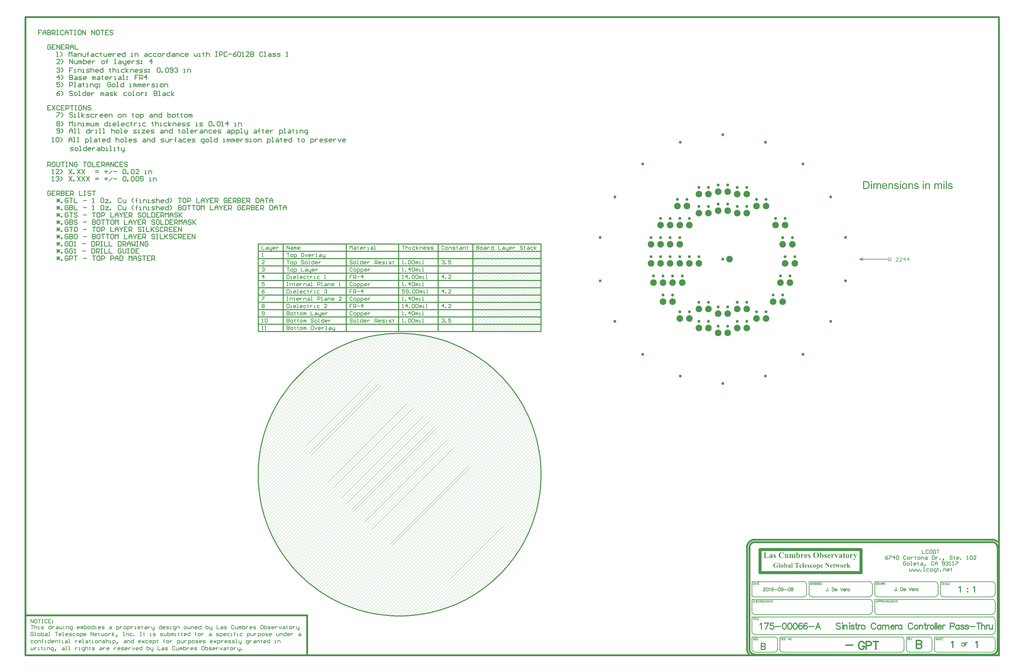
<source format=gts>
G04 Layer_Color=8388736*
%FSLAX23Y23*%
%MOIN*%
G70*
G01*
G75*
%ADD10C,0.010*%
%ADD11C,0.030*%
%ADD12C,0.050*%
%ADD13C,0.015*%
%ADD14C,0.001*%
%ADD15C,0.012*%
%ADD16C,0.006*%
%ADD17C,0.024*%
%ADD18C,0.018*%
%ADD19C,0.020*%
%ADD20C,0.016*%
%ADD32C,0.047*%
%ADD33C,0.108*%
%ADD34C,0.048*%
G36*
X2767Y1250D02*
X2769Y1249D01*
X2772Y1249D01*
X2774Y1248D01*
X2777Y1248D01*
X2780Y1247D01*
X2780Y1246D01*
X2781Y1246D01*
X2782Y1245D01*
X2784Y1244D01*
X2785Y1243D01*
X2787Y1242D01*
X2789Y1240D01*
X2790Y1239D01*
X2790Y1239D01*
X2791Y1238D01*
X2791Y1237D01*
X2792Y1235D01*
X2793Y1234D01*
X2794Y1232D01*
X2794Y1230D01*
X2795Y1227D01*
Y1227D01*
X2795Y1226D01*
X2795Y1225D01*
X2795Y1224D01*
X2796Y1221D01*
X2796Y1219D01*
X2796Y1216D01*
Y1212D01*
Y1155D01*
X2780D01*
Y1211D01*
Y1211D01*
Y1212D01*
Y1212D01*
Y1213D01*
X2780Y1215D01*
Y1217D01*
X2780Y1219D01*
X2779Y1221D01*
X2779Y1223D01*
X2778Y1225D01*
Y1226D01*
X2778Y1226D01*
X2777Y1227D01*
X2777Y1228D01*
X2776Y1229D01*
X2775Y1231D01*
X2773Y1232D01*
X2772Y1233D01*
X2772Y1233D01*
X2771Y1234D01*
X2770Y1234D01*
X2769Y1235D01*
X2767Y1235D01*
X2765Y1236D01*
X2763Y1236D01*
X2761Y1236D01*
X2760D01*
X2759Y1236D01*
X2757Y1236D01*
X2755Y1235D01*
X2752Y1235D01*
X2749Y1233D01*
X2746Y1232D01*
X2743Y1230D01*
X2743Y1229D01*
X2743Y1229D01*
X2742Y1228D01*
X2742Y1228D01*
X2741Y1227D01*
X2741Y1226D01*
X2740Y1224D01*
X2739Y1223D01*
X2739Y1221D01*
X2738Y1219D01*
X2737Y1217D01*
X2737Y1214D01*
X2737Y1212D01*
X2736Y1209D01*
X2736Y1205D01*
Y1155D01*
X2721D01*
Y1248D01*
X2735D01*
Y1234D01*
X2735Y1235D01*
X2735Y1235D01*
X2736Y1236D01*
X2737Y1237D01*
X2738Y1238D01*
X2739Y1239D01*
X2740Y1241D01*
X2742Y1242D01*
X2744Y1244D01*
X2746Y1245D01*
X2749Y1246D01*
X2751Y1247D01*
X2754Y1248D01*
X2757Y1249D01*
X2761Y1250D01*
X2764Y1250D01*
X2766D01*
X2767Y1250D01*
D02*
G37*
G36*
X3576D02*
X3577D01*
X3578Y1249D01*
X3581Y1249D01*
X3585Y1248D01*
X3588Y1247D01*
X3592Y1245D01*
X3593Y1243D01*
X3595Y1242D01*
X3595Y1242D01*
X3595Y1242D01*
X3595Y1241D01*
X3596Y1241D01*
X3596Y1240D01*
X3597Y1239D01*
X3598Y1238D01*
X3598Y1236D01*
X3599Y1235D01*
X3600Y1233D01*
X3600Y1231D01*
X3601Y1229D01*
X3601Y1227D01*
X3602Y1224D01*
X3602Y1221D01*
Y1218D01*
Y1155D01*
X3586D01*
Y1213D01*
Y1213D01*
Y1214D01*
Y1214D01*
Y1215D01*
Y1216D01*
X3586Y1218D01*
X3586Y1221D01*
X3586Y1223D01*
X3585Y1225D01*
X3585Y1227D01*
Y1227D01*
X3585Y1227D01*
X3584Y1228D01*
X3584Y1229D01*
X3583Y1230D01*
X3582Y1231D01*
X3581Y1232D01*
X3579Y1233D01*
X3579Y1234D01*
X3579Y1234D01*
X3578Y1234D01*
X3577Y1235D01*
X3575Y1235D01*
X3574Y1236D01*
X3572Y1236D01*
X3570Y1236D01*
X3569D01*
X3568Y1236D01*
X3566Y1236D01*
X3564Y1235D01*
X3561Y1234D01*
X3559Y1233D01*
X3556Y1232D01*
X3553Y1229D01*
X3553Y1229D01*
X3553Y1228D01*
X3552Y1227D01*
X3550Y1224D01*
X3550Y1223D01*
X3549Y1222D01*
X3549Y1220D01*
X3548Y1218D01*
X3548Y1216D01*
X3547Y1214D01*
X3547Y1211D01*
Y1209D01*
Y1155D01*
X3531D01*
Y1215D01*
Y1215D01*
Y1216D01*
Y1216D01*
Y1217D01*
X3531Y1219D01*
X3531Y1221D01*
X3530Y1224D01*
X3530Y1226D01*
X3529Y1229D01*
X3528Y1231D01*
X3527Y1231D01*
X3527Y1232D01*
X3526Y1232D01*
X3525Y1233D01*
X3523Y1234D01*
X3521Y1235D01*
X3518Y1236D01*
X3515Y1236D01*
X3514D01*
X3513Y1236D01*
X3511Y1236D01*
X3509Y1235D01*
X3507Y1235D01*
X3505Y1234D01*
X3503Y1233D01*
X3503Y1232D01*
X3502Y1232D01*
X3501Y1231D01*
X3500Y1230D01*
X3498Y1229D01*
X3497Y1227D01*
X3496Y1225D01*
X3494Y1222D01*
X3494Y1222D01*
X3494Y1221D01*
X3494Y1219D01*
X3493Y1217D01*
X3493Y1215D01*
X3492Y1211D01*
X3492Y1207D01*
X3492Y1203D01*
Y1155D01*
X3476D01*
Y1248D01*
X3490D01*
Y1235D01*
X3490Y1235D01*
X3491Y1236D01*
X3492Y1237D01*
X3493Y1239D01*
X3495Y1240D01*
X3497Y1242D01*
X3499Y1244D01*
X3502Y1246D01*
X3502D01*
X3502Y1246D01*
X3503Y1246D01*
X3505Y1247D01*
X3507Y1248D01*
X3509Y1248D01*
X3512Y1249D01*
X3515Y1250D01*
X3518Y1250D01*
X3520D01*
X3522Y1250D01*
X3524Y1249D01*
X3527Y1249D01*
X3530Y1248D01*
X3533Y1247D01*
X3535Y1245D01*
X3536Y1245D01*
X3536Y1245D01*
X3538Y1244D01*
X3539Y1242D01*
X3541Y1241D01*
X3542Y1239D01*
X3544Y1236D01*
X3545Y1233D01*
X3545Y1234D01*
X3545Y1234D01*
X3546Y1235D01*
X3547Y1236D01*
X3548Y1237D01*
X3549Y1239D01*
X3551Y1240D01*
X3552Y1242D01*
X3554Y1243D01*
X3556Y1245D01*
X3559Y1246D01*
X3561Y1247D01*
X3564Y1248D01*
X3567Y1249D01*
X3570Y1250D01*
X3573Y1250D01*
X3575D01*
X3576Y1250D01*
D02*
G37*
G36*
X2571D02*
X2573D01*
X2574Y1249D01*
X2577Y1249D01*
X2580Y1248D01*
X2584Y1247D01*
X2587Y1245D01*
X2589Y1243D01*
X2590Y1242D01*
X2591Y1242D01*
X2591Y1242D01*
X2591Y1241D01*
X2592Y1241D01*
X2592Y1240D01*
X2593Y1239D01*
X2593Y1238D01*
X2594Y1236D01*
X2595Y1235D01*
X2596Y1233D01*
X2596Y1231D01*
X2597Y1229D01*
X2597Y1227D01*
X2598Y1224D01*
X2598Y1221D01*
Y1218D01*
Y1155D01*
X2582D01*
Y1213D01*
Y1213D01*
Y1214D01*
Y1214D01*
Y1215D01*
Y1216D01*
X2582Y1218D01*
X2582Y1221D01*
X2582Y1223D01*
X2581Y1225D01*
X2581Y1227D01*
Y1227D01*
X2580Y1227D01*
X2580Y1228D01*
X2579Y1229D01*
X2579Y1230D01*
X2578Y1231D01*
X2577Y1232D01*
X2575Y1233D01*
X2575Y1234D01*
X2574Y1234D01*
X2574Y1234D01*
X2572Y1235D01*
X2571Y1235D01*
X2569Y1236D01*
X2568Y1236D01*
X2566Y1236D01*
X2565D01*
X2564Y1236D01*
X2562Y1236D01*
X2560Y1235D01*
X2557Y1234D01*
X2555Y1233D01*
X2552Y1232D01*
X2549Y1229D01*
X2549Y1229D01*
X2548Y1228D01*
X2547Y1227D01*
X2546Y1224D01*
X2545Y1223D01*
X2545Y1222D01*
X2544Y1220D01*
X2544Y1218D01*
X2543Y1216D01*
X2543Y1214D01*
X2543Y1211D01*
Y1209D01*
Y1155D01*
X2527D01*
Y1215D01*
Y1215D01*
Y1216D01*
Y1216D01*
Y1217D01*
X2527Y1219D01*
X2527Y1221D01*
X2526Y1224D01*
X2525Y1226D01*
X2525Y1229D01*
X2523Y1231D01*
X2523Y1231D01*
X2523Y1232D01*
X2522Y1232D01*
X2520Y1233D01*
X2519Y1234D01*
X2516Y1235D01*
X2514Y1236D01*
X2511Y1236D01*
X2510D01*
X2508Y1236D01*
X2507Y1236D01*
X2505Y1235D01*
X2503Y1235D01*
X2501Y1234D01*
X2498Y1233D01*
X2498Y1232D01*
X2497Y1232D01*
X2496Y1231D01*
X2495Y1230D01*
X2494Y1229D01*
X2493Y1227D01*
X2491Y1225D01*
X2490Y1222D01*
X2490Y1222D01*
X2490Y1221D01*
X2489Y1219D01*
X2489Y1217D01*
X2488Y1215D01*
X2488Y1211D01*
X2488Y1207D01*
X2488Y1203D01*
Y1155D01*
X2472D01*
Y1248D01*
X2486D01*
Y1235D01*
X2486Y1235D01*
X2487Y1236D01*
X2488Y1237D01*
X2489Y1239D01*
X2491Y1240D01*
X2493Y1242D01*
X2495Y1244D01*
X2498Y1246D01*
X2498D01*
X2498Y1246D01*
X2499Y1246D01*
X2500Y1247D01*
X2502Y1248D01*
X2505Y1248D01*
X2508Y1249D01*
X2511Y1250D01*
X2514Y1250D01*
X2516D01*
X2518Y1250D01*
X2520Y1249D01*
X2523Y1249D01*
X2526Y1248D01*
X2528Y1247D01*
X2531Y1245D01*
X2531Y1245D01*
X2532Y1245D01*
X2533Y1244D01*
X2535Y1242D01*
X2536Y1241D01*
X2538Y1239D01*
X2539Y1236D01*
X2540Y1233D01*
X2541Y1234D01*
X2541Y1234D01*
X2542Y1235D01*
X2542Y1236D01*
X2544Y1237D01*
X2545Y1239D01*
X2546Y1240D01*
X2548Y1242D01*
X2550Y1243D01*
X2552Y1245D01*
X2555Y1246D01*
X2557Y1247D01*
X2560Y1248D01*
X2563Y1249D01*
X2566Y1250D01*
X2569Y1250D01*
X2570D01*
X2571Y1250D01*
D02*
G37*
G36*
X3095D02*
X3098Y1249D01*
X3100Y1249D01*
X3103Y1248D01*
X3105Y1248D01*
X3108Y1247D01*
X3108Y1246D01*
X3109Y1246D01*
X3110Y1245D01*
X3112Y1244D01*
X3114Y1243D01*
X3115Y1242D01*
X3117Y1240D01*
X3118Y1239D01*
X3119Y1239D01*
X3119Y1238D01*
X3120Y1237D01*
X3120Y1235D01*
X3121Y1234D01*
X3122Y1232D01*
X3123Y1230D01*
X3123Y1227D01*
Y1227D01*
X3123Y1226D01*
X3124Y1225D01*
X3124Y1224D01*
X3124Y1221D01*
X3124Y1219D01*
X3124Y1216D01*
Y1212D01*
Y1155D01*
X3109D01*
Y1211D01*
Y1211D01*
Y1212D01*
Y1212D01*
Y1213D01*
X3108Y1215D01*
Y1217D01*
X3108Y1219D01*
X3108Y1221D01*
X3107Y1223D01*
X3107Y1225D01*
Y1226D01*
X3106Y1226D01*
X3106Y1227D01*
X3105Y1228D01*
X3104Y1229D01*
X3103Y1231D01*
X3102Y1232D01*
X3100Y1233D01*
X3100Y1233D01*
X3099Y1234D01*
X3098Y1234D01*
X3097Y1235D01*
X3095Y1235D01*
X3094Y1236D01*
X3091Y1236D01*
X3089Y1236D01*
X3088D01*
X3088Y1236D01*
X3086Y1236D01*
X3083Y1235D01*
X3081Y1235D01*
X3078Y1233D01*
X3075Y1232D01*
X3072Y1230D01*
X3071Y1229D01*
X3071Y1229D01*
X3071Y1228D01*
X3070Y1228D01*
X3069Y1227D01*
X3069Y1226D01*
X3068Y1224D01*
X3068Y1223D01*
X3067Y1221D01*
X3066Y1219D01*
X3066Y1217D01*
X3065Y1214D01*
X3065Y1212D01*
X3065Y1209D01*
X3065Y1205D01*
Y1155D01*
X3049D01*
Y1248D01*
X3063D01*
Y1234D01*
X3063Y1235D01*
X3064Y1235D01*
X3064Y1236D01*
X3065Y1237D01*
X3066Y1238D01*
X3067Y1239D01*
X3069Y1241D01*
X3071Y1242D01*
X3073Y1244D01*
X3075Y1245D01*
X3077Y1246D01*
X3080Y1247D01*
X3083Y1248D01*
X3086Y1249D01*
X3089Y1250D01*
X3092Y1250D01*
X3094D01*
X3095Y1250D01*
D02*
G37*
G36*
X1144Y-5065D02*
Y-5065D01*
Y-5065D01*
Y-5066D01*
X1144Y-5067D01*
X1144Y-5068D01*
X1144Y-5069D01*
X1144Y-5070D01*
X1145Y-5071D01*
X1145Y-5072D01*
X1145Y-5072D01*
X1145Y-5072D01*
X1146Y-5072D01*
X1146Y-5073D01*
X1147Y-5073D01*
X1148Y-5073D01*
X1149Y-5073D01*
X1150Y-5074D01*
Y-5076D01*
X1122D01*
Y-5074D01*
X1123D01*
X1123Y-5073D01*
X1124Y-5073D01*
X1125Y-5073D01*
X1126Y-5073D01*
X1126Y-5072D01*
X1127Y-5072D01*
X1127Y-5071D01*
X1127Y-5071D01*
X1128Y-5071D01*
X1128Y-5070D01*
X1128Y-5069D01*
X1128Y-5068D01*
X1128Y-5067D01*
Y-5065D01*
Y-5012D01*
Y-5011D01*
Y-5011D01*
Y-5011D01*
X1128Y-5010D01*
X1128Y-5009D01*
X1128Y-5007D01*
X1128Y-5006D01*
X1127Y-5005D01*
X1127Y-5005D01*
X1127Y-5005D01*
X1127Y-5004D01*
X1126Y-5004D01*
X1126Y-5004D01*
X1125Y-5004D01*
X1124Y-5003D01*
X1123Y-5003D01*
X1122Y-5003D01*
Y-5001D01*
X1144D01*
Y-5065D01*
D02*
G37*
G36*
X1329D02*
Y-5065D01*
Y-5065D01*
Y-5066D01*
X1329Y-5067D01*
X1329Y-5068D01*
X1329Y-5069D01*
X1329Y-5070D01*
X1329Y-5071D01*
X1330Y-5072D01*
X1330Y-5072D01*
X1330Y-5072D01*
X1330Y-5072D01*
X1331Y-5073D01*
X1332Y-5073D01*
X1332Y-5073D01*
X1334Y-5073D01*
X1335Y-5074D01*
Y-5076D01*
X1307D01*
Y-5074D01*
X1307D01*
X1308Y-5073D01*
X1309Y-5073D01*
X1310Y-5073D01*
X1311Y-5073D01*
X1311Y-5072D01*
X1312Y-5072D01*
X1312Y-5071D01*
X1312Y-5071D01*
X1312Y-5071D01*
X1313Y-5070D01*
X1313Y-5069D01*
X1313Y-5068D01*
X1313Y-5067D01*
Y-5065D01*
Y-5012D01*
Y-5011D01*
Y-5011D01*
Y-5011D01*
X1313Y-5010D01*
X1313Y-5009D01*
X1313Y-5007D01*
X1313Y-5006D01*
X1312Y-5005D01*
X1312Y-5005D01*
X1312Y-5005D01*
X1312Y-5004D01*
X1311Y-5004D01*
X1311Y-5004D01*
X1310Y-5004D01*
X1309Y-5003D01*
X1308Y-5003D01*
X1307Y-5003D01*
Y-5001D01*
X1329D01*
Y-5065D01*
D02*
G37*
G36*
X2059Y-5050D02*
X2071Y-5038D01*
X2072Y-5038D01*
X2072Y-5038D01*
X2073Y-5037D01*
X2073Y-5036D01*
X2074Y-5035D01*
X2075Y-5035D01*
X2076Y-5034D01*
X2076Y-5033D01*
Y-5033D01*
X2076Y-5033D01*
X2076Y-5033D01*
X2077Y-5032D01*
X2077Y-5031D01*
X2077Y-5030D01*
Y-5030D01*
Y-5030D01*
X2077Y-5029D01*
X2076Y-5028D01*
X2076Y-5028D01*
X2076Y-5028D01*
X2076D01*
X2076Y-5027D01*
X2075Y-5027D01*
X2075Y-5027D01*
X2074Y-5027D01*
X2073Y-5026D01*
X2072Y-5026D01*
X2071Y-5026D01*
Y-5024D01*
X2094D01*
Y-5026D01*
X2094D01*
X2093Y-5026D01*
X2092Y-5026D01*
X2091Y-5027D01*
X2090Y-5027D01*
X2089Y-5027D01*
X2088Y-5028D01*
X2088Y-5028D01*
X2088Y-5028D01*
X2087Y-5028D01*
X2086Y-5029D01*
X2085Y-5030D01*
X2084Y-5031D01*
X2083Y-5032D01*
X2082Y-5033D01*
X2081Y-5034D01*
X2080Y-5035D01*
X2079Y-5036D01*
X2073Y-5042D01*
X2085Y-5059D01*
X2085Y-5060D01*
X2085Y-5060D01*
X2086Y-5060D01*
X2086Y-5061D01*
X2087Y-5062D01*
X2087Y-5063D01*
X2089Y-5065D01*
X2090Y-5067D01*
X2091Y-5068D01*
X2092Y-5069D01*
X2092Y-5070D01*
X2093Y-5071D01*
X2094Y-5071D01*
X2094Y-5071D01*
X2094Y-5072D01*
X2094Y-5072D01*
X2095Y-5072D01*
X2095Y-5072D01*
X2096Y-5073D01*
X2097Y-5073D01*
X2097Y-5073D01*
X2099Y-5074D01*
Y-5076D01*
X2072D01*
Y-5074D01*
X2072D01*
X2073Y-5073D01*
X2074Y-5073D01*
X2074Y-5073D01*
X2075Y-5073D01*
X2075Y-5073D01*
X2075Y-5072D01*
X2075Y-5071D01*
Y-5071D01*
Y-5071D01*
X2075Y-5071D01*
X2075Y-5070D01*
X2075Y-5070D01*
X2074Y-5069D01*
X2074Y-5068D01*
X2073Y-5067D01*
X2063Y-5052D01*
X2059Y-5055D01*
Y-5064D01*
Y-5065D01*
Y-5065D01*
Y-5065D01*
Y-5065D01*
X2059Y-5066D01*
Y-5068D01*
X2060Y-5069D01*
X2060Y-5070D01*
X2060Y-5071D01*
X2060Y-5071D01*
X2060Y-5072D01*
X2061Y-5072D01*
X2061Y-5072D01*
X2061Y-5072D01*
X2061Y-5073D01*
X2062Y-5073D01*
X2063Y-5073D01*
X2064Y-5073D01*
X2065Y-5074D01*
Y-5076D01*
X2038D01*
Y-5074D01*
X2039D01*
X2039Y-5073D01*
X2040Y-5073D01*
X2040Y-5073D01*
X2041Y-5073D01*
X2042Y-5073D01*
X2042Y-5072D01*
X2043Y-5071D01*
Y-5071D01*
X2043Y-5071D01*
X2043Y-5071D01*
X2044Y-5070D01*
X2044Y-5069D01*
X2044Y-5068D01*
X2044Y-5066D01*
Y-5065D01*
Y-5064D01*
Y-5012D01*
Y-5012D01*
Y-5012D01*
Y-5011D01*
Y-5011D01*
Y-5010D01*
X2044Y-5009D01*
X2044Y-5008D01*
X2044Y-5006D01*
X2043Y-5005D01*
X2043Y-5005D01*
X2043Y-5005D01*
Y-5005D01*
X2043Y-5005D01*
X2042Y-5004D01*
X2042Y-5004D01*
X2041Y-5004D01*
X2041Y-5003D01*
X2040Y-5003D01*
X2038Y-5003D01*
Y-5001D01*
X2059D01*
Y-5050D01*
D02*
G37*
G36*
X3738Y1250D02*
X3739D01*
X3742Y1249D01*
X3745Y1249D01*
X3748Y1248D01*
X3751Y1248D01*
X3755Y1247D01*
X3755D01*
X3755Y1246D01*
X3756Y1246D01*
X3757Y1245D01*
X3759Y1244D01*
X3761Y1243D01*
X3763Y1242D01*
X3765Y1240D01*
X3767Y1238D01*
X3767Y1238D01*
X3768Y1237D01*
X3768Y1236D01*
X3769Y1234D01*
X3770Y1232D01*
X3771Y1230D01*
X3772Y1227D01*
X3772Y1224D01*
X3757Y1222D01*
Y1222D01*
X3757Y1223D01*
X3756Y1224D01*
X3756Y1226D01*
X3755Y1227D01*
X3754Y1229D01*
X3753Y1231D01*
X3751Y1233D01*
X3751Y1233D01*
X3750Y1233D01*
X3749Y1234D01*
X3747Y1235D01*
X3745Y1235D01*
X3743Y1236D01*
X3740Y1237D01*
X3737Y1237D01*
X3735D01*
X3733Y1237D01*
X3731Y1236D01*
X3728Y1236D01*
X3725Y1235D01*
X3723Y1234D01*
X3721Y1233D01*
X3721Y1233D01*
X3720Y1232D01*
X3720Y1232D01*
X3719Y1231D01*
X3718Y1230D01*
X3717Y1228D01*
X3717Y1227D01*
X3717Y1225D01*
Y1225D01*
Y1224D01*
X3717Y1224D01*
Y1223D01*
X3717Y1221D01*
X3718Y1220D01*
X3718Y1219D01*
X3719Y1219D01*
X3719Y1219D01*
X3719Y1218D01*
X3720Y1218D01*
X3721Y1217D01*
X3722Y1216D01*
X3723Y1216D01*
X3724Y1215D01*
X3725D01*
X3725Y1215D01*
X3726Y1215D01*
X3727Y1214D01*
X3729Y1214D01*
X3730Y1213D01*
X3731Y1213D01*
X3733Y1213D01*
X3735Y1212D01*
X3736Y1212D01*
X3738Y1211D01*
X3739D01*
X3739Y1211D01*
X3740Y1211D01*
X3741Y1210D01*
X3742Y1210D01*
X3744Y1210D01*
X3748Y1209D01*
X3751Y1207D01*
X3755Y1206D01*
X3759Y1205D01*
X3760Y1204D01*
X3762Y1204D01*
X3762Y1204D01*
X3763Y1203D01*
X3764Y1203D01*
X3765Y1202D01*
X3767Y1201D01*
X3769Y1199D01*
X3771Y1198D01*
X3772Y1196D01*
X3772Y1195D01*
X3773Y1195D01*
X3773Y1193D01*
X3774Y1192D01*
X3775Y1190D01*
X3775Y1188D01*
X3776Y1185D01*
X3776Y1182D01*
Y1182D01*
Y1182D01*
Y1181D01*
X3776Y1179D01*
X3775Y1177D01*
X3775Y1175D01*
X3774Y1173D01*
X3773Y1170D01*
X3771Y1167D01*
X3771Y1167D01*
X3770Y1166D01*
X3769Y1165D01*
X3768Y1163D01*
X3766Y1162D01*
X3764Y1160D01*
X3761Y1158D01*
X3758Y1157D01*
X3758D01*
X3758Y1156D01*
X3757Y1156D01*
X3756Y1156D01*
X3755Y1156D01*
X3752Y1155D01*
X3749Y1154D01*
X3746Y1154D01*
X3742Y1153D01*
X3738Y1153D01*
X3737D01*
X3735Y1153D01*
X3734D01*
X3732Y1153D01*
X3730Y1154D01*
X3728Y1154D01*
X3724Y1155D01*
X3719Y1156D01*
X3715Y1158D01*
X3713Y1159D01*
X3711Y1160D01*
X3711Y1160D01*
X3710Y1161D01*
X3710Y1161D01*
X3709Y1162D01*
X3708Y1162D01*
X3708Y1163D01*
X3707Y1165D01*
X3706Y1166D01*
X3705Y1167D01*
X3704Y1169D01*
X3703Y1171D01*
X3702Y1173D01*
X3701Y1175D01*
X3700Y1177D01*
X3699Y1180D01*
X3699Y1183D01*
X3714Y1185D01*
Y1185D01*
Y1185D01*
X3714Y1184D01*
X3715Y1184D01*
X3715Y1182D01*
X3716Y1180D01*
X3717Y1177D01*
X3718Y1175D01*
X3719Y1173D01*
X3721Y1171D01*
X3722Y1171D01*
X3723Y1170D01*
X3724Y1169D01*
X3726Y1168D01*
X3728Y1167D01*
X3731Y1167D01*
X3734Y1166D01*
X3738Y1166D01*
X3740D01*
X3742Y1166D01*
X3744Y1166D01*
X3747Y1167D01*
X3750Y1168D01*
X3752Y1169D01*
X3754Y1170D01*
X3755Y1170D01*
X3755Y1171D01*
X3756Y1172D01*
X3757Y1173D01*
X3758Y1175D01*
X3759Y1176D01*
X3760Y1178D01*
X3760Y1181D01*
Y1181D01*
Y1181D01*
X3760Y1182D01*
X3759Y1184D01*
X3759Y1185D01*
X3758Y1186D01*
X3757Y1188D01*
X3755Y1189D01*
X3755Y1189D01*
X3754Y1189D01*
X3753Y1190D01*
X3752Y1190D01*
X3751Y1191D01*
X3750Y1191D01*
X3748Y1191D01*
X3747Y1192D01*
X3745Y1192D01*
X3743Y1193D01*
X3741Y1194D01*
X3739Y1194D01*
X3739D01*
X3738Y1194D01*
X3737Y1195D01*
X3736Y1195D01*
X3735Y1195D01*
X3733Y1196D01*
X3729Y1197D01*
X3725Y1198D01*
X3721Y1199D01*
X3720Y1200D01*
X3718Y1201D01*
X3716Y1201D01*
X3715Y1202D01*
X3715Y1202D01*
X3714Y1202D01*
X3713Y1203D01*
X3711Y1204D01*
X3710Y1205D01*
X3708Y1207D01*
X3706Y1208D01*
X3705Y1210D01*
X3705Y1211D01*
X3704Y1211D01*
X3704Y1213D01*
X3703Y1214D01*
X3702Y1216D01*
X3702Y1218D01*
X3702Y1220D01*
X3701Y1223D01*
Y1223D01*
Y1224D01*
X3702Y1225D01*
X3702Y1227D01*
X3702Y1228D01*
X3703Y1230D01*
X3703Y1232D01*
X3704Y1234D01*
X3704Y1235D01*
X3705Y1235D01*
X3705Y1236D01*
X3706Y1238D01*
X3707Y1239D01*
X3709Y1240D01*
X3710Y1242D01*
X3712Y1243D01*
X3712Y1243D01*
X3713Y1244D01*
X3713Y1244D01*
X3715Y1245D01*
X3716Y1246D01*
X3718Y1246D01*
X3720Y1247D01*
X3722Y1248D01*
X3722Y1248D01*
X3723Y1248D01*
X3724Y1248D01*
X3726Y1249D01*
X3728Y1249D01*
X3730Y1249D01*
X3733Y1250D01*
X3737D01*
X3738Y1250D01*
D02*
G37*
G36*
X1460Y-5023D02*
X1460D01*
X1461Y-5023D01*
X1463Y-5023D01*
X1465Y-5023D01*
X1467Y-5024D01*
X1469Y-5025D01*
X1471Y-5027D01*
X1471D01*
X1471Y-5027D01*
X1472Y-5027D01*
X1473Y-5028D01*
X1474Y-5029D01*
X1474Y-5030D01*
X1475Y-5032D01*
X1476Y-5034D01*
X1476Y-5035D01*
Y-5035D01*
Y-5036D01*
Y-5036D01*
X1476Y-5037D01*
X1476Y-5037D01*
X1475Y-5038D01*
X1475Y-5039D01*
X1475Y-5040D01*
X1474Y-5041D01*
X1474Y-5041D01*
X1474Y-5041D01*
X1473Y-5041D01*
X1473Y-5041D01*
X1472Y-5042D01*
X1471Y-5042D01*
X1470Y-5042D01*
X1469Y-5042D01*
X1468D01*
X1468Y-5042D01*
X1467Y-5042D01*
X1466Y-5042D01*
X1465Y-5042D01*
X1464Y-5041D01*
X1464Y-5040D01*
X1463Y-5040D01*
X1463Y-5040D01*
X1463Y-5039D01*
X1462Y-5038D01*
X1462Y-5037D01*
X1462Y-5036D01*
X1461Y-5034D01*
X1461Y-5033D01*
Y-5032D01*
X1461Y-5032D01*
X1461Y-5031D01*
X1461Y-5031D01*
X1460Y-5029D01*
X1460Y-5028D01*
X1459Y-5028D01*
X1459Y-5028D01*
X1459Y-5028D01*
X1459Y-5027D01*
X1458Y-5027D01*
X1457Y-5026D01*
X1456Y-5026D01*
X1456D01*
X1455Y-5026D01*
X1455Y-5027D01*
X1454Y-5027D01*
X1453Y-5027D01*
X1453Y-5028D01*
X1452Y-5029D01*
X1452Y-5029D01*
X1451Y-5030D01*
X1451Y-5031D01*
X1451Y-5032D01*
X1450Y-5034D01*
X1449Y-5036D01*
X1449Y-5038D01*
X1449Y-5039D01*
X1449Y-5041D01*
Y-5042D01*
Y-5042D01*
Y-5042D01*
Y-5043D01*
Y-5043D01*
X1449Y-5044D01*
Y-5045D01*
X1449Y-5047D01*
X1450Y-5049D01*
X1450Y-5051D01*
X1451Y-5054D01*
X1451Y-5056D01*
Y-5056D01*
X1451Y-5056D01*
X1452Y-5057D01*
X1452Y-5057D01*
X1452Y-5058D01*
X1453Y-5060D01*
X1454Y-5061D01*
X1455Y-5063D01*
X1456Y-5065D01*
X1458Y-5066D01*
X1458Y-5066D01*
X1458Y-5066D01*
X1459Y-5067D01*
X1460Y-5067D01*
X1461Y-5068D01*
X1462Y-5068D01*
X1463Y-5068D01*
X1465Y-5068D01*
X1465D01*
X1466Y-5068D01*
X1467Y-5068D01*
X1467Y-5068D01*
X1468Y-5068D01*
X1469Y-5067D01*
X1470Y-5067D01*
X1470Y-5067D01*
X1470Y-5067D01*
X1471Y-5066D01*
X1472Y-5066D01*
X1472Y-5065D01*
X1473Y-5064D01*
X1474Y-5063D01*
X1476Y-5062D01*
X1477Y-5064D01*
Y-5064D01*
X1477Y-5064D01*
X1477Y-5064D01*
X1477Y-5065D01*
X1476Y-5066D01*
X1475Y-5067D01*
X1474Y-5069D01*
X1472Y-5071D01*
X1470Y-5072D01*
X1468Y-5074D01*
X1468D01*
X1468Y-5074D01*
X1468Y-5074D01*
X1467Y-5074D01*
X1466Y-5075D01*
X1465Y-5075D01*
X1463Y-5076D01*
X1461Y-5077D01*
X1459Y-5077D01*
X1457Y-5077D01*
X1456D01*
X1456Y-5077D01*
X1455D01*
X1454Y-5077D01*
X1453Y-5077D01*
X1452Y-5076D01*
X1451Y-5076D01*
X1450Y-5076D01*
X1448Y-5075D01*
X1447Y-5075D01*
X1446Y-5074D01*
X1444Y-5073D01*
X1443Y-5072D01*
X1442Y-5071D01*
X1440Y-5069D01*
X1440Y-5069D01*
X1440Y-5069D01*
X1440Y-5069D01*
X1439Y-5068D01*
X1439Y-5067D01*
X1438Y-5066D01*
X1438Y-5065D01*
X1437Y-5064D01*
X1437Y-5063D01*
X1436Y-5061D01*
X1436Y-5060D01*
X1435Y-5058D01*
X1435Y-5056D01*
X1434Y-5055D01*
X1434Y-5053D01*
X1434Y-5051D01*
Y-5051D01*
Y-5050D01*
Y-5050D01*
X1434Y-5049D01*
X1434Y-5048D01*
X1434Y-5047D01*
X1435Y-5046D01*
X1435Y-5044D01*
X1436Y-5042D01*
X1437Y-5038D01*
X1437Y-5037D01*
X1438Y-5035D01*
X1439Y-5034D01*
X1440Y-5032D01*
X1440Y-5032D01*
X1440Y-5032D01*
X1441Y-5031D01*
X1441Y-5031D01*
X1442Y-5030D01*
X1443Y-5029D01*
X1444Y-5028D01*
X1445Y-5027D01*
X1446Y-5026D01*
X1447Y-5025D01*
X1449Y-5025D01*
X1451Y-5024D01*
X1452Y-5023D01*
X1454Y-5023D01*
X1456Y-5023D01*
X1458Y-5022D01*
X1459D01*
X1460Y-5023D01*
D02*
G37*
G36*
X1408D02*
X1409Y-5023D01*
X1410Y-5023D01*
X1412Y-5023D01*
X1413Y-5024D01*
X1414Y-5025D01*
X1415D01*
X1415Y-5025D01*
X1415Y-5025D01*
X1416Y-5025D01*
X1417Y-5025D01*
X1417D01*
X1418Y-5025D01*
X1418Y-5025D01*
X1419Y-5025D01*
X1419Y-5025D01*
X1419Y-5024D01*
X1420Y-5024D01*
X1420Y-5023D01*
X1420Y-5023D01*
X1422D01*
X1423Y-5040D01*
X1421D01*
Y-5040D01*
X1421Y-5040D01*
X1421Y-5040D01*
X1421Y-5039D01*
X1420Y-5038D01*
X1420Y-5038D01*
X1419Y-5036D01*
X1418Y-5034D01*
X1417Y-5032D01*
X1416Y-5031D01*
X1415Y-5030D01*
X1414Y-5030D01*
X1414Y-5029D01*
X1414Y-5029D01*
X1413Y-5029D01*
X1412Y-5028D01*
X1411Y-5028D01*
X1410Y-5027D01*
X1409Y-5027D01*
X1407Y-5027D01*
X1407D01*
X1406Y-5027D01*
X1406Y-5027D01*
X1405Y-5027D01*
X1405Y-5027D01*
X1404Y-5028D01*
X1403Y-5028D01*
X1403Y-5028D01*
X1403Y-5028D01*
X1403Y-5029D01*
X1403Y-5029D01*
X1402Y-5030D01*
X1402Y-5031D01*
X1402Y-5032D01*
Y-5032D01*
Y-5032D01*
X1402Y-5033D01*
X1402Y-5033D01*
X1403Y-5035D01*
X1403Y-5035D01*
X1403Y-5035D01*
X1404Y-5036D01*
X1405Y-5036D01*
X1405Y-5037D01*
X1406Y-5037D01*
X1407Y-5038D01*
X1408Y-5039D01*
X1409Y-5040D01*
X1410Y-5040D01*
X1411Y-5041D01*
X1413Y-5042D01*
X1413Y-5042D01*
X1413Y-5043D01*
X1413Y-5043D01*
X1414Y-5043D01*
X1415Y-5044D01*
X1415Y-5044D01*
X1417Y-5046D01*
X1419Y-5047D01*
X1421Y-5048D01*
X1422Y-5050D01*
X1423Y-5051D01*
X1423Y-5052D01*
X1423Y-5052D01*
X1424Y-5052D01*
X1424Y-5053D01*
X1425Y-5054D01*
X1425Y-5055D01*
X1426Y-5057D01*
X1426Y-5058D01*
X1426Y-5060D01*
Y-5060D01*
Y-5061D01*
X1426Y-5062D01*
X1426Y-5063D01*
X1425Y-5064D01*
X1425Y-5066D01*
X1424Y-5067D01*
X1424Y-5069D01*
X1424Y-5069D01*
X1423Y-5069D01*
X1423Y-5070D01*
X1422Y-5071D01*
X1421Y-5072D01*
X1420Y-5073D01*
X1419Y-5074D01*
X1418Y-5075D01*
X1418Y-5075D01*
X1417Y-5075D01*
X1416Y-5076D01*
X1415Y-5076D01*
X1414Y-5076D01*
X1412Y-5077D01*
X1411Y-5077D01*
X1409Y-5077D01*
X1408D01*
X1408Y-5077D01*
X1406Y-5077D01*
X1405Y-5077D01*
X1403Y-5076D01*
X1401Y-5076D01*
X1399Y-5075D01*
X1399D01*
X1399Y-5075D01*
X1398Y-5075D01*
X1398Y-5074D01*
X1397Y-5074D01*
X1397D01*
X1396Y-5074D01*
X1396Y-5075D01*
X1396Y-5075D01*
X1395Y-5075D01*
X1394Y-5076D01*
X1394Y-5077D01*
X1392D01*
X1391Y-5058D01*
X1393D01*
Y-5058D01*
X1393Y-5059D01*
X1393Y-5059D01*
X1394Y-5060D01*
X1394Y-5060D01*
X1394Y-5061D01*
X1395Y-5062D01*
X1396Y-5064D01*
X1397Y-5066D01*
X1398Y-5068D01*
X1400Y-5069D01*
X1400Y-5069D01*
X1401Y-5070D01*
X1401Y-5070D01*
X1403Y-5071D01*
X1404Y-5072D01*
X1405Y-5072D01*
X1407Y-5073D01*
X1408Y-5073D01*
X1408D01*
X1409Y-5073D01*
X1410Y-5073D01*
X1410Y-5073D01*
X1411Y-5072D01*
X1412Y-5072D01*
X1412Y-5071D01*
X1412Y-5071D01*
X1413Y-5071D01*
X1413Y-5071D01*
X1413Y-5070D01*
X1414Y-5070D01*
X1414Y-5069D01*
X1414Y-5068D01*
X1414Y-5067D01*
Y-5067D01*
Y-5067D01*
X1414Y-5066D01*
X1414Y-5066D01*
X1414Y-5065D01*
X1413Y-5064D01*
X1413Y-5064D01*
X1412Y-5063D01*
X1412Y-5063D01*
X1412Y-5063D01*
X1412Y-5062D01*
X1411Y-5061D01*
X1410Y-5061D01*
X1409Y-5060D01*
X1407Y-5058D01*
X1405Y-5057D01*
X1405Y-5057D01*
X1405Y-5057D01*
X1404Y-5056D01*
X1404Y-5056D01*
X1403Y-5056D01*
X1402Y-5055D01*
X1401Y-5054D01*
X1399Y-5052D01*
X1397Y-5051D01*
X1395Y-5049D01*
X1395Y-5049D01*
X1394Y-5048D01*
Y-5048D01*
X1394Y-5048D01*
X1394Y-5047D01*
X1393Y-5046D01*
X1392Y-5045D01*
X1392Y-5044D01*
X1391Y-5042D01*
X1391Y-5040D01*
X1391Y-5038D01*
Y-5038D01*
Y-5038D01*
Y-5037D01*
X1391Y-5037D01*
X1391Y-5036D01*
X1391Y-5035D01*
X1392Y-5033D01*
X1392Y-5031D01*
X1393Y-5029D01*
X1395Y-5027D01*
Y-5027D01*
X1395Y-5027D01*
X1395Y-5027D01*
X1396Y-5026D01*
X1398Y-5025D01*
X1399Y-5024D01*
X1401Y-5023D01*
X1404Y-5023D01*
X1405Y-5022D01*
X1407D01*
X1408Y-5023D01*
D02*
G37*
G36*
X2027D02*
X2028Y-5023D01*
X2029Y-5023D01*
X2030Y-5023D01*
X2030Y-5024D01*
X2031Y-5024D01*
X2031Y-5025D01*
X2031Y-5025D01*
X2032Y-5025D01*
X2032Y-5026D01*
X2032Y-5027D01*
X2033Y-5027D01*
X2033Y-5029D01*
X2033Y-5030D01*
Y-5030D01*
Y-5030D01*
X2033Y-5031D01*
X2033Y-5032D01*
X2033Y-5033D01*
X2032Y-5034D01*
X2032Y-5035D01*
X2031Y-5036D01*
X2031Y-5036D01*
X2031Y-5036D01*
X2030Y-5036D01*
X2030Y-5037D01*
X2029Y-5037D01*
X2029Y-5037D01*
X2028Y-5037D01*
X2027Y-5038D01*
X2026D01*
X2026Y-5037D01*
X2025Y-5037D01*
X2024Y-5037D01*
X2023Y-5037D01*
X2023Y-5036D01*
X2022Y-5036D01*
X2022Y-5036D01*
X2021Y-5035D01*
X2021Y-5035D01*
X2021Y-5035D01*
X2020Y-5034D01*
X2020Y-5034D01*
X2019Y-5034D01*
X2019Y-5033D01*
X2019Y-5033D01*
X2018Y-5033D01*
X2018Y-5033D01*
X2018D01*
X2017Y-5033D01*
X2017D01*
X2016Y-5034D01*
X2016Y-5034D01*
X2015Y-5034D01*
X2015Y-5035D01*
X2015Y-5035D01*
X2014Y-5035D01*
X2014Y-5036D01*
X2013Y-5037D01*
X2013Y-5037D01*
X2012Y-5039D01*
X2012Y-5040D01*
Y-5040D01*
X2011Y-5040D01*
X2011Y-5040D01*
X2011Y-5041D01*
X2011Y-5042D01*
X2011Y-5043D01*
X2010Y-5045D01*
X2010Y-5047D01*
X2010Y-5049D01*
X2010Y-5052D01*
Y-5063D01*
X2010Y-5066D01*
Y-5067D01*
Y-5067D01*
Y-5068D01*
Y-5068D01*
X2010Y-5070D01*
X2010Y-5070D01*
X2010Y-5071D01*
Y-5071D01*
X2010Y-5071D01*
X2011Y-5071D01*
X2011Y-5072D01*
X2012Y-5073D01*
X2012D01*
X2013Y-5073D01*
X2013Y-5073D01*
X2013Y-5073D01*
X2014Y-5073D01*
X2015Y-5073D01*
X2016Y-5073D01*
X2017Y-5074D01*
Y-5076D01*
X1989D01*
Y-5074D01*
X1989D01*
X1989Y-5073D01*
X1990D01*
X1991Y-5073D01*
X1992Y-5073D01*
X1993Y-5072D01*
X1993Y-5072D01*
X1993Y-5072D01*
X1993Y-5071D01*
X1994Y-5071D01*
X1994Y-5070D01*
X1994Y-5069D01*
X1994Y-5068D01*
X1994Y-5067D01*
X1995Y-5066D01*
Y-5065D01*
Y-5063D01*
Y-5035D01*
Y-5035D01*
Y-5034D01*
Y-5033D01*
X1994Y-5033D01*
Y-5032D01*
X1994Y-5031D01*
X1994Y-5030D01*
X1994Y-5029D01*
Y-5029D01*
X1994Y-5029D01*
X1994Y-5028D01*
X1993Y-5028D01*
X1992Y-5027D01*
X1992Y-5027D01*
X1992Y-5027D01*
X1992Y-5027D01*
X1991Y-5026D01*
X1990Y-5026D01*
X1990Y-5026D01*
X1989Y-5026D01*
Y-5024D01*
X2010D01*
Y-5036D01*
X2010Y-5036D01*
X2010Y-5035D01*
X2010Y-5035D01*
X2011Y-5035D01*
X2011Y-5034D01*
X2012Y-5033D01*
X2013Y-5031D01*
X2014Y-5030D01*
X2016Y-5028D01*
X2017Y-5026D01*
X2018Y-5026D01*
X2019Y-5025D01*
X2019Y-5025D01*
X2019Y-5025D01*
X2020Y-5024D01*
X2021Y-5024D01*
X2022Y-5023D01*
X2023Y-5023D01*
X2025Y-5023D01*
X2026Y-5022D01*
X2027D01*
X2027Y-5023D01*
D02*
G37*
G36*
X2853Y1250D02*
X2854D01*
X2857Y1249D01*
X2860Y1249D01*
X2863Y1248D01*
X2866Y1248D01*
X2870Y1247D01*
X2870D01*
X2870Y1246D01*
X2871Y1246D01*
X2872Y1245D01*
X2874Y1244D01*
X2876Y1243D01*
X2878Y1242D01*
X2880Y1240D01*
X2882Y1238D01*
X2882Y1238D01*
X2883Y1237D01*
X2883Y1236D01*
X2884Y1234D01*
X2885Y1232D01*
X2886Y1230D01*
X2887Y1227D01*
X2887Y1224D01*
X2872Y1222D01*
Y1222D01*
X2872Y1223D01*
X2871Y1224D01*
X2871Y1226D01*
X2870Y1227D01*
X2869Y1229D01*
X2868Y1231D01*
X2866Y1233D01*
X2866Y1233D01*
X2865Y1233D01*
X2864Y1234D01*
X2862Y1235D01*
X2860Y1235D01*
X2858Y1236D01*
X2855Y1237D01*
X2852Y1237D01*
X2850D01*
X2848Y1237D01*
X2846Y1236D01*
X2843Y1236D01*
X2840Y1235D01*
X2838Y1234D01*
X2836Y1233D01*
X2836Y1233D01*
X2835Y1232D01*
X2835Y1232D01*
X2834Y1231D01*
X2833Y1230D01*
X2832Y1228D01*
X2832Y1227D01*
X2832Y1225D01*
Y1225D01*
Y1224D01*
X2832Y1224D01*
Y1223D01*
X2832Y1221D01*
X2833Y1220D01*
X2833Y1219D01*
X2834Y1219D01*
X2834Y1219D01*
X2834Y1218D01*
X2835Y1218D01*
X2836Y1217D01*
X2837Y1216D01*
X2838Y1216D01*
X2839Y1215D01*
X2840D01*
X2840Y1215D01*
X2841Y1215D01*
X2842Y1214D01*
X2844Y1214D01*
X2845Y1213D01*
X2846Y1213D01*
X2848Y1213D01*
X2850Y1212D01*
X2851Y1212D01*
X2853Y1211D01*
X2854D01*
X2854Y1211D01*
X2855Y1211D01*
X2856Y1210D01*
X2857Y1210D01*
X2859Y1210D01*
X2863Y1209D01*
X2866Y1207D01*
X2870Y1206D01*
X2874Y1205D01*
X2875Y1204D01*
X2877Y1204D01*
X2877Y1204D01*
X2878Y1203D01*
X2879Y1203D01*
X2880Y1202D01*
X2882Y1201D01*
X2884Y1199D01*
X2886Y1198D01*
X2887Y1196D01*
X2887Y1195D01*
X2888Y1195D01*
X2888Y1193D01*
X2889Y1192D01*
X2890Y1190D01*
X2890Y1188D01*
X2891Y1185D01*
X2891Y1182D01*
Y1182D01*
Y1182D01*
Y1181D01*
X2891Y1179D01*
X2890Y1177D01*
X2890Y1175D01*
X2889Y1173D01*
X2888Y1170D01*
X2886Y1167D01*
X2886Y1167D01*
X2885Y1166D01*
X2884Y1165D01*
X2883Y1163D01*
X2881Y1162D01*
X2879Y1160D01*
X2876Y1158D01*
X2873Y1157D01*
X2873D01*
X2873Y1156D01*
X2872Y1156D01*
X2871Y1156D01*
X2870Y1156D01*
X2867Y1155D01*
X2864Y1154D01*
X2861Y1154D01*
X2857Y1153D01*
X2853Y1153D01*
X2852D01*
X2850Y1153D01*
X2849D01*
X2847Y1153D01*
X2845Y1154D01*
X2843Y1154D01*
X2839Y1155D01*
X2834Y1156D01*
X2830Y1158D01*
X2828Y1159D01*
X2826Y1160D01*
X2826Y1160D01*
X2825Y1161D01*
X2825Y1161D01*
X2824Y1162D01*
X2823Y1162D01*
X2823Y1163D01*
X2822Y1165D01*
X2821Y1166D01*
X2820Y1167D01*
X2819Y1169D01*
X2818Y1171D01*
X2817Y1173D01*
X2816Y1175D01*
X2815Y1177D01*
X2814Y1180D01*
X2814Y1183D01*
X2829Y1185D01*
Y1185D01*
Y1185D01*
X2829Y1184D01*
X2830Y1184D01*
X2830Y1182D01*
X2831Y1180D01*
X2832Y1177D01*
X2833Y1175D01*
X2834Y1173D01*
X2836Y1171D01*
X2837Y1171D01*
X2838Y1170D01*
X2839Y1169D01*
X2841Y1168D01*
X2843Y1167D01*
X2846Y1167D01*
X2849Y1166D01*
X2853Y1166D01*
X2855D01*
X2857Y1166D01*
X2859Y1166D01*
X2862Y1167D01*
X2865Y1168D01*
X2867Y1169D01*
X2869Y1170D01*
X2870Y1170D01*
X2870Y1171D01*
X2871Y1172D01*
X2872Y1173D01*
X2873Y1175D01*
X2874Y1176D01*
X2875Y1178D01*
X2875Y1181D01*
Y1181D01*
Y1181D01*
X2875Y1182D01*
X2874Y1184D01*
X2874Y1185D01*
X2873Y1186D01*
X2872Y1188D01*
X2870Y1189D01*
X2870Y1189D01*
X2869Y1189D01*
X2868Y1190D01*
X2867Y1190D01*
X2866Y1191D01*
X2865Y1191D01*
X2863Y1191D01*
X2862Y1192D01*
X2860Y1192D01*
X2858Y1193D01*
X2856Y1194D01*
X2854Y1194D01*
X2854D01*
X2853Y1194D01*
X2852Y1195D01*
X2851Y1195D01*
X2850Y1195D01*
X2848Y1196D01*
X2844Y1197D01*
X2840Y1198D01*
X2836Y1199D01*
X2835Y1200D01*
X2833Y1201D01*
X2831Y1201D01*
X2830Y1202D01*
X2830Y1202D01*
X2829Y1202D01*
X2828Y1203D01*
X2826Y1204D01*
X2825Y1205D01*
X2823Y1207D01*
X2821Y1208D01*
X2820Y1210D01*
X2820Y1211D01*
X2819Y1211D01*
X2819Y1213D01*
X2818Y1214D01*
X2817Y1216D01*
X2817Y1218D01*
X2817Y1220D01*
X2816Y1223D01*
Y1223D01*
Y1224D01*
X2817Y1225D01*
X2817Y1227D01*
X2817Y1228D01*
X2818Y1230D01*
X2818Y1232D01*
X2819Y1234D01*
X2819Y1235D01*
X2820Y1235D01*
X2820Y1236D01*
X2821Y1238D01*
X2822Y1239D01*
X2824Y1240D01*
X2825Y1242D01*
X2827Y1243D01*
X2827Y1243D01*
X2828Y1244D01*
X2828Y1244D01*
X2830Y1245D01*
X2831Y1246D01*
X2833Y1246D01*
X2835Y1247D01*
X2837Y1248D01*
X2837Y1248D01*
X2838Y1248D01*
X2839Y1248D01*
X2841Y1249D01*
X2843Y1249D01*
X2845Y1249D01*
X2848Y1250D01*
X2852D01*
X2853Y1250D01*
D02*
G37*
G36*
X3182D02*
X3183D01*
X3185Y1249D01*
X3188Y1249D01*
X3191Y1248D01*
X3195Y1248D01*
X3198Y1247D01*
X3198D01*
X3198Y1246D01*
X3199Y1246D01*
X3201Y1245D01*
X3202Y1244D01*
X3204Y1243D01*
X3206Y1242D01*
X3208Y1240D01*
X3210Y1238D01*
X3210Y1238D01*
X3211Y1237D01*
X3211Y1236D01*
X3212Y1234D01*
X3213Y1232D01*
X3214Y1230D01*
X3215Y1227D01*
X3216Y1224D01*
X3200Y1222D01*
Y1222D01*
X3200Y1223D01*
X3200Y1224D01*
X3199Y1226D01*
X3198Y1227D01*
X3197Y1229D01*
X3196Y1231D01*
X3194Y1233D01*
X3194Y1233D01*
X3193Y1233D01*
X3192Y1234D01*
X3190Y1235D01*
X3188Y1235D01*
X3186Y1236D01*
X3183Y1237D01*
X3180Y1237D01*
X3178D01*
X3176Y1237D01*
X3174Y1236D01*
X3171Y1236D01*
X3169Y1235D01*
X3166Y1234D01*
X3164Y1233D01*
X3164Y1233D01*
X3164Y1232D01*
X3163Y1232D01*
X3162Y1231D01*
X3161Y1230D01*
X3160Y1228D01*
X3160Y1227D01*
X3160Y1225D01*
Y1225D01*
Y1224D01*
X3160Y1224D01*
Y1223D01*
X3161Y1221D01*
X3161Y1220D01*
X3162Y1219D01*
X3162Y1219D01*
X3162Y1219D01*
X3162Y1218D01*
X3163Y1218D01*
X3164Y1217D01*
X3165Y1216D01*
X3166Y1216D01*
X3168Y1215D01*
X3168D01*
X3168Y1215D01*
X3169Y1215D01*
X3170Y1214D01*
X3172Y1214D01*
X3173Y1213D01*
X3175Y1213D01*
X3176Y1213D01*
X3178Y1212D01*
X3180Y1212D01*
X3182Y1211D01*
X3182D01*
X3182Y1211D01*
X3183Y1211D01*
X3184Y1210D01*
X3186Y1210D01*
X3187Y1210D01*
X3191Y1209D01*
X3195Y1207D01*
X3198Y1206D01*
X3202Y1205D01*
X3203Y1204D01*
X3205Y1204D01*
X3205Y1204D01*
X3206Y1203D01*
X3207Y1203D01*
X3209Y1202D01*
X3210Y1201D01*
X3212Y1199D01*
X3214Y1198D01*
X3215Y1196D01*
X3215Y1195D01*
X3216Y1195D01*
X3216Y1193D01*
X3217Y1192D01*
X3218Y1190D01*
X3218Y1188D01*
X3219Y1185D01*
X3219Y1182D01*
Y1182D01*
Y1182D01*
Y1181D01*
X3219Y1179D01*
X3219Y1177D01*
X3218Y1175D01*
X3217Y1173D01*
X3216Y1170D01*
X3214Y1167D01*
X3214Y1167D01*
X3214Y1166D01*
X3212Y1165D01*
X3211Y1163D01*
X3209Y1162D01*
X3207Y1160D01*
X3204Y1158D01*
X3201Y1157D01*
X3201D01*
X3201Y1156D01*
X3200Y1156D01*
X3200Y1156D01*
X3198Y1156D01*
X3195Y1155D01*
X3193Y1154D01*
X3189Y1154D01*
X3186Y1153D01*
X3182Y1153D01*
X3180D01*
X3179Y1153D01*
X3177D01*
X3175Y1153D01*
X3173Y1154D01*
X3171Y1154D01*
X3167Y1155D01*
X3162Y1156D01*
X3158Y1158D01*
X3156Y1159D01*
X3154Y1160D01*
X3154Y1160D01*
X3154Y1161D01*
X3153Y1161D01*
X3152Y1162D01*
X3152Y1162D01*
X3151Y1163D01*
X3150Y1165D01*
X3149Y1166D01*
X3148Y1167D01*
X3147Y1169D01*
X3146Y1171D01*
X3145Y1173D01*
X3144Y1175D01*
X3143Y1177D01*
X3142Y1180D01*
X3142Y1183D01*
X3157Y1185D01*
Y1185D01*
Y1185D01*
X3158Y1184D01*
X3158Y1184D01*
X3158Y1182D01*
X3159Y1180D01*
X3160Y1177D01*
X3161Y1175D01*
X3163Y1173D01*
X3165Y1171D01*
X3165Y1171D01*
X3166Y1170D01*
X3167Y1169D01*
X3169Y1168D01*
X3171Y1167D01*
X3174Y1167D01*
X3178Y1166D01*
X3181Y1166D01*
X3183D01*
X3185Y1166D01*
X3188Y1166D01*
X3190Y1167D01*
X3193Y1168D01*
X3195Y1169D01*
X3198Y1170D01*
X3198Y1170D01*
X3198Y1171D01*
X3199Y1172D01*
X3200Y1173D01*
X3201Y1175D01*
X3202Y1176D01*
X3203Y1178D01*
X3203Y1181D01*
Y1181D01*
Y1181D01*
X3203Y1182D01*
X3202Y1184D01*
X3202Y1185D01*
X3201Y1186D01*
X3200Y1188D01*
X3198Y1189D01*
X3198Y1189D01*
X3198Y1189D01*
X3197Y1190D01*
X3195Y1190D01*
X3194Y1191D01*
X3193Y1191D01*
X3192Y1191D01*
X3190Y1192D01*
X3188Y1192D01*
X3186Y1193D01*
X3184Y1194D01*
X3182Y1194D01*
X3182D01*
X3181Y1194D01*
X3180Y1195D01*
X3179Y1195D01*
X3178Y1195D01*
X3176Y1196D01*
X3173Y1197D01*
X3169Y1198D01*
X3165Y1199D01*
X3163Y1200D01*
X3161Y1201D01*
X3159Y1201D01*
X3158Y1202D01*
X3158Y1202D01*
X3157Y1202D01*
X3156Y1203D01*
X3154Y1204D01*
X3153Y1205D01*
X3151Y1207D01*
X3149Y1208D01*
X3148Y1210D01*
X3148Y1211D01*
X3147Y1211D01*
X3147Y1213D01*
X3146Y1214D01*
X3146Y1216D01*
X3145Y1218D01*
X3145Y1220D01*
X3145Y1223D01*
Y1223D01*
Y1224D01*
X3145Y1225D01*
X3145Y1227D01*
X3145Y1228D01*
X3146Y1230D01*
X3146Y1232D01*
X3147Y1234D01*
X3148Y1235D01*
X3148Y1235D01*
X3149Y1236D01*
X3149Y1238D01*
X3151Y1239D01*
X3152Y1240D01*
X3153Y1242D01*
X3155Y1243D01*
X3155Y1243D01*
X3156Y1244D01*
X3157Y1244D01*
X3158Y1245D01*
X3159Y1246D01*
X3161Y1246D01*
X3163Y1247D01*
X3165Y1248D01*
X3165Y1248D01*
X3166Y1248D01*
X3167Y1248D01*
X3169Y1249D01*
X3171Y1249D01*
X3174Y1249D01*
X3176Y1250D01*
X3181D01*
X3182Y1250D01*
D02*
G37*
G36*
X1927Y-5026D02*
X1927D01*
X1927Y-5026D01*
X1926Y-5026D01*
X1926Y-5026D01*
X1924Y-5027D01*
X1923Y-5028D01*
X1923Y-5028D01*
X1923Y-5028D01*
X1922Y-5029D01*
X1922Y-5029D01*
X1921Y-5031D01*
X1921Y-5032D01*
X1920Y-5033D01*
X1920Y-5034D01*
X1920Y-5035D01*
X1919Y-5036D01*
X1905Y-5077D01*
X1901D01*
X1887Y-5039D01*
X1874Y-5077D01*
X1871D01*
X1857Y-5040D01*
Y-5040D01*
X1857Y-5039D01*
X1857Y-5039D01*
X1856Y-5038D01*
X1856Y-5038D01*
X1856Y-5037D01*
X1855Y-5035D01*
X1854Y-5033D01*
X1853Y-5031D01*
X1853Y-5030D01*
X1852Y-5029D01*
X1852Y-5029D01*
X1852Y-5028D01*
X1851Y-5028D01*
X1851Y-5028D01*
X1851Y-5028D01*
X1850Y-5027D01*
X1849Y-5027D01*
X1849Y-5026D01*
X1848Y-5026D01*
Y-5024D01*
X1874D01*
Y-5026D01*
X1873D01*
X1872Y-5026D01*
X1871Y-5026D01*
X1870Y-5027D01*
X1870Y-5027D01*
X1870Y-5027D01*
X1870Y-5027D01*
X1869Y-5028D01*
X1869Y-5029D01*
Y-5029D01*
X1869Y-5029D01*
X1869Y-5030D01*
X1869Y-5030D01*
X1870Y-5031D01*
X1870Y-5033D01*
X1871Y-5034D01*
X1878Y-5054D01*
X1886Y-5034D01*
X1885Y-5033D01*
X1885Y-5033D01*
X1885Y-5032D01*
X1884Y-5032D01*
X1884Y-5031D01*
X1884Y-5030D01*
X1883Y-5029D01*
X1883Y-5028D01*
X1882Y-5028D01*
X1882Y-5028D01*
X1882Y-5027D01*
X1882Y-5027D01*
X1881Y-5027D01*
X1881Y-5027D01*
X1880Y-5027D01*
X1879Y-5026D01*
X1878Y-5026D01*
Y-5024D01*
X1905D01*
Y-5026D01*
X1904D01*
X1904Y-5026D01*
X1903Y-5026D01*
X1902Y-5027D01*
X1901Y-5027D01*
X1901Y-5027D01*
X1901Y-5027D01*
X1900Y-5027D01*
X1900Y-5028D01*
X1900Y-5029D01*
Y-5029D01*
Y-5029D01*
X1900Y-5030D01*
X1900Y-5030D01*
X1900Y-5031D01*
X1901Y-5032D01*
X1901Y-5033D01*
X1901Y-5034D01*
X1909Y-5054D01*
X1915Y-5036D01*
X1916Y-5036D01*
X1916Y-5035D01*
X1916Y-5035D01*
X1916Y-5034D01*
X1917Y-5032D01*
X1917Y-5031D01*
X1917Y-5030D01*
Y-5030D01*
Y-5030D01*
Y-5030D01*
X1917Y-5029D01*
X1916Y-5028D01*
X1916Y-5028D01*
X1916Y-5027D01*
X1916Y-5027D01*
X1915Y-5027D01*
X1915Y-5027D01*
X1914Y-5027D01*
X1914Y-5026D01*
X1913Y-5026D01*
X1912Y-5026D01*
Y-5024D01*
X1927D01*
Y-5026D01*
D02*
G37*
G36*
X1756Y-5003D02*
X1756D01*
X1756Y-5003D01*
X1755Y-5003D01*
X1754Y-5003D01*
X1753Y-5004D01*
X1751Y-5004D01*
X1751Y-5004D01*
X1750Y-5004D01*
X1750D01*
X1750Y-5005D01*
X1749Y-5005D01*
X1749Y-5006D01*
X1748Y-5006D01*
X1748Y-5007D01*
X1747Y-5008D01*
Y-5008D01*
X1747Y-5008D01*
X1747Y-5009D01*
X1747Y-5009D01*
X1747Y-5010D01*
X1747Y-5012D01*
X1746Y-5013D01*
Y-5015D01*
Y-5077D01*
X1745D01*
X1694Y-5015D01*
Y-5063D01*
Y-5063D01*
Y-5063D01*
Y-5063D01*
Y-5064D01*
X1694Y-5065D01*
X1695Y-5066D01*
X1695Y-5068D01*
X1695Y-5069D01*
X1696Y-5070D01*
X1697Y-5071D01*
X1697Y-5071D01*
X1698Y-5072D01*
X1698Y-5072D01*
X1699Y-5072D01*
X1700Y-5073D01*
X1701Y-5073D01*
X1703Y-5073D01*
X1704Y-5074D01*
X1706D01*
Y-5076D01*
X1679D01*
Y-5074D01*
X1680D01*
X1681Y-5073D01*
X1682Y-5073D01*
X1684Y-5073D01*
X1685Y-5073D01*
X1687Y-5072D01*
X1688Y-5071D01*
X1688Y-5071D01*
X1688Y-5071D01*
X1688Y-5070D01*
X1689Y-5069D01*
X1689Y-5068D01*
X1690Y-5066D01*
X1690Y-5065D01*
X1690Y-5063D01*
Y-5010D01*
X1688Y-5008D01*
X1688Y-5008D01*
X1688Y-5007D01*
X1688Y-5007D01*
X1687Y-5006D01*
X1686Y-5005D01*
X1685Y-5004D01*
X1684Y-5004D01*
X1684D01*
X1684Y-5004D01*
X1684Y-5004D01*
X1683Y-5003D01*
X1682Y-5003D01*
X1681Y-5003D01*
X1680Y-5003D01*
X1679Y-5003D01*
Y-5001D01*
X1706D01*
X1742Y-5047D01*
Y-5015D01*
Y-5015D01*
Y-5015D01*
Y-5014D01*
Y-5014D01*
X1742Y-5013D01*
X1742Y-5011D01*
X1742Y-5010D01*
X1742Y-5008D01*
X1741Y-5007D01*
X1740Y-5006D01*
X1740Y-5006D01*
X1740Y-5005D01*
X1739Y-5005D01*
X1738Y-5004D01*
X1737Y-5004D01*
X1736Y-5003D01*
X1734Y-5003D01*
X1732Y-5003D01*
Y-5001D01*
X1756D01*
Y-5003D01*
D02*
G37*
G36*
X937Y-5065D02*
Y-5065D01*
Y-5065D01*
Y-5066D01*
X937Y-5067D01*
X937Y-5068D01*
X937Y-5069D01*
X937Y-5070D01*
X938Y-5071D01*
X938Y-5072D01*
X938Y-5072D01*
X938Y-5072D01*
X939Y-5072D01*
X939Y-5073D01*
X940Y-5073D01*
X941Y-5073D01*
X942Y-5073D01*
X943Y-5074D01*
Y-5076D01*
X915D01*
Y-5074D01*
X916D01*
X916Y-5073D01*
X917Y-5073D01*
X918Y-5073D01*
X919Y-5073D01*
X919Y-5072D01*
X920Y-5072D01*
X920Y-5071D01*
X920Y-5071D01*
X921Y-5071D01*
X921Y-5070D01*
X921Y-5069D01*
X921Y-5068D01*
X921Y-5067D01*
Y-5065D01*
Y-5012D01*
Y-5011D01*
Y-5011D01*
Y-5011D01*
X921Y-5010D01*
X921Y-5009D01*
X921Y-5007D01*
X921Y-5006D01*
X920Y-5005D01*
X920Y-5005D01*
X920Y-5005D01*
X920Y-5004D01*
X919Y-5004D01*
X919Y-5004D01*
X918Y-5004D01*
X917Y-5003D01*
X916Y-5003D01*
X915Y-5003D01*
Y-5001D01*
X937D01*
Y-5065D01*
D02*
G37*
G36*
X3641Y1265D02*
X3625D01*
Y1283D01*
X3641D01*
Y1265D01*
D02*
G37*
G36*
X974Y-5023D02*
X975Y-5023D01*
X976Y-5023D01*
X978Y-5023D01*
X980Y-5024D01*
X982Y-5025D01*
X985Y-5026D01*
X985D01*
X985Y-5026D01*
X985Y-5026D01*
X986Y-5027D01*
X987Y-5027D01*
X988Y-5028D01*
X989Y-5030D01*
X991Y-5032D01*
X992Y-5034D01*
X994Y-5036D01*
Y-5036D01*
X994Y-5036D01*
X994Y-5037D01*
X994Y-5037D01*
X994Y-5038D01*
X994Y-5038D01*
X995Y-5040D01*
X996Y-5042D01*
X996Y-5044D01*
X996Y-5047D01*
X997Y-5050D01*
Y-5050D01*
Y-5050D01*
Y-5051D01*
X996Y-5052D01*
X996Y-5053D01*
X996Y-5054D01*
X996Y-5055D01*
X996Y-5056D01*
X995Y-5059D01*
X994Y-5062D01*
X994Y-5064D01*
X993Y-5065D01*
X992Y-5067D01*
X991Y-5068D01*
X991Y-5068D01*
X991Y-5069D01*
X990Y-5069D01*
X990Y-5070D01*
X989Y-5070D01*
X988Y-5071D01*
X987Y-5072D01*
X986Y-5073D01*
X985Y-5073D01*
X983Y-5074D01*
X982Y-5075D01*
X980Y-5076D01*
X979Y-5076D01*
X977Y-5077D01*
X975Y-5077D01*
X972Y-5077D01*
X972D01*
X971Y-5077D01*
X970D01*
X969Y-5077D01*
X968Y-5077D01*
X967Y-5076D01*
X966Y-5076D01*
X964Y-5076D01*
X963Y-5075D01*
X961Y-5075D01*
X960Y-5074D01*
X959Y-5073D01*
X957Y-5072D01*
X956Y-5070D01*
X955Y-5069D01*
X954Y-5069D01*
X954Y-5069D01*
X954Y-5068D01*
X954Y-5068D01*
X953Y-5067D01*
X953Y-5066D01*
X952Y-5065D01*
X951Y-5064D01*
X951Y-5062D01*
X950Y-5061D01*
X950Y-5059D01*
X949Y-5058D01*
X949Y-5056D01*
X949Y-5054D01*
X948Y-5052D01*
X948Y-5050D01*
Y-5050D01*
Y-5050D01*
Y-5049D01*
X948Y-5048D01*
X949Y-5047D01*
X949Y-5046D01*
X949Y-5045D01*
X949Y-5043D01*
X950Y-5040D01*
X950Y-5039D01*
X951Y-5037D01*
X952Y-5036D01*
X953Y-5034D01*
X954Y-5032D01*
X955Y-5031D01*
X955Y-5031D01*
X955Y-5030D01*
X955Y-5030D01*
X956Y-5029D01*
X957Y-5029D01*
X957Y-5028D01*
X958Y-5027D01*
X959Y-5027D01*
X961Y-5026D01*
X962Y-5025D01*
X963Y-5024D01*
X965Y-5024D01*
X967Y-5023D01*
X968Y-5023D01*
X970Y-5023D01*
X972Y-5022D01*
X973D01*
X974Y-5023D01*
D02*
G37*
G36*
X1024Y-5029D02*
X1025Y-5029D01*
X1025Y-5029D01*
X1025Y-5029D01*
X1026Y-5028D01*
X1026Y-5028D01*
X1027Y-5027D01*
X1028Y-5027D01*
X1029Y-5026D01*
X1031Y-5025D01*
X1033Y-5023D01*
X1034Y-5023D01*
X1036Y-5023D01*
X1037Y-5023D01*
X1039Y-5022D01*
X1040D01*
X1040Y-5023D01*
X1042Y-5023D01*
X1043Y-5023D01*
X1045Y-5024D01*
X1047Y-5025D01*
X1048Y-5026D01*
X1049D01*
X1049Y-5026D01*
X1049Y-5026D01*
X1050Y-5027D01*
X1051Y-5028D01*
X1052Y-5029D01*
X1054Y-5031D01*
X1055Y-5032D01*
X1056Y-5035D01*
Y-5035D01*
X1056Y-5035D01*
X1056Y-5035D01*
X1056Y-5036D01*
X1056Y-5036D01*
X1057Y-5037D01*
X1057Y-5038D01*
X1058Y-5040D01*
X1058Y-5043D01*
X1058Y-5045D01*
X1058Y-5048D01*
Y-5048D01*
Y-5048D01*
Y-5049D01*
Y-5049D01*
X1058Y-5050D01*
X1058Y-5051D01*
X1058Y-5052D01*
X1058Y-5053D01*
X1058Y-5055D01*
X1057Y-5058D01*
X1056Y-5060D01*
X1055Y-5063D01*
Y-5063D01*
X1055Y-5063D01*
X1055Y-5064D01*
X1054Y-5064D01*
X1054Y-5065D01*
X1053Y-5067D01*
X1051Y-5069D01*
X1050Y-5070D01*
X1048Y-5072D01*
X1046Y-5074D01*
X1046D01*
X1046Y-5074D01*
X1046Y-5074D01*
X1045Y-5074D01*
X1045Y-5074D01*
X1044Y-5075D01*
X1042Y-5075D01*
X1040Y-5076D01*
X1038Y-5077D01*
X1036Y-5077D01*
X1033Y-5077D01*
X1033D01*
X1032Y-5077D01*
X1031Y-5077D01*
X1030Y-5077D01*
X1028Y-5077D01*
X1027Y-5076D01*
X1026Y-5076D01*
X1026Y-5076D01*
X1025Y-5076D01*
X1025Y-5075D01*
X1024Y-5075D01*
X1023Y-5074D01*
X1022Y-5074D01*
X1021Y-5073D01*
X1020Y-5072D01*
X1011Y-5077D01*
X1009D01*
Y-5012D01*
Y-5011D01*
Y-5011D01*
Y-5011D01*
Y-5010D01*
Y-5009D01*
X1009Y-5008D01*
X1009Y-5007D01*
X1009Y-5007D01*
X1009Y-5006D01*
Y-5006D01*
X1009Y-5006D01*
X1008Y-5005D01*
X1008Y-5004D01*
X1007Y-5004D01*
X1007Y-5004D01*
X1006Y-5004D01*
X1006Y-5003D01*
X1005Y-5003D01*
X1005Y-5003D01*
X1004Y-5003D01*
X1003Y-5003D01*
Y-5001D01*
X1024D01*
Y-5029D01*
D02*
G37*
G36*
X3303Y1265D02*
X3287D01*
Y1283D01*
X3303D01*
Y1265D01*
D02*
G37*
G36*
X3374Y1250D02*
X3376Y1249D01*
X3378Y1249D01*
X3381Y1248D01*
X3384Y1248D01*
X3386Y1247D01*
X3387Y1246D01*
X3387Y1246D01*
X3389Y1245D01*
X3390Y1244D01*
X3392Y1243D01*
X3394Y1242D01*
X3395Y1240D01*
X3397Y1239D01*
X3397Y1239D01*
X3397Y1238D01*
X3398Y1237D01*
X3399Y1235D01*
X3399Y1234D01*
X3400Y1232D01*
X3401Y1230D01*
X3402Y1227D01*
Y1227D01*
X3402Y1226D01*
X3402Y1225D01*
X3402Y1224D01*
X3402Y1221D01*
X3402Y1219D01*
X3403Y1216D01*
Y1212D01*
Y1155D01*
X3387D01*
Y1211D01*
Y1211D01*
Y1212D01*
Y1212D01*
Y1213D01*
X3387Y1215D01*
Y1217D01*
X3386Y1219D01*
X3386Y1221D01*
X3386Y1223D01*
X3385Y1225D01*
Y1226D01*
X3385Y1226D01*
X3384Y1227D01*
X3383Y1228D01*
X3383Y1229D01*
X3381Y1231D01*
X3380Y1232D01*
X3378Y1233D01*
X3378Y1233D01*
X3378Y1234D01*
X3377Y1234D01*
X3375Y1235D01*
X3374Y1235D01*
X3372Y1236D01*
X3370Y1236D01*
X3368Y1236D01*
X3367D01*
X3366Y1236D01*
X3364Y1236D01*
X3362Y1235D01*
X3359Y1235D01*
X3356Y1233D01*
X3353Y1232D01*
X3350Y1230D01*
X3350Y1229D01*
X3349Y1229D01*
X3349Y1228D01*
X3348Y1228D01*
X3348Y1227D01*
X3347Y1226D01*
X3347Y1224D01*
X3346Y1223D01*
X3345Y1221D01*
X3345Y1219D01*
X3344Y1217D01*
X3344Y1214D01*
X3343Y1212D01*
X3343Y1209D01*
X3343Y1205D01*
Y1155D01*
X3327D01*
Y1248D01*
X3341D01*
Y1234D01*
X3342Y1235D01*
X3342Y1235D01*
X3342Y1236D01*
X3343Y1237D01*
X3344Y1238D01*
X3346Y1239D01*
X3347Y1241D01*
X3349Y1242D01*
X3351Y1244D01*
X3353Y1245D01*
X3355Y1246D01*
X3358Y1247D01*
X3361Y1248D01*
X3364Y1249D01*
X3367Y1250D01*
X3371Y1250D01*
X3372D01*
X3374Y1250D01*
D02*
G37*
G36*
X2448Y1265D02*
X2432D01*
Y1283D01*
X2448D01*
Y1265D01*
D02*
G37*
G36*
X2925D02*
X2910D01*
Y1283D01*
X2925D01*
Y1265D01*
D02*
G37*
G36*
X1284Y-5023D02*
X1284Y-5023D01*
X1285Y-5023D01*
X1287Y-5023D01*
X1289Y-5024D01*
X1290Y-5025D01*
X1291Y-5025D01*
X1292Y-5026D01*
X1294Y-5027D01*
X1295Y-5028D01*
X1296Y-5029D01*
X1296Y-5029D01*
X1296Y-5029D01*
X1296Y-5030D01*
X1297Y-5030D01*
X1297Y-5031D01*
X1298Y-5032D01*
X1298Y-5033D01*
X1299Y-5034D01*
X1299Y-5035D01*
X1300Y-5036D01*
X1300Y-5038D01*
X1301Y-5040D01*
X1301Y-5041D01*
X1302Y-5043D01*
X1302Y-5045D01*
X1302Y-5048D01*
X1274D01*
Y-5048D01*
Y-5048D01*
X1274Y-5049D01*
Y-5049D01*
X1274Y-5050D01*
X1274Y-5051D01*
X1274Y-5052D01*
X1275Y-5054D01*
X1275Y-5056D01*
X1276Y-5059D01*
X1277Y-5062D01*
X1278Y-5063D01*
X1279Y-5064D01*
X1279Y-5064D01*
X1280Y-5065D01*
X1281Y-5066D01*
X1282Y-5066D01*
X1283Y-5067D01*
X1285Y-5068D01*
X1286Y-5069D01*
X1287Y-5069D01*
X1288Y-5069D01*
X1289D01*
X1290Y-5069D01*
X1290Y-5069D01*
X1291Y-5068D01*
X1292Y-5068D01*
X1293Y-5068D01*
X1294Y-5067D01*
X1294Y-5067D01*
X1295Y-5067D01*
X1295Y-5066D01*
X1296Y-5065D01*
X1297Y-5065D01*
X1298Y-5063D01*
X1299Y-5062D01*
X1300Y-5060D01*
X1302Y-5061D01*
Y-5062D01*
X1302Y-5062D01*
X1302Y-5062D01*
X1301Y-5063D01*
X1301Y-5064D01*
X1300Y-5064D01*
X1299Y-5066D01*
X1298Y-5068D01*
X1296Y-5070D01*
X1295Y-5072D01*
X1294Y-5073D01*
X1293Y-5074D01*
X1293D01*
X1292Y-5074D01*
X1292Y-5074D01*
X1292Y-5074D01*
X1291Y-5075D01*
X1289Y-5075D01*
X1288Y-5076D01*
X1286Y-5077D01*
X1283Y-5077D01*
X1281Y-5077D01*
X1281D01*
X1280Y-5077D01*
X1279D01*
X1278Y-5077D01*
X1277Y-5077D01*
X1276Y-5076D01*
X1275Y-5076D01*
X1273Y-5076D01*
X1272Y-5075D01*
X1270Y-5074D01*
X1269Y-5073D01*
X1267Y-5072D01*
X1266Y-5071D01*
X1265Y-5070D01*
X1264Y-5068D01*
Y-5068D01*
X1263Y-5068D01*
X1263Y-5068D01*
X1263Y-5067D01*
X1263Y-5066D01*
X1262Y-5066D01*
X1262Y-5065D01*
X1261Y-5063D01*
X1261Y-5062D01*
X1260Y-5061D01*
X1260Y-5059D01*
X1260Y-5058D01*
X1259Y-5054D01*
X1259Y-5053D01*
X1259Y-5051D01*
Y-5051D01*
Y-5050D01*
Y-5049D01*
X1259Y-5048D01*
X1259Y-5047D01*
X1259Y-5046D01*
X1260Y-5045D01*
X1260Y-5043D01*
X1261Y-5040D01*
X1261Y-5038D01*
X1262Y-5037D01*
X1263Y-5035D01*
X1264Y-5033D01*
X1265Y-5032D01*
X1266Y-5030D01*
X1266Y-5030D01*
X1266Y-5030D01*
X1267Y-5029D01*
X1267Y-5029D01*
X1268Y-5028D01*
X1269Y-5028D01*
X1269Y-5027D01*
X1271Y-5026D01*
X1272Y-5026D01*
X1273Y-5025D01*
X1276Y-5024D01*
X1277Y-5023D01*
X1279Y-5023D01*
X1280Y-5023D01*
X1282Y-5022D01*
X1283D01*
X1284Y-5023D01*
D02*
G37*
G36*
X1958D02*
X1959Y-5023D01*
X1960Y-5023D01*
X1962Y-5023D01*
X1964Y-5024D01*
X1967Y-5025D01*
X1969Y-5026D01*
X1969D01*
X1969Y-5026D01*
X1969Y-5026D01*
X1970Y-5027D01*
X1971Y-5027D01*
X1972Y-5028D01*
X1973Y-5030D01*
X1975Y-5032D01*
X1976Y-5034D01*
X1978Y-5036D01*
Y-5036D01*
X1978Y-5036D01*
X1978Y-5037D01*
X1978Y-5037D01*
X1978Y-5038D01*
X1978Y-5038D01*
X1979Y-5040D01*
X1980Y-5042D01*
X1980Y-5044D01*
X1980Y-5047D01*
X1981Y-5050D01*
Y-5050D01*
Y-5050D01*
Y-5051D01*
X1980Y-5052D01*
X1980Y-5053D01*
X1980Y-5054D01*
X1980Y-5055D01*
X1980Y-5056D01*
X1979Y-5059D01*
X1978Y-5062D01*
X1978Y-5064D01*
X1977Y-5065D01*
X1976Y-5067D01*
X1975Y-5068D01*
X1975Y-5068D01*
X1975Y-5069D01*
X1974Y-5069D01*
X1974Y-5070D01*
X1973Y-5070D01*
X1972Y-5071D01*
X1971Y-5072D01*
X1970Y-5073D01*
X1969Y-5073D01*
X1967Y-5074D01*
X1966Y-5075D01*
X1964Y-5076D01*
X1963Y-5076D01*
X1961Y-5077D01*
X1959Y-5077D01*
X1956Y-5077D01*
X1956D01*
X1955Y-5077D01*
X1955D01*
X1954Y-5077D01*
X1952Y-5077D01*
X1951Y-5076D01*
X1950Y-5076D01*
X1949Y-5076D01*
X1947Y-5075D01*
X1945Y-5075D01*
X1944Y-5074D01*
X1943Y-5073D01*
X1941Y-5072D01*
X1940Y-5070D01*
X1939Y-5069D01*
X1939Y-5069D01*
X1938Y-5069D01*
X1938Y-5068D01*
X1938Y-5068D01*
X1937Y-5067D01*
X1937Y-5066D01*
X1936Y-5065D01*
X1936Y-5064D01*
X1935Y-5062D01*
X1934Y-5061D01*
X1934Y-5059D01*
X1933Y-5058D01*
X1933Y-5056D01*
X1933Y-5054D01*
X1932Y-5052D01*
X1932Y-5050D01*
Y-5050D01*
Y-5050D01*
Y-5049D01*
X1932Y-5048D01*
X1933Y-5047D01*
X1933Y-5046D01*
X1933Y-5045D01*
X1933Y-5043D01*
X1934Y-5040D01*
X1934Y-5039D01*
X1935Y-5037D01*
X1936Y-5036D01*
X1937Y-5034D01*
X1938Y-5032D01*
X1939Y-5031D01*
X1939Y-5031D01*
X1939Y-5030D01*
X1939Y-5030D01*
X1940Y-5029D01*
X1941Y-5029D01*
X1941Y-5028D01*
X1942Y-5027D01*
X1943Y-5027D01*
X1945Y-5026D01*
X1946Y-5025D01*
X1947Y-5024D01*
X1949Y-5024D01*
X1951Y-5023D01*
X1952Y-5023D01*
X1954Y-5023D01*
X1956Y-5022D01*
X1957D01*
X1958Y-5023D01*
D02*
G37*
G36*
X1095D02*
X1096Y-5023D01*
X1097Y-5023D01*
X1099Y-5023D01*
X1101Y-5024D01*
X1103Y-5025D01*
X1105Y-5026D01*
X1105Y-5026D01*
X1105Y-5026D01*
X1106Y-5027D01*
X1107Y-5028D01*
X1108Y-5029D01*
X1109Y-5030D01*
X1110Y-5031D01*
X1110Y-5032D01*
Y-5032D01*
X1110Y-5033D01*
X1111Y-5033D01*
X1111Y-5035D01*
X1111Y-5035D01*
X1111Y-5036D01*
Y-5037D01*
X1111Y-5038D01*
Y-5039D01*
X1111Y-5040D01*
Y-5042D01*
Y-5043D01*
Y-5063D01*
Y-5063D01*
Y-5064D01*
Y-5064D01*
Y-5065D01*
X1111Y-5066D01*
Y-5067D01*
X1111Y-5068D01*
X1111Y-5068D01*
X1111Y-5068D01*
X1112Y-5068D01*
X1112Y-5069D01*
X1112Y-5069D01*
X1112Y-5069D01*
X1113Y-5069D01*
X1113Y-5069D01*
X1114D01*
X1114Y-5069D01*
X1115Y-5069D01*
X1115Y-5068D01*
X1116Y-5068D01*
X1116Y-5067D01*
X1118Y-5069D01*
X1118Y-5069D01*
X1117Y-5069D01*
X1117Y-5070D01*
X1116Y-5071D01*
X1115Y-5072D01*
X1114Y-5073D01*
X1113Y-5074D01*
X1112Y-5075D01*
X1112Y-5075D01*
X1112Y-5075D01*
X1111Y-5075D01*
X1110Y-5075D01*
X1109Y-5076D01*
X1108Y-5076D01*
X1107Y-5076D01*
X1106Y-5076D01*
X1105D01*
X1104Y-5076D01*
X1103Y-5076D01*
X1102Y-5076D01*
X1101Y-5075D01*
X1100Y-5075D01*
X1099Y-5074D01*
X1099Y-5074D01*
X1098Y-5074D01*
X1098Y-5073D01*
X1097Y-5073D01*
X1097Y-5072D01*
X1096Y-5071D01*
X1096Y-5069D01*
X1096Y-5068D01*
X1096Y-5068D01*
X1095Y-5068D01*
X1095Y-5069D01*
X1094Y-5069D01*
X1093Y-5070D01*
X1092Y-5071D01*
X1091Y-5071D01*
X1090Y-5072D01*
X1087Y-5074D01*
X1084Y-5075D01*
X1083Y-5076D01*
X1082Y-5076D01*
X1080Y-5076D01*
X1079Y-5076D01*
X1078D01*
X1077Y-5076D01*
X1076Y-5076D01*
X1075Y-5076D01*
X1074Y-5075D01*
X1073Y-5074D01*
X1071Y-5073D01*
X1071Y-5073D01*
X1071Y-5073D01*
X1070Y-5072D01*
X1070Y-5071D01*
X1069Y-5070D01*
X1069Y-5069D01*
X1069Y-5068D01*
X1068Y-5066D01*
Y-5066D01*
Y-5066D01*
Y-5066D01*
X1069Y-5065D01*
X1069Y-5064D01*
X1069Y-5063D01*
X1070Y-5061D01*
X1071Y-5059D01*
X1072Y-5057D01*
X1073Y-5056D01*
X1073Y-5056D01*
X1074Y-5055D01*
X1074Y-5055D01*
X1074Y-5055D01*
X1074Y-5055D01*
X1075Y-5054D01*
X1076Y-5054D01*
X1077Y-5053D01*
X1078Y-5052D01*
X1079Y-5051D01*
X1081Y-5050D01*
X1083Y-5049D01*
X1085Y-5048D01*
X1087Y-5047D01*
X1090Y-5046D01*
X1093Y-5044D01*
X1096Y-5043D01*
Y-5038D01*
Y-5038D01*
Y-5038D01*
Y-5037D01*
Y-5037D01*
Y-5036D01*
X1096Y-5035D01*
X1095Y-5033D01*
X1095Y-5032D01*
X1095Y-5031D01*
X1095Y-5031D01*
X1095Y-5030D01*
Y-5030D01*
X1095Y-5030D01*
X1094Y-5030D01*
X1094Y-5029D01*
X1093Y-5028D01*
X1093Y-5028D01*
X1092Y-5028D01*
X1092Y-5028D01*
X1092Y-5027D01*
X1091Y-5027D01*
X1090Y-5027D01*
X1089Y-5027D01*
X1088D01*
X1087Y-5027D01*
X1086Y-5027D01*
X1086Y-5027D01*
X1085Y-5027D01*
X1084Y-5028D01*
X1083Y-5028D01*
X1083D01*
X1083Y-5028D01*
X1082Y-5029D01*
X1081Y-5030D01*
X1081Y-5030D01*
X1081Y-5031D01*
Y-5031D01*
X1081Y-5031D01*
X1082Y-5032D01*
X1082Y-5032D01*
X1082Y-5033D01*
X1083Y-5033D01*
X1083Y-5034D01*
X1083Y-5034D01*
X1083Y-5034D01*
X1084Y-5035D01*
X1085Y-5036D01*
X1085Y-5037D01*
X1085Y-5038D01*
Y-5038D01*
Y-5038D01*
X1085Y-5039D01*
X1085Y-5040D01*
X1084Y-5040D01*
X1084Y-5041D01*
X1084Y-5042D01*
X1083Y-5043D01*
X1083Y-5043D01*
X1083Y-5043D01*
X1082Y-5043D01*
X1081Y-5044D01*
X1081Y-5044D01*
X1080Y-5044D01*
X1079Y-5044D01*
X1078Y-5045D01*
X1077D01*
X1076Y-5044D01*
X1076Y-5044D01*
X1075Y-5044D01*
X1074Y-5044D01*
X1073Y-5043D01*
X1072Y-5042D01*
X1072Y-5042D01*
X1071Y-5042D01*
X1071Y-5042D01*
X1071Y-5041D01*
X1070Y-5040D01*
X1070Y-5040D01*
X1070Y-5039D01*
X1069Y-5038D01*
Y-5037D01*
X1070Y-5037D01*
X1070Y-5036D01*
X1070Y-5035D01*
X1070Y-5034D01*
X1071Y-5033D01*
X1072Y-5031D01*
X1073Y-5030D01*
X1073Y-5030D01*
X1073Y-5029D01*
X1074Y-5029D01*
X1075Y-5028D01*
X1076Y-5027D01*
X1078Y-5026D01*
X1079Y-5025D01*
X1081Y-5024D01*
X1081D01*
X1082Y-5024D01*
X1082Y-5024D01*
X1082Y-5024D01*
X1083Y-5024D01*
X1085Y-5023D01*
X1087Y-5023D01*
X1089Y-5023D01*
X1091Y-5023D01*
X1093Y-5022D01*
X1094D01*
X1095Y-5023D01*
D02*
G37*
G36*
X1833Y-5024D02*
X1846D01*
Y-5029D01*
X1833D01*
Y-5061D01*
Y-5061D01*
Y-5062D01*
Y-5063D01*
Y-5064D01*
X1833Y-5065D01*
Y-5066D01*
X1834Y-5066D01*
X1834Y-5067D01*
X1834Y-5067D01*
X1834Y-5068D01*
X1835Y-5068D01*
X1835Y-5069D01*
X1835Y-5069D01*
X1836Y-5070D01*
X1836Y-5070D01*
X1837Y-5070D01*
X1837D01*
X1838Y-5070D01*
X1838Y-5070D01*
X1839Y-5069D01*
X1840Y-5069D01*
X1842Y-5068D01*
X1842Y-5067D01*
X1843Y-5066D01*
X1843Y-5065D01*
X1844Y-5065D01*
X1846Y-5066D01*
Y-5066D01*
X1845Y-5066D01*
X1845Y-5067D01*
X1845Y-5067D01*
X1844Y-5068D01*
X1844Y-5069D01*
X1843Y-5070D01*
X1842Y-5071D01*
X1841Y-5072D01*
X1840Y-5073D01*
X1839Y-5074D01*
X1838Y-5075D01*
X1836Y-5075D01*
X1835Y-5076D01*
X1833Y-5076D01*
X1831Y-5076D01*
X1830D01*
X1829Y-5076D01*
X1828Y-5076D01*
X1827Y-5076D01*
X1825Y-5075D01*
X1824Y-5075D01*
X1823Y-5074D01*
X1823Y-5073D01*
X1822Y-5073D01*
X1822Y-5073D01*
X1821Y-5072D01*
X1820Y-5071D01*
X1820Y-5070D01*
X1819Y-5069D01*
X1818Y-5068D01*
Y-5067D01*
X1818Y-5067D01*
X1818Y-5066D01*
Y-5066D01*
X1818Y-5065D01*
Y-5064D01*
X1818Y-5063D01*
Y-5062D01*
X1818Y-5061D01*
Y-5060D01*
Y-5059D01*
Y-5057D01*
Y-5029D01*
X1811D01*
Y-5028D01*
X1811Y-5027D01*
X1812Y-5027D01*
X1812Y-5027D01*
X1812Y-5027D01*
X1813Y-5026D01*
X1814Y-5026D01*
X1815Y-5024D01*
X1817Y-5023D01*
X1819Y-5021D01*
X1821Y-5019D01*
X1823Y-5017D01*
X1823Y-5017D01*
X1823Y-5017D01*
X1823Y-5017D01*
X1824Y-5016D01*
X1825Y-5015D01*
X1826Y-5014D01*
X1827Y-5012D01*
X1829Y-5010D01*
X1830Y-5008D01*
X1832Y-5005D01*
X1833D01*
Y-5024D01*
D02*
G37*
G36*
X1788Y-5023D02*
X1789Y-5023D01*
X1789Y-5023D01*
X1791Y-5023D01*
X1793Y-5024D01*
X1795Y-5025D01*
X1796Y-5025D01*
X1797Y-5026D01*
X1798Y-5027D01*
X1799Y-5028D01*
X1800Y-5029D01*
X1800Y-5029D01*
X1800Y-5029D01*
X1801Y-5030D01*
X1801Y-5030D01*
X1802Y-5031D01*
X1802Y-5032D01*
X1803Y-5033D01*
X1803Y-5034D01*
X1804Y-5035D01*
X1804Y-5036D01*
X1805Y-5038D01*
X1805Y-5040D01*
X1806Y-5041D01*
X1806Y-5043D01*
X1806Y-5045D01*
X1807Y-5048D01*
X1778D01*
Y-5048D01*
Y-5048D01*
X1778Y-5049D01*
Y-5049D01*
X1778Y-5050D01*
X1779Y-5051D01*
X1779Y-5052D01*
X1779Y-5054D01*
X1780Y-5056D01*
X1781Y-5059D01*
X1782Y-5062D01*
X1783Y-5063D01*
X1784Y-5064D01*
X1784Y-5064D01*
X1784Y-5065D01*
X1785Y-5066D01*
X1786Y-5066D01*
X1788Y-5067D01*
X1789Y-5068D01*
X1791Y-5069D01*
X1792Y-5069D01*
X1793Y-5069D01*
X1793D01*
X1794Y-5069D01*
X1795Y-5069D01*
X1796Y-5068D01*
X1797Y-5068D01*
X1798Y-5068D01*
X1799Y-5067D01*
X1799Y-5067D01*
X1799Y-5067D01*
X1800Y-5066D01*
X1801Y-5065D01*
X1801Y-5065D01*
X1802Y-5063D01*
X1804Y-5062D01*
X1805Y-5060D01*
X1807Y-5061D01*
Y-5062D01*
X1806Y-5062D01*
X1806Y-5062D01*
X1806Y-5063D01*
X1805Y-5064D01*
X1805Y-5064D01*
X1804Y-5066D01*
X1802Y-5068D01*
X1801Y-5070D01*
X1799Y-5072D01*
X1798Y-5073D01*
X1797Y-5074D01*
X1797D01*
X1797Y-5074D01*
X1797Y-5074D01*
X1796Y-5074D01*
X1795Y-5075D01*
X1794Y-5075D01*
X1792Y-5076D01*
X1790Y-5077D01*
X1788Y-5077D01*
X1785Y-5077D01*
X1785D01*
X1784Y-5077D01*
X1784D01*
X1783Y-5077D01*
X1782Y-5077D01*
X1780Y-5076D01*
X1779Y-5076D01*
X1778Y-5076D01*
X1776Y-5075D01*
X1775Y-5074D01*
X1773Y-5073D01*
X1772Y-5072D01*
X1771Y-5071D01*
X1769Y-5070D01*
X1768Y-5068D01*
Y-5068D01*
X1768Y-5068D01*
X1768Y-5068D01*
X1767Y-5067D01*
X1767Y-5066D01*
X1767Y-5066D01*
X1766Y-5065D01*
X1766Y-5063D01*
X1765Y-5062D01*
X1765Y-5061D01*
X1764Y-5059D01*
X1764Y-5058D01*
X1764Y-5054D01*
X1764Y-5053D01*
X1763Y-5051D01*
Y-5051D01*
Y-5050D01*
Y-5049D01*
X1764Y-5048D01*
X1764Y-5047D01*
X1764Y-5046D01*
X1764Y-5045D01*
X1764Y-5043D01*
X1765Y-5040D01*
X1766Y-5038D01*
X1766Y-5037D01*
X1767Y-5035D01*
X1768Y-5033D01*
X1769Y-5032D01*
X1770Y-5030D01*
X1770Y-5030D01*
X1771Y-5030D01*
X1771Y-5029D01*
X1772Y-5029D01*
X1772Y-5028D01*
X1773Y-5028D01*
X1774Y-5027D01*
X1775Y-5026D01*
X1776Y-5026D01*
X1777Y-5025D01*
X1780Y-5024D01*
X1782Y-5023D01*
X1783Y-5023D01*
X1785Y-5023D01*
X1787Y-5022D01*
X1787D01*
X1788Y-5023D01*
D02*
G37*
G36*
X1365D02*
X1366Y-5023D01*
X1366Y-5023D01*
X1368Y-5023D01*
X1370Y-5024D01*
X1371Y-5025D01*
X1373Y-5025D01*
X1374Y-5026D01*
X1375Y-5027D01*
X1376Y-5028D01*
X1377Y-5029D01*
X1377Y-5029D01*
X1377Y-5029D01*
X1378Y-5030D01*
X1378Y-5030D01*
X1379Y-5031D01*
X1379Y-5032D01*
X1380Y-5033D01*
X1380Y-5034D01*
X1381Y-5035D01*
X1381Y-5036D01*
X1382Y-5038D01*
X1382Y-5040D01*
X1383Y-5041D01*
X1383Y-5043D01*
X1383Y-5045D01*
X1383Y-5048D01*
X1355D01*
Y-5048D01*
Y-5048D01*
X1355Y-5049D01*
Y-5049D01*
X1355Y-5050D01*
X1356Y-5051D01*
X1356Y-5052D01*
X1356Y-5054D01*
X1357Y-5056D01*
X1358Y-5059D01*
X1359Y-5062D01*
X1360Y-5063D01*
X1361Y-5064D01*
X1361Y-5064D01*
X1361Y-5065D01*
X1362Y-5066D01*
X1363Y-5066D01*
X1365Y-5067D01*
X1366Y-5068D01*
X1368Y-5069D01*
X1369Y-5069D01*
X1370Y-5069D01*
X1370D01*
X1371Y-5069D01*
X1372Y-5069D01*
X1373Y-5068D01*
X1374Y-5068D01*
X1375Y-5068D01*
X1376Y-5067D01*
X1376Y-5067D01*
X1376Y-5067D01*
X1377Y-5066D01*
X1378Y-5065D01*
X1378Y-5065D01*
X1379Y-5063D01*
X1380Y-5062D01*
X1382Y-5060D01*
X1383Y-5061D01*
Y-5062D01*
X1383Y-5062D01*
X1383Y-5062D01*
X1383Y-5063D01*
X1382Y-5064D01*
X1382Y-5064D01*
X1381Y-5066D01*
X1379Y-5068D01*
X1378Y-5070D01*
X1376Y-5072D01*
X1375Y-5073D01*
X1374Y-5074D01*
X1374D01*
X1374Y-5074D01*
X1374Y-5074D01*
X1373Y-5074D01*
X1372Y-5075D01*
X1371Y-5075D01*
X1369Y-5076D01*
X1367Y-5077D01*
X1365Y-5077D01*
X1362Y-5077D01*
X1362D01*
X1361Y-5077D01*
X1361D01*
X1360Y-5077D01*
X1358Y-5077D01*
X1357Y-5076D01*
X1356Y-5076D01*
X1355Y-5076D01*
X1353Y-5075D01*
X1352Y-5074D01*
X1350Y-5073D01*
X1349Y-5072D01*
X1348Y-5071D01*
X1346Y-5070D01*
X1345Y-5068D01*
Y-5068D01*
X1345Y-5068D01*
X1345Y-5068D01*
X1344Y-5067D01*
X1344Y-5066D01*
X1344Y-5066D01*
X1343Y-5065D01*
X1343Y-5063D01*
X1342Y-5062D01*
X1342Y-5061D01*
X1341Y-5059D01*
X1341Y-5058D01*
X1341Y-5054D01*
X1340Y-5053D01*
X1340Y-5051D01*
Y-5051D01*
Y-5050D01*
Y-5049D01*
X1340Y-5048D01*
X1341Y-5047D01*
X1341Y-5046D01*
X1341Y-5045D01*
X1341Y-5043D01*
X1342Y-5040D01*
X1343Y-5038D01*
X1343Y-5037D01*
X1344Y-5035D01*
X1345Y-5033D01*
X1346Y-5032D01*
X1347Y-5030D01*
X1347Y-5030D01*
X1348Y-5030D01*
X1348Y-5029D01*
X1348Y-5029D01*
X1349Y-5028D01*
X1350Y-5028D01*
X1351Y-5027D01*
X1352Y-5026D01*
X1353Y-5026D01*
X1354Y-5025D01*
X1357Y-5024D01*
X1359Y-5023D01*
X1360Y-5023D01*
X1362Y-5023D01*
X1364Y-5022D01*
X1364D01*
X1365Y-5023D01*
D02*
G37*
G36*
X1510D02*
X1511Y-5023D01*
X1512Y-5023D01*
X1514Y-5023D01*
X1516Y-5024D01*
X1518Y-5025D01*
X1521Y-5026D01*
X1521D01*
X1521Y-5026D01*
X1521Y-5026D01*
X1521Y-5027D01*
X1523Y-5027D01*
X1524Y-5028D01*
X1525Y-5030D01*
X1527Y-5032D01*
X1528Y-5034D01*
X1529Y-5036D01*
Y-5036D01*
X1530Y-5036D01*
X1530Y-5037D01*
X1530Y-5037D01*
X1530Y-5038D01*
X1530Y-5038D01*
X1531Y-5040D01*
X1531Y-5042D01*
X1532Y-5044D01*
X1532Y-5047D01*
X1532Y-5050D01*
Y-5050D01*
Y-5050D01*
Y-5051D01*
X1532Y-5052D01*
X1532Y-5053D01*
X1532Y-5054D01*
X1532Y-5055D01*
X1532Y-5056D01*
X1531Y-5059D01*
X1530Y-5062D01*
X1529Y-5064D01*
X1529Y-5065D01*
X1528Y-5067D01*
X1527Y-5068D01*
X1527Y-5068D01*
X1526Y-5069D01*
X1526Y-5069D01*
X1526Y-5070D01*
X1525Y-5070D01*
X1524Y-5071D01*
X1523Y-5072D01*
X1522Y-5073D01*
X1521Y-5073D01*
X1519Y-5074D01*
X1518Y-5075D01*
X1516Y-5076D01*
X1514Y-5076D01*
X1512Y-5077D01*
X1510Y-5077D01*
X1508Y-5077D01*
X1508D01*
X1507Y-5077D01*
X1506D01*
X1505Y-5077D01*
X1504Y-5077D01*
X1503Y-5076D01*
X1502Y-5076D01*
X1500Y-5076D01*
X1499Y-5075D01*
X1497Y-5075D01*
X1496Y-5074D01*
X1494Y-5073D01*
X1493Y-5072D01*
X1492Y-5070D01*
X1490Y-5069D01*
X1490Y-5069D01*
X1490Y-5069D01*
X1490Y-5068D01*
X1490Y-5068D01*
X1489Y-5067D01*
X1488Y-5066D01*
X1488Y-5065D01*
X1487Y-5064D01*
X1487Y-5062D01*
X1486Y-5061D01*
X1486Y-5059D01*
X1485Y-5058D01*
X1485Y-5056D01*
X1485Y-5054D01*
X1484Y-5052D01*
X1484Y-5050D01*
Y-5050D01*
Y-5050D01*
Y-5049D01*
X1484Y-5048D01*
X1484Y-5047D01*
X1485Y-5046D01*
X1485Y-5045D01*
X1485Y-5043D01*
X1486Y-5040D01*
X1486Y-5039D01*
X1487Y-5037D01*
X1488Y-5036D01*
X1488Y-5034D01*
X1489Y-5032D01*
X1491Y-5031D01*
X1491Y-5031D01*
X1491Y-5030D01*
X1491Y-5030D01*
X1492Y-5029D01*
X1492Y-5029D01*
X1493Y-5028D01*
X1494Y-5027D01*
X1495Y-5027D01*
X1496Y-5026D01*
X1498Y-5025D01*
X1499Y-5024D01*
X1501Y-5024D01*
X1502Y-5023D01*
X1504Y-5023D01*
X1506Y-5023D01*
X1508Y-5022D01*
X1509D01*
X1510Y-5023D01*
D02*
G37*
G36*
X1628D02*
X1629Y-5023D01*
X1630Y-5023D01*
X1632Y-5023D01*
X1634Y-5024D01*
X1635Y-5025D01*
X1636Y-5025D01*
X1637Y-5026D01*
X1638Y-5027D01*
X1639Y-5028D01*
X1640Y-5029D01*
X1641Y-5029D01*
X1641Y-5029D01*
X1641Y-5030D01*
X1641Y-5030D01*
X1642Y-5031D01*
X1642Y-5032D01*
X1643Y-5033D01*
X1643Y-5034D01*
X1644Y-5035D01*
X1645Y-5036D01*
X1645Y-5038D01*
X1646Y-5040D01*
X1646Y-5041D01*
X1646Y-5043D01*
X1647Y-5045D01*
X1647Y-5048D01*
X1618D01*
Y-5048D01*
Y-5048D01*
X1619Y-5049D01*
Y-5049D01*
X1619Y-5050D01*
X1619Y-5051D01*
X1619Y-5052D01*
X1619Y-5054D01*
X1620Y-5056D01*
X1621Y-5059D01*
X1622Y-5062D01*
X1623Y-5063D01*
X1624Y-5064D01*
X1624Y-5064D01*
X1625Y-5065D01*
X1625Y-5066D01*
X1626Y-5066D01*
X1628Y-5067D01*
X1629Y-5068D01*
X1631Y-5069D01*
X1632Y-5069D01*
X1633Y-5069D01*
X1634D01*
X1634Y-5069D01*
X1635Y-5069D01*
X1636Y-5068D01*
X1637Y-5068D01*
X1638Y-5068D01*
X1639Y-5067D01*
X1639Y-5067D01*
X1640Y-5067D01*
X1640Y-5066D01*
X1641Y-5065D01*
X1642Y-5065D01*
X1643Y-5063D01*
X1644Y-5062D01*
X1645Y-5060D01*
X1647Y-5061D01*
Y-5062D01*
X1647Y-5062D01*
X1646Y-5062D01*
X1646Y-5063D01*
X1646Y-5064D01*
X1645Y-5064D01*
X1644Y-5066D01*
X1643Y-5068D01*
X1641Y-5070D01*
X1639Y-5072D01*
X1638Y-5073D01*
X1637Y-5074D01*
X1637D01*
X1637Y-5074D01*
X1637Y-5074D01*
X1637Y-5074D01*
X1635Y-5075D01*
X1634Y-5075D01*
X1632Y-5076D01*
X1630Y-5077D01*
X1628Y-5077D01*
X1626Y-5077D01*
X1625D01*
X1625Y-5077D01*
X1624D01*
X1623Y-5077D01*
X1622Y-5077D01*
X1621Y-5076D01*
X1619Y-5076D01*
X1618Y-5076D01*
X1616Y-5075D01*
X1615Y-5074D01*
X1614Y-5073D01*
X1612Y-5072D01*
X1611Y-5071D01*
X1609Y-5070D01*
X1608Y-5068D01*
Y-5068D01*
X1608Y-5068D01*
X1608Y-5068D01*
X1608Y-5067D01*
X1607Y-5066D01*
X1607Y-5066D01*
X1606Y-5065D01*
X1606Y-5063D01*
X1606Y-5062D01*
X1605Y-5061D01*
X1605Y-5059D01*
X1604Y-5058D01*
X1604Y-5054D01*
X1604Y-5053D01*
X1604Y-5051D01*
Y-5051D01*
Y-5050D01*
Y-5049D01*
X1604Y-5048D01*
X1604Y-5047D01*
X1604Y-5046D01*
X1604Y-5045D01*
X1604Y-5043D01*
X1605Y-5040D01*
X1606Y-5038D01*
X1607Y-5037D01*
X1607Y-5035D01*
X1608Y-5033D01*
X1609Y-5032D01*
X1611Y-5030D01*
X1611Y-5030D01*
X1611Y-5030D01*
X1611Y-5029D01*
X1612Y-5029D01*
X1612Y-5028D01*
X1613Y-5028D01*
X1614Y-5027D01*
X1615Y-5026D01*
X1616Y-5026D01*
X1618Y-5025D01*
X1620Y-5024D01*
X1622Y-5023D01*
X1623Y-5023D01*
X1625Y-5023D01*
X1627Y-5022D01*
X1628D01*
X1628Y-5023D01*
D02*
G37*
G36*
X1575D02*
X1576Y-5023D01*
X1578Y-5023D01*
X1579Y-5023D01*
X1581Y-5024D01*
X1583Y-5025D01*
X1585Y-5026D01*
X1585D01*
X1585Y-5026D01*
X1586Y-5027D01*
X1586Y-5028D01*
X1587Y-5029D01*
X1589Y-5030D01*
X1590Y-5032D01*
X1591Y-5034D01*
X1592Y-5036D01*
Y-5036D01*
X1592Y-5036D01*
X1592Y-5037D01*
X1592Y-5037D01*
X1592Y-5038D01*
X1593Y-5038D01*
X1593Y-5040D01*
X1594Y-5042D01*
X1594Y-5044D01*
X1594Y-5047D01*
X1594Y-5050D01*
Y-5050D01*
Y-5050D01*
Y-5050D01*
Y-5051D01*
X1594Y-5052D01*
Y-5052D01*
X1594Y-5054D01*
X1594Y-5056D01*
X1593Y-5059D01*
X1593Y-5061D01*
X1592Y-5064D01*
Y-5064D01*
X1592Y-5064D01*
X1592Y-5065D01*
X1591Y-5065D01*
X1591Y-5066D01*
X1590Y-5068D01*
X1589Y-5069D01*
X1588Y-5071D01*
X1586Y-5072D01*
X1584Y-5074D01*
X1584Y-5074D01*
X1584Y-5074D01*
X1583Y-5075D01*
X1581Y-5075D01*
X1580Y-5076D01*
X1578Y-5077D01*
X1576Y-5077D01*
X1574Y-5077D01*
X1573D01*
X1572Y-5077D01*
X1571Y-5077D01*
X1570Y-5077D01*
X1569Y-5076D01*
X1567Y-5076D01*
X1566Y-5075D01*
X1566Y-5075D01*
X1566Y-5075D01*
X1565Y-5075D01*
X1564Y-5074D01*
X1563Y-5073D01*
X1562Y-5073D01*
X1561Y-5072D01*
X1560Y-5070D01*
Y-5089D01*
Y-5090D01*
Y-5090D01*
Y-5091D01*
X1560Y-5092D01*
X1561Y-5093D01*
X1561Y-5094D01*
X1561Y-5095D01*
Y-5095D01*
X1561Y-5095D01*
X1561Y-5096D01*
X1562Y-5096D01*
X1563Y-5097D01*
X1563D01*
X1563Y-5097D01*
X1563Y-5097D01*
X1564Y-5097D01*
X1565Y-5098D01*
X1566Y-5098D01*
X1567Y-5098D01*
X1568D01*
Y-5100D01*
X1539D01*
Y-5098D01*
X1539D01*
X1539Y-5098D01*
X1540Y-5098D01*
X1541Y-5097D01*
X1541Y-5097D01*
X1542Y-5097D01*
X1543Y-5096D01*
X1544Y-5096D01*
X1544Y-5096D01*
X1544Y-5095D01*
X1544Y-5095D01*
X1544Y-5094D01*
X1545Y-5094D01*
X1545Y-5092D01*
X1545Y-5091D01*
Y-5089D01*
Y-5035D01*
Y-5035D01*
Y-5035D01*
Y-5034D01*
X1545Y-5033D01*
X1545Y-5032D01*
X1545Y-5031D01*
X1544Y-5030D01*
X1544Y-5029D01*
X1543Y-5028D01*
X1543Y-5028D01*
X1543Y-5028D01*
X1543Y-5027D01*
X1542Y-5027D01*
X1542Y-5027D01*
X1541Y-5026D01*
X1540Y-5026D01*
X1539Y-5026D01*
Y-5024D01*
X1560D01*
Y-5031D01*
X1560Y-5031D01*
X1561Y-5030D01*
X1561Y-5030D01*
X1562Y-5029D01*
X1563Y-5028D01*
X1564Y-5027D01*
X1565Y-5026D01*
X1566Y-5025D01*
X1566Y-5025D01*
X1566Y-5025D01*
X1567Y-5024D01*
X1568Y-5024D01*
X1570Y-5023D01*
X1571Y-5023D01*
X1573Y-5023D01*
X1574Y-5022D01*
X1575D01*
X1575Y-5023D01*
D02*
G37*
G36*
X2209Y-4856D02*
X2209D01*
X2208Y-4856D01*
X2208Y-4856D01*
X2207Y-4857D01*
X2206Y-4857D01*
X2205Y-4857D01*
X2205Y-4858D01*
X2204Y-4859D01*
X2204Y-4859D01*
X2203Y-4859D01*
X2203Y-4860D01*
X2203Y-4860D01*
X2202Y-4861D01*
X2202Y-4862D01*
X2201Y-4863D01*
X2201Y-4864D01*
X2200Y-4865D01*
X2200Y-4867D01*
X2199Y-4868D01*
X2198Y-4870D01*
X2197Y-4872D01*
X2180Y-4918D01*
X2180Y-4918D01*
X2179Y-4919D01*
X2179Y-4920D01*
X2179Y-4921D01*
X2178Y-4922D01*
X2177Y-4924D01*
X2177Y-4925D01*
X2176Y-4927D01*
X2174Y-4931D01*
X2174Y-4933D01*
X2173Y-4934D01*
X2172Y-4936D01*
X2171Y-4937D01*
X2170Y-4938D01*
X2170Y-4939D01*
X2170Y-4939D01*
X2169Y-4940D01*
X2168Y-4941D01*
X2167Y-4942D01*
X2165Y-4943D01*
X2163Y-4944D01*
X2161Y-4945D01*
X2160Y-4945D01*
X2158Y-4945D01*
X2157D01*
X2156Y-4945D01*
X2155Y-4944D01*
X2154Y-4944D01*
X2152Y-4943D01*
X2151Y-4943D01*
X2149Y-4942D01*
X2149Y-4941D01*
X2149Y-4941D01*
X2148Y-4940D01*
X2148Y-4939D01*
X2147Y-4938D01*
X2147Y-4937D01*
X2146Y-4936D01*
X2146Y-4934D01*
Y-4934D01*
Y-4933D01*
X2146Y-4933D01*
X2146Y-4932D01*
X2147Y-4931D01*
X2147Y-4930D01*
X2148Y-4929D01*
X2148Y-4928D01*
X2149Y-4928D01*
X2149Y-4927D01*
X2149Y-4927D01*
X2150Y-4926D01*
X2151Y-4926D01*
X2152Y-4926D01*
X2153Y-4925D01*
X2154Y-4925D01*
X2155D01*
X2155Y-4925D01*
X2156Y-4925D01*
X2157Y-4926D01*
X2158Y-4926D01*
X2159Y-4927D01*
X2159Y-4927D01*
X2160Y-4927D01*
X2160Y-4928D01*
X2160Y-4928D01*
X2161Y-4929D01*
X2161Y-4930D01*
X2161Y-4931D01*
X2161Y-4932D01*
X2162Y-4934D01*
Y-4934D01*
Y-4934D01*
X2162Y-4935D01*
Y-4935D01*
X2162Y-4936D01*
X2162Y-4937D01*
X2162Y-4937D01*
X2162Y-4937D01*
X2163Y-4937D01*
X2163Y-4938D01*
X2164Y-4938D01*
X2164D01*
X2165Y-4938D01*
X2165Y-4937D01*
X2166Y-4937D01*
X2166Y-4936D01*
X2167Y-4936D01*
X2167Y-4936D01*
X2168Y-4935D01*
X2168Y-4934D01*
X2169Y-4933D01*
X2169Y-4932D01*
X2170Y-4931D01*
X2170Y-4930D01*
X2171Y-4929D01*
X2171Y-4928D01*
X2172Y-4926D01*
X2173Y-4925D01*
X2173Y-4923D01*
X2175Y-4918D01*
X2155Y-4872D01*
Y-4872D01*
X2155Y-4872D01*
X2155Y-4871D01*
X2154Y-4871D01*
X2154Y-4870D01*
X2154Y-4869D01*
X2153Y-4867D01*
X2152Y-4865D01*
X2150Y-4862D01*
X2150Y-4862D01*
X2149Y-4861D01*
X2149Y-4860D01*
X2149Y-4859D01*
X2148Y-4859D01*
X2148Y-4859D01*
X2148Y-4859D01*
X2147Y-4858D01*
X2146Y-4858D01*
X2146Y-4857D01*
X2145Y-4856D01*
X2143Y-4856D01*
Y-4854D01*
X2176D01*
Y-4856D01*
X2176D01*
X2175Y-4856D01*
X2175Y-4856D01*
X2173Y-4857D01*
X2172Y-4857D01*
X2172Y-4857D01*
X2171Y-4858D01*
X2171Y-4858D01*
X2171Y-4859D01*
X2170Y-4860D01*
Y-4860D01*
Y-4861D01*
X2171Y-4861D01*
X2171Y-4862D01*
X2171Y-4864D01*
X2172Y-4865D01*
X2173Y-4868D01*
X2174Y-4870D01*
X2184Y-4894D01*
X2191Y-4876D01*
Y-4875D01*
X2192Y-4875D01*
X2192Y-4875D01*
X2192Y-4874D01*
X2192Y-4873D01*
X2193Y-4872D01*
X2193Y-4870D01*
X2194Y-4868D01*
X2195Y-4865D01*
X2195Y-4863D01*
X2195Y-4862D01*
Y-4862D01*
Y-4862D01*
Y-4861D01*
X2195Y-4861D01*
X2195Y-4860D01*
X2195Y-4859D01*
X2194Y-4858D01*
X2194Y-4858D01*
X2194Y-4858D01*
X2193Y-4858D01*
X2193Y-4857D01*
X2192Y-4857D01*
X2192Y-4857D01*
X2191Y-4856D01*
X2189Y-4856D01*
X2188Y-4856D01*
Y-4854D01*
X2209D01*
Y-4856D01*
D02*
G37*
G36*
X2354Y1283D02*
X2357D01*
X2361Y1283D01*
X2365Y1282D01*
X2369Y1282D01*
X2372Y1281D01*
X2372D01*
X2372Y1281D01*
X2373Y1281D01*
X2374Y1281D01*
X2375Y1280D01*
X2376Y1280D01*
X2378Y1279D01*
X2381Y1278D01*
X2384Y1276D01*
X2388Y1274D01*
X2391Y1272D01*
X2391Y1272D01*
X2391Y1272D01*
X2392Y1271D01*
X2392Y1270D01*
X2393Y1270D01*
X2394Y1269D01*
X2395Y1267D01*
X2396Y1266D01*
X2399Y1263D01*
X2401Y1259D01*
X2404Y1255D01*
X2406Y1250D01*
Y1250D01*
X2406Y1249D01*
X2406Y1249D01*
X2407Y1248D01*
X2407Y1246D01*
X2407Y1245D01*
X2408Y1243D01*
X2408Y1241D01*
X2409Y1239D01*
X2409Y1237D01*
X2410Y1234D01*
X2410Y1232D01*
X2411Y1226D01*
X2411Y1220D01*
Y1219D01*
Y1219D01*
Y1218D01*
Y1217D01*
X2411Y1216D01*
Y1214D01*
X2411Y1213D01*
X2410Y1211D01*
X2410Y1207D01*
X2409Y1203D01*
X2409Y1198D01*
X2407Y1194D01*
Y1194D01*
X2407Y1193D01*
X2407Y1193D01*
X2407Y1192D01*
X2406Y1191D01*
X2406Y1190D01*
X2405Y1187D01*
X2404Y1184D01*
X2402Y1181D01*
X2401Y1178D01*
X2399Y1175D01*
X2399Y1175D01*
X2398Y1174D01*
X2397Y1173D01*
X2395Y1171D01*
X2394Y1169D01*
X2392Y1167D01*
X2389Y1165D01*
X2387Y1163D01*
X2387Y1163D01*
X2386Y1163D01*
X2384Y1162D01*
X2383Y1161D01*
X2380Y1160D01*
X2378Y1159D01*
X2375Y1158D01*
X2372Y1157D01*
X2371D01*
X2371Y1157D01*
X2371D01*
X2370Y1157D01*
X2369Y1157D01*
X2368Y1156D01*
X2366Y1156D01*
X2363Y1156D01*
X2359Y1155D01*
X2355Y1155D01*
X2351Y1155D01*
X2305D01*
Y1283D01*
X2353D01*
X2354Y1283D01*
D02*
G37*
G36*
X2990Y1250D02*
X2992Y1249D01*
X2994Y1249D01*
X2996Y1249D01*
X2998Y1248D01*
X3000Y1248D01*
X3003Y1247D01*
X3006Y1246D01*
X3008Y1244D01*
X3011Y1243D01*
X3013Y1241D01*
X3016Y1239D01*
X3018Y1237D01*
X3018Y1237D01*
X3019Y1237D01*
X3019Y1236D01*
X3020Y1235D01*
X3021Y1234D01*
X3022Y1232D01*
X3023Y1230D01*
X3024Y1228D01*
X3025Y1226D01*
X3027Y1223D01*
X3028Y1220D01*
X3029Y1217D01*
X3029Y1214D01*
X3030Y1210D01*
X3030Y1207D01*
X3030Y1203D01*
Y1202D01*
Y1202D01*
Y1201D01*
Y1200D01*
X3030Y1198D01*
X3030Y1196D01*
X3030Y1194D01*
X3030Y1192D01*
X3029Y1188D01*
X3028Y1183D01*
X3027Y1179D01*
X3026Y1176D01*
X3025Y1174D01*
Y1174D01*
X3025Y1174D01*
X3024Y1173D01*
X3024Y1173D01*
X3023Y1171D01*
X3021Y1169D01*
X3019Y1166D01*
X3016Y1163D01*
X3013Y1161D01*
X3009Y1159D01*
X3009D01*
X3009Y1158D01*
X3008Y1158D01*
X3007Y1158D01*
X3007Y1157D01*
X3005Y1157D01*
X3003Y1156D01*
X2999Y1155D01*
X2996Y1154D01*
X2991Y1153D01*
X2987Y1153D01*
X2986D01*
X2985Y1153D01*
X2984D01*
X2982Y1153D01*
X2980Y1154D01*
X2978Y1154D01*
X2976Y1155D01*
X2973Y1155D01*
X2971Y1156D01*
X2968Y1157D01*
X2966Y1158D01*
X2963Y1160D01*
X2960Y1161D01*
X2958Y1163D01*
X2956Y1165D01*
X2955Y1165D01*
X2955Y1166D01*
X2954Y1167D01*
X2954Y1168D01*
X2953Y1169D01*
X2952Y1170D01*
X2951Y1172D01*
X2950Y1174D01*
X2948Y1177D01*
X2947Y1180D01*
X2946Y1182D01*
X2945Y1186D01*
X2945Y1189D01*
X2944Y1193D01*
X2944Y1197D01*
X2944Y1201D01*
Y1202D01*
Y1202D01*
X2944Y1204D01*
Y1205D01*
X2944Y1208D01*
X2944Y1210D01*
X2945Y1213D01*
X2945Y1216D01*
X2946Y1219D01*
X2947Y1222D01*
X2948Y1225D01*
X2950Y1228D01*
X2951Y1231D01*
X2953Y1234D01*
X2955Y1237D01*
X2958Y1239D01*
X2958Y1240D01*
X2958Y1240D01*
X2959Y1240D01*
X2960Y1241D01*
X2961Y1242D01*
X2962Y1243D01*
X2964Y1244D01*
X2966Y1245D01*
X2968Y1246D01*
X2970Y1246D01*
X2973Y1247D01*
X2975Y1248D01*
X2978Y1249D01*
X2981Y1249D01*
X2984Y1250D01*
X2987Y1250D01*
X2989D01*
X2990Y1250D01*
D02*
G37*
G36*
X1900Y-4856D02*
X1900D01*
X1900Y-4856D01*
X1899Y-4856D01*
X1899Y-4857D01*
X1897Y-4857D01*
X1896Y-4858D01*
X1895Y-4858D01*
X1895Y-4859D01*
X1895Y-4859D01*
X1894Y-4860D01*
X1893Y-4862D01*
X1893Y-4862D01*
X1892Y-4863D01*
X1892Y-4865D01*
X1891Y-4866D01*
X1891Y-4867D01*
X1890Y-4869D01*
X1869Y-4917D01*
X1866D01*
X1846Y-4869D01*
Y-4869D01*
X1845Y-4869D01*
X1845Y-4869D01*
X1845Y-4868D01*
X1844Y-4867D01*
X1843Y-4865D01*
X1842Y-4863D01*
X1842Y-4861D01*
X1841Y-4860D01*
X1840Y-4859D01*
X1840Y-4858D01*
X1840Y-4858D01*
X1839Y-4858D01*
X1839Y-4858D01*
X1839Y-4857D01*
X1838Y-4857D01*
X1837Y-4857D01*
X1836Y-4856D01*
X1835Y-4856D01*
Y-4854D01*
X1868D01*
Y-4856D01*
X1867D01*
X1866Y-4856D01*
X1865Y-4857D01*
X1864Y-4857D01*
X1864Y-4857D01*
X1864D01*
X1864Y-4858D01*
X1863Y-4858D01*
X1862Y-4859D01*
X1862Y-4860D01*
X1862Y-4861D01*
Y-4861D01*
Y-4861D01*
X1862Y-4862D01*
X1863Y-4863D01*
X1863Y-4864D01*
X1863Y-4866D01*
X1864Y-4868D01*
X1865Y-4870D01*
X1875Y-4893D01*
X1883Y-4873D01*
Y-4873D01*
X1884Y-4873D01*
X1884Y-4872D01*
X1884Y-4872D01*
X1885Y-4870D01*
X1885Y-4868D01*
X1886Y-4866D01*
X1886Y-4864D01*
X1887Y-4863D01*
X1887Y-4861D01*
Y-4861D01*
Y-4861D01*
X1887Y-4860D01*
Y-4860D01*
X1886Y-4859D01*
X1886Y-4858D01*
X1885Y-4858D01*
X1885D01*
X1885Y-4857D01*
X1885Y-4857D01*
X1884Y-4857D01*
X1884Y-4857D01*
X1883Y-4856D01*
X1881Y-4856D01*
X1880Y-4856D01*
Y-4854D01*
X1900D01*
Y-4856D01*
D02*
G37*
G36*
X2925Y1155D02*
X2910D01*
Y1248D01*
X2925D01*
Y1155D01*
D02*
G37*
G36*
X3303D02*
X3287D01*
Y1248D01*
X3303D01*
Y1155D01*
D02*
G37*
G36*
X2448D02*
X2432D01*
Y1248D01*
X2448D01*
Y1155D01*
D02*
G37*
G36*
X1074Y-4902D02*
Y-4902D01*
Y-4902D01*
Y-4903D01*
Y-4903D01*
X1074Y-4905D01*
Y-4906D01*
X1074Y-4907D01*
X1074Y-4909D01*
X1075Y-4910D01*
X1075Y-4911D01*
X1075Y-4911D01*
X1075Y-4911D01*
X1075Y-4911D01*
X1076Y-4912D01*
X1076Y-4912D01*
X1077Y-4912D01*
X1078Y-4913D01*
X1079Y-4913D01*
X1081Y-4913D01*
Y-4916D01*
X1055D01*
Y-4907D01*
X1055Y-4908D01*
X1055Y-4908D01*
X1054Y-4909D01*
X1053Y-4910D01*
X1051Y-4912D01*
X1050Y-4913D01*
X1048Y-4914D01*
X1046Y-4915D01*
X1046Y-4915D01*
X1046Y-4915D01*
X1045Y-4916D01*
X1044Y-4916D01*
X1042Y-4917D01*
X1040Y-4917D01*
X1039Y-4917D01*
X1037Y-4917D01*
X1036D01*
X1035Y-4917D01*
X1033Y-4917D01*
X1032Y-4917D01*
X1031Y-4916D01*
X1029Y-4915D01*
X1027Y-4914D01*
X1027Y-4914D01*
X1027Y-4914D01*
X1026Y-4913D01*
X1025Y-4912D01*
X1024Y-4911D01*
X1023Y-4910D01*
X1023Y-4908D01*
X1022Y-4907D01*
Y-4907D01*
X1022Y-4906D01*
X1022Y-4905D01*
X1021Y-4904D01*
X1021Y-4903D01*
X1021Y-4902D01*
X1021Y-4901D01*
X1021Y-4900D01*
X1021Y-4899D01*
X1021Y-4897D01*
Y-4895D01*
X1021Y-4894D01*
Y-4892D01*
Y-4867D01*
Y-4867D01*
Y-4867D01*
Y-4866D01*
Y-4866D01*
X1020Y-4865D01*
Y-4863D01*
X1020Y-4862D01*
X1020Y-4860D01*
X1020Y-4859D01*
X1019Y-4859D01*
X1019Y-4858D01*
Y-4858D01*
X1019Y-4858D01*
X1019Y-4858D01*
X1018Y-4857D01*
X1017Y-4857D01*
X1016Y-4857D01*
X1015Y-4856D01*
X1014Y-4856D01*
Y-4854D01*
X1039D01*
Y-4896D01*
Y-4896D01*
Y-4896D01*
Y-4897D01*
Y-4898D01*
X1039Y-4900D01*
Y-4901D01*
X1039Y-4902D01*
X1039Y-4904D01*
X1040Y-4905D01*
Y-4905D01*
X1040Y-4905D01*
X1040Y-4906D01*
X1041Y-4907D01*
X1042Y-4908D01*
X1042D01*
X1042Y-4908D01*
X1042Y-4908D01*
X1043Y-4908D01*
X1045Y-4908D01*
X1045D01*
X1046Y-4908D01*
X1046D01*
X1048Y-4908D01*
X1049Y-4907D01*
X1049Y-4907D01*
X1050Y-4907D01*
X1050Y-4906D01*
X1051Y-4906D01*
X1052Y-4905D01*
X1053Y-4904D01*
X1054Y-4902D01*
X1055Y-4900D01*
Y-4867D01*
Y-4867D01*
Y-4867D01*
Y-4866D01*
Y-4866D01*
X1055Y-4865D01*
Y-4863D01*
X1055Y-4862D01*
X1055Y-4860D01*
X1055Y-4859D01*
X1054Y-4859D01*
X1054Y-4858D01*
Y-4858D01*
X1054Y-4858D01*
X1053Y-4858D01*
X1053Y-4857D01*
X1052Y-4857D01*
X1051Y-4857D01*
X1050Y-4856D01*
X1049Y-4856D01*
Y-4854D01*
X1074D01*
Y-4902D01*
D02*
G37*
G36*
X2662Y1250D02*
X2664Y1249D01*
X2666Y1249D01*
X2668Y1249D01*
X2670Y1248D01*
X2672Y1248D01*
X2675Y1247D01*
X2677Y1246D01*
X2680Y1244D01*
X2682Y1243D01*
X2685Y1241D01*
X2687Y1239D01*
X2690Y1237D01*
X2690Y1237D01*
X2690Y1236D01*
X2691Y1236D01*
X2691Y1235D01*
X2692Y1233D01*
X2693Y1232D01*
X2694Y1230D01*
X2696Y1228D01*
X2697Y1225D01*
X2698Y1223D01*
X2699Y1220D01*
X2700Y1217D01*
X2700Y1213D01*
X2701Y1210D01*
X2701Y1206D01*
X2701Y1201D01*
Y1201D01*
Y1200D01*
Y1199D01*
X2701Y1197D01*
X2632D01*
Y1197D01*
Y1197D01*
X2632Y1196D01*
X2632Y1195D01*
X2633Y1193D01*
X2633Y1192D01*
X2633Y1189D01*
X2635Y1185D01*
X2636Y1181D01*
X2638Y1177D01*
X2639Y1176D01*
X2641Y1174D01*
X2641Y1174D01*
X2641Y1174D01*
X2641Y1173D01*
X2642Y1173D01*
X2644Y1171D01*
X2646Y1170D01*
X2649Y1168D01*
X2652Y1167D01*
X2656Y1166D01*
X2658Y1166D01*
X2660Y1166D01*
X2662D01*
X2663Y1166D01*
X2665Y1166D01*
X2667Y1167D01*
X2670Y1168D01*
X2672Y1169D01*
X2675Y1170D01*
X2675Y1171D01*
X2676Y1171D01*
X2677Y1172D01*
X2678Y1174D01*
X2680Y1176D01*
X2681Y1179D01*
X2683Y1182D01*
X2684Y1185D01*
X2701Y1183D01*
Y1183D01*
X2701Y1182D01*
X2700Y1182D01*
X2700Y1181D01*
X2700Y1179D01*
X2699Y1178D01*
X2698Y1175D01*
X2696Y1171D01*
X2693Y1168D01*
X2690Y1164D01*
X2687Y1161D01*
X2686D01*
X2686Y1160D01*
X2686Y1160D01*
X2685Y1160D01*
X2684Y1159D01*
X2682Y1158D01*
X2681Y1158D01*
X2679Y1157D01*
X2678Y1156D01*
X2676Y1156D01*
X2673Y1155D01*
X2671Y1154D01*
X2666Y1153D01*
X2663Y1153D01*
X2660Y1153D01*
X2659D01*
X2658Y1153D01*
X2657D01*
X2655Y1153D01*
X2653Y1154D01*
X2651Y1154D01*
X2648Y1155D01*
X2646Y1155D01*
X2643Y1156D01*
X2641Y1157D01*
X2638Y1158D01*
X2635Y1160D01*
X2633Y1161D01*
X2630Y1163D01*
X2628Y1165D01*
X2628Y1166D01*
X2627Y1166D01*
X2627Y1167D01*
X2626Y1168D01*
X2625Y1169D01*
X2624Y1171D01*
X2623Y1172D01*
X2622Y1174D01*
X2621Y1177D01*
X2620Y1179D01*
X2619Y1182D01*
X2618Y1185D01*
X2617Y1189D01*
X2616Y1192D01*
X2616Y1196D01*
X2616Y1200D01*
Y1201D01*
Y1201D01*
X2616Y1203D01*
Y1204D01*
X2616Y1206D01*
X2617Y1209D01*
X2617Y1211D01*
X2617Y1214D01*
X2618Y1217D01*
X2619Y1220D01*
X2620Y1223D01*
X2621Y1226D01*
X2622Y1229D01*
X2624Y1232D01*
X2626Y1234D01*
X2628Y1237D01*
X2628Y1237D01*
X2628Y1237D01*
X2629Y1238D01*
X2630Y1239D01*
X2631Y1240D01*
X2633Y1241D01*
X2634Y1242D01*
X2636Y1243D01*
X2638Y1244D01*
X2641Y1246D01*
X2643Y1247D01*
X2646Y1248D01*
X2649Y1249D01*
X2652Y1249D01*
X2656Y1250D01*
X2659Y1250D01*
X2661D01*
X2662Y1250D01*
D02*
G37*
G36*
X2133Y-4852D02*
X2134Y-4852D01*
X2135Y-4852D01*
X2136Y-4853D01*
X2137Y-4853D01*
X2138Y-4854D01*
X2138Y-4854D01*
X2138Y-4855D01*
X2139Y-4855D01*
X2139Y-4856D01*
X2140Y-4857D01*
X2140Y-4858D01*
X2140Y-4859D01*
X2140Y-4861D01*
Y-4861D01*
Y-4861D01*
X2140Y-4862D01*
X2140Y-4863D01*
X2140Y-4864D01*
X2139Y-4865D01*
X2139Y-4867D01*
X2138Y-4868D01*
X2138Y-4868D01*
X2138Y-4868D01*
X2137Y-4868D01*
X2137Y-4869D01*
X2136Y-4869D01*
X2135Y-4870D01*
X2134Y-4870D01*
X2133Y-4870D01*
X2132D01*
X2132Y-4870D01*
X2131Y-4870D01*
X2130Y-4869D01*
X2129Y-4869D01*
X2128Y-4868D01*
X2127Y-4868D01*
X2127Y-4868D01*
X2126Y-4867D01*
X2126Y-4867D01*
X2126Y-4867D01*
X2125Y-4866D01*
X2124Y-4865D01*
X2124Y-4865D01*
X2124Y-4865D01*
X2123Y-4865D01*
X2123Y-4865D01*
X2122Y-4865D01*
X2122D01*
X2122Y-4865D01*
X2121D01*
X2120Y-4865D01*
X2119Y-4866D01*
X2119Y-4866D01*
X2119Y-4866D01*
X2118Y-4867D01*
X2118Y-4867D01*
X2117Y-4868D01*
X2117Y-4869D01*
X2116Y-4870D01*
X2115Y-4871D01*
X2115Y-4873D01*
Y-4873D01*
X2115Y-4873D01*
X2114Y-4873D01*
X2114Y-4874D01*
X2114Y-4875D01*
X2114Y-4877D01*
X2113Y-4879D01*
X2113Y-4881D01*
X2113Y-4884D01*
X2113Y-4887D01*
Y-4901D01*
X2113Y-4905D01*
Y-4905D01*
Y-4905D01*
Y-4906D01*
Y-4907D01*
X2113Y-4908D01*
X2113Y-4909D01*
X2113Y-4910D01*
Y-4910D01*
X2113Y-4910D01*
X2114Y-4911D01*
X2114Y-4912D01*
X2115Y-4912D01*
X2116D01*
X2116Y-4912D01*
X2116Y-4913D01*
X2117Y-4913D01*
X2117Y-4913D01*
X2118Y-4913D01*
X2120Y-4913D01*
X2121Y-4913D01*
Y-4916D01*
X2087D01*
Y-4913D01*
X2087D01*
X2088Y-4913D01*
X2089D01*
X2089Y-4913D01*
X2091Y-4912D01*
X2092Y-4912D01*
X2093Y-4911D01*
X2093Y-4911D01*
X2093Y-4911D01*
X2093Y-4910D01*
X2093Y-4909D01*
X2094Y-4908D01*
X2094Y-4906D01*
X2094Y-4905D01*
X2094Y-4904D01*
Y-4903D01*
Y-4901D01*
Y-4867D01*
Y-4867D01*
Y-4866D01*
Y-4865D01*
X2094Y-4864D01*
Y-4863D01*
X2094Y-4862D01*
X2094Y-4861D01*
X2094Y-4860D01*
Y-4860D01*
X2093Y-4860D01*
X2093Y-4859D01*
X2093Y-4858D01*
X2092Y-4857D01*
X2091Y-4857D01*
X2091Y-4857D01*
X2091Y-4857D01*
X2090Y-4857D01*
X2089Y-4856D01*
X2088Y-4856D01*
X2087Y-4856D01*
Y-4854D01*
X2113D01*
Y-4868D01*
X2113Y-4868D01*
X2113Y-4867D01*
X2113Y-4867D01*
X2114Y-4866D01*
X2114Y-4865D01*
X2115Y-4865D01*
X2116Y-4863D01*
X2118Y-4860D01*
X2120Y-4858D01*
X2121Y-4857D01*
X2122Y-4856D01*
X2123Y-4855D01*
X2123Y-4855D01*
X2124Y-4855D01*
X2125Y-4854D01*
X2126Y-4853D01*
X2127Y-4853D01*
X2129Y-4852D01*
X2131Y-4852D01*
X2132Y-4852D01*
X2133D01*
X2133Y-4852D01*
D02*
G37*
G36*
X1825D02*
X1826Y-4852D01*
X1827Y-4852D01*
X1828Y-4853D01*
X1829Y-4853D01*
X1830Y-4854D01*
X1830Y-4854D01*
X1830Y-4855D01*
X1830Y-4855D01*
X1831Y-4856D01*
X1831Y-4857D01*
X1831Y-4858D01*
X1832Y-4859D01*
X1832Y-4861D01*
Y-4861D01*
Y-4861D01*
X1832Y-4862D01*
X1832Y-4863D01*
X1831Y-4864D01*
X1831Y-4865D01*
X1830Y-4867D01*
X1830Y-4868D01*
X1829Y-4868D01*
X1829Y-4868D01*
X1829Y-4868D01*
X1828Y-4869D01*
X1827Y-4869D01*
X1827Y-4870D01*
X1826Y-4870D01*
X1824Y-4870D01*
X1824D01*
X1823Y-4870D01*
X1822Y-4870D01*
X1821Y-4869D01*
X1820Y-4869D01*
X1819Y-4868D01*
X1818Y-4868D01*
X1818Y-4868D01*
X1818Y-4867D01*
X1818Y-4867D01*
X1817Y-4867D01*
X1816Y-4866D01*
X1816Y-4865D01*
X1815Y-4865D01*
X1815Y-4865D01*
X1815Y-4865D01*
X1814Y-4865D01*
X1814Y-4865D01*
X1814D01*
X1813Y-4865D01*
X1813D01*
X1812Y-4865D01*
X1811Y-4866D01*
X1810Y-4866D01*
X1810Y-4866D01*
X1810Y-4867D01*
X1809Y-4867D01*
X1809Y-4868D01*
X1808Y-4869D01*
X1807Y-4870D01*
X1807Y-4871D01*
X1806Y-4873D01*
Y-4873D01*
X1806Y-4873D01*
X1806Y-4873D01*
X1806Y-4874D01*
X1806Y-4875D01*
X1805Y-4877D01*
X1805Y-4879D01*
X1804Y-4881D01*
X1804Y-4884D01*
X1804Y-4887D01*
Y-4901D01*
X1804Y-4905D01*
Y-4905D01*
Y-4905D01*
Y-4906D01*
Y-4907D01*
X1804Y-4908D01*
X1804Y-4909D01*
X1805Y-4910D01*
Y-4910D01*
X1805Y-4910D01*
X1805Y-4911D01*
X1806Y-4912D01*
X1807Y-4912D01*
X1807D01*
X1807Y-4912D01*
X1808Y-4913D01*
X1808Y-4913D01*
X1809Y-4913D01*
X1810Y-4913D01*
X1811Y-4913D01*
X1812Y-4913D01*
Y-4916D01*
X1779D01*
Y-4913D01*
X1779D01*
X1779Y-4913D01*
X1780D01*
X1781Y-4913D01*
X1783Y-4912D01*
X1784Y-4912D01*
X1784Y-4911D01*
X1784Y-4911D01*
X1784Y-4911D01*
X1785Y-4910D01*
X1785Y-4909D01*
X1785Y-4908D01*
X1785Y-4906D01*
X1786Y-4905D01*
X1786Y-4904D01*
Y-4903D01*
Y-4901D01*
Y-4867D01*
Y-4867D01*
Y-4866D01*
Y-4865D01*
X1786Y-4864D01*
Y-4863D01*
X1785Y-4862D01*
X1785Y-4861D01*
X1785Y-4860D01*
Y-4860D01*
X1785Y-4860D01*
X1785Y-4859D01*
X1784Y-4858D01*
X1783Y-4857D01*
X1783Y-4857D01*
X1783Y-4857D01*
X1782Y-4857D01*
X1782Y-4857D01*
X1781Y-4856D01*
X1780Y-4856D01*
X1779Y-4856D01*
Y-4854D01*
X1804D01*
Y-4868D01*
X1804Y-4868D01*
X1804Y-4867D01*
X1805Y-4867D01*
X1805Y-4866D01*
X1806Y-4865D01*
X1806Y-4865D01*
X1808Y-4863D01*
X1809Y-4860D01*
X1811Y-4858D01*
X1813Y-4857D01*
X1814Y-4856D01*
X1815Y-4855D01*
X1815Y-4855D01*
X1815Y-4855D01*
X1816Y-4854D01*
X1818Y-4853D01*
X1819Y-4853D01*
X1820Y-4852D01*
X1822Y-4852D01*
X1824Y-4852D01*
X1824D01*
X1825Y-4852D01*
D02*
G37*
G36*
X1002Y-4855D02*
X1000D01*
Y-4855D01*
X1000Y-4854D01*
X999Y-4854D01*
X999Y-4853D01*
X999Y-4852D01*
X998Y-4851D01*
X998Y-4849D01*
X997Y-4848D01*
X996Y-4845D01*
X994Y-4842D01*
X991Y-4839D01*
X990Y-4838D01*
X989Y-4836D01*
X989Y-4836D01*
X988Y-4836D01*
X988Y-4836D01*
X987Y-4835D01*
X987Y-4835D01*
X986Y-4834D01*
X985Y-4834D01*
X984Y-4833D01*
X981Y-4832D01*
X978Y-4831D01*
X974Y-4830D01*
X973Y-4830D01*
X971Y-4830D01*
X970D01*
X969Y-4830D01*
X969D01*
X968Y-4830D01*
X966Y-4830D01*
X963Y-4831D01*
X961Y-4832D01*
X958Y-4833D01*
X955Y-4835D01*
X955D01*
X955Y-4835D01*
X955Y-4835D01*
X954Y-4836D01*
X953Y-4837D01*
X952Y-4838D01*
X950Y-4840D01*
X948Y-4842D01*
X947Y-4845D01*
X945Y-4847D01*
Y-4847D01*
X945Y-4848D01*
X945Y-4848D01*
X945Y-4849D01*
X944Y-4850D01*
X944Y-4851D01*
X944Y-4852D01*
X943Y-4854D01*
X943Y-4855D01*
X942Y-4857D01*
X942Y-4861D01*
X941Y-4865D01*
X941Y-4870D01*
Y-4870D01*
Y-4870D01*
Y-4871D01*
Y-4872D01*
X941Y-4873D01*
Y-4874D01*
X941Y-4875D01*
X941Y-4877D01*
X942Y-4880D01*
X942Y-4884D01*
X943Y-4888D01*
X944Y-4891D01*
Y-4892D01*
X944Y-4892D01*
X944Y-4892D01*
X945Y-4893D01*
X945Y-4894D01*
X945Y-4895D01*
X946Y-4897D01*
X948Y-4899D01*
X949Y-4902D01*
X951Y-4904D01*
X954Y-4906D01*
X954D01*
X954Y-4907D01*
X954Y-4907D01*
X955Y-4907D01*
X955Y-4907D01*
X956Y-4908D01*
X957Y-4908D01*
X958Y-4909D01*
X961Y-4910D01*
X963Y-4911D01*
X967Y-4911D01*
X970Y-4911D01*
X972D01*
X973Y-4911D01*
X973Y-4911D01*
X976Y-4911D01*
X978Y-4910D01*
X980Y-4910D01*
X983Y-4909D01*
X986Y-4908D01*
X986D01*
X986Y-4908D01*
X987Y-4907D01*
X987Y-4907D01*
X988Y-4907D01*
X988Y-4906D01*
X990Y-4905D01*
X993Y-4903D01*
X995Y-4901D01*
X998Y-4898D01*
X1001Y-4895D01*
Y-4903D01*
X1001Y-4903D01*
X1000Y-4903D01*
X1000Y-4903D01*
X999Y-4904D01*
X999Y-4905D01*
X998Y-4905D01*
X996Y-4907D01*
X994Y-4909D01*
X991Y-4911D01*
X988Y-4913D01*
X985Y-4914D01*
X985D01*
X985Y-4914D01*
X984Y-4914D01*
X984Y-4915D01*
X983Y-4915D01*
X982Y-4915D01*
X981Y-4915D01*
X980Y-4916D01*
X978Y-4916D01*
X977Y-4916D01*
X973Y-4917D01*
X970Y-4917D01*
X966Y-4918D01*
X965D01*
X964Y-4917D01*
X962D01*
X961Y-4917D01*
X959Y-4917D01*
X957Y-4917D01*
X955Y-4917D01*
X953Y-4916D01*
X949Y-4915D01*
X945Y-4914D01*
X942Y-4913D01*
X940Y-4912D01*
X940Y-4912D01*
X940Y-4912D01*
X939Y-4911D01*
X938Y-4911D01*
X938Y-4910D01*
X936Y-4909D01*
X935Y-4909D01*
X934Y-4908D01*
X933Y-4906D01*
X931Y-4905D01*
X928Y-4902D01*
X926Y-4899D01*
X923Y-4895D01*
X923Y-4895D01*
X923Y-4895D01*
X923Y-4894D01*
X922Y-4893D01*
X922Y-4892D01*
X921Y-4891D01*
X921Y-4890D01*
X920Y-4888D01*
X920Y-4887D01*
X919Y-4885D01*
X918Y-4881D01*
X917Y-4877D01*
X917Y-4875D01*
X917Y-4872D01*
Y-4872D01*
Y-4872D01*
Y-4871D01*
X917Y-4870D01*
X917Y-4869D01*
X918Y-4868D01*
X918Y-4866D01*
X918Y-4865D01*
X918Y-4863D01*
X919Y-4861D01*
X920Y-4857D01*
X921Y-4855D01*
X922Y-4852D01*
X923Y-4850D01*
X924Y-4848D01*
X924Y-4848D01*
X924Y-4848D01*
X925Y-4847D01*
X925Y-4846D01*
X926Y-4845D01*
X927Y-4844D01*
X928Y-4843D01*
X929Y-4842D01*
X930Y-4840D01*
X931Y-4839D01*
X933Y-4837D01*
X934Y-4836D01*
X938Y-4833D01*
X942Y-4830D01*
X942Y-4830D01*
X942Y-4830D01*
X943Y-4830D01*
X944Y-4829D01*
X945Y-4829D01*
X946Y-4828D01*
X948Y-4828D01*
X949Y-4827D01*
X951Y-4826D01*
X953Y-4826D01*
X957Y-4825D01*
X961Y-4824D01*
X964Y-4824D01*
X966Y-4824D01*
X968D01*
X969Y-4824D01*
X970Y-4824D01*
X971Y-4824D01*
X972Y-4824D01*
X975Y-4825D01*
X979Y-4826D01*
X982Y-4827D01*
X986Y-4828D01*
X986D01*
X986Y-4828D01*
X987Y-4828D01*
X988Y-4829D01*
X989Y-4829D01*
X991Y-4830D01*
X992Y-4830D01*
X993Y-4830D01*
X994Y-4830D01*
X994D01*
X995Y-4830D01*
X995Y-4830D01*
X996Y-4830D01*
X997Y-4829D01*
X998Y-4829D01*
X998Y-4829D01*
X998Y-4829D01*
X998Y-4828D01*
X998Y-4828D01*
X999Y-4827D01*
X999Y-4826D01*
X999Y-4825D01*
X1000Y-4824D01*
X1002D01*
Y-4855D01*
D02*
G37*
G36*
X1173Y-4852D02*
X1174Y-4852D01*
X1176Y-4853D01*
X1178Y-4853D01*
X1179Y-4854D01*
X1181Y-4855D01*
X1181Y-4855D01*
X1181Y-4855D01*
X1182Y-4856D01*
X1183Y-4857D01*
X1184Y-4858D01*
X1185Y-4859D01*
X1185Y-4861D01*
X1186Y-4862D01*
X1186Y-4863D01*
X1186Y-4863D01*
X1187Y-4864D01*
X1187Y-4866D01*
X1187Y-4868D01*
X1187Y-4870D01*
X1187Y-4872D01*
X1188Y-4873D01*
Y-4875D01*
Y-4877D01*
Y-4902D01*
Y-4902D01*
Y-4902D01*
Y-4903D01*
Y-4903D01*
X1188Y-4905D01*
Y-4906D01*
X1188Y-4907D01*
X1188Y-4909D01*
X1188Y-4910D01*
X1189Y-4911D01*
X1189Y-4911D01*
X1189Y-4911D01*
X1189Y-4911D01*
X1189Y-4912D01*
X1190Y-4912D01*
X1191Y-4912D01*
X1192Y-4913D01*
X1193Y-4913D01*
X1194Y-4913D01*
Y-4916D01*
X1162D01*
Y-4913D01*
X1162D01*
X1163Y-4913D01*
X1164Y-4913D01*
X1164Y-4913D01*
X1165Y-4912D01*
X1166Y-4912D01*
X1167Y-4911D01*
X1168Y-4910D01*
Y-4910D01*
X1168Y-4910D01*
X1168Y-4909D01*
X1169Y-4909D01*
X1169Y-4908D01*
X1169Y-4906D01*
X1169Y-4904D01*
Y-4902D01*
Y-4876D01*
Y-4875D01*
Y-4875D01*
Y-4875D01*
Y-4874D01*
Y-4873D01*
X1169Y-4871D01*
Y-4869D01*
X1169Y-4868D01*
X1169Y-4866D01*
X1169Y-4865D01*
X1168Y-4865D01*
Y-4865D01*
X1168Y-4865D01*
X1168Y-4864D01*
X1168Y-4864D01*
X1167Y-4863D01*
X1166Y-4862D01*
X1166Y-4861D01*
X1165Y-4861D01*
X1164Y-4861D01*
X1163Y-4860D01*
X1163D01*
X1162Y-4861D01*
X1161Y-4861D01*
X1160Y-4861D01*
X1159Y-4861D01*
X1158Y-4862D01*
X1157Y-4863D01*
X1157Y-4863D01*
X1157Y-4863D01*
X1156Y-4863D01*
X1155Y-4864D01*
X1154Y-4865D01*
X1154Y-4866D01*
X1152Y-4867D01*
X1151Y-4869D01*
Y-4902D01*
Y-4902D01*
Y-4902D01*
Y-4903D01*
X1151Y-4904D01*
Y-4906D01*
X1152Y-4907D01*
X1152Y-4909D01*
X1152Y-4910D01*
X1152Y-4911D01*
X1153Y-4911D01*
X1153Y-4911D01*
X1153Y-4911D01*
X1154Y-4912D01*
X1155Y-4912D01*
X1156Y-4913D01*
X1157Y-4913D01*
X1158Y-4913D01*
Y-4916D01*
X1126D01*
Y-4913D01*
X1127D01*
X1127Y-4913D01*
X1128Y-4913D01*
X1129Y-4913D01*
X1130Y-4912D01*
X1131D01*
X1131Y-4912D01*
X1131Y-4911D01*
X1132Y-4910D01*
X1132Y-4909D01*
Y-4909D01*
X1132Y-4909D01*
Y-4908D01*
X1133Y-4908D01*
X1133Y-4907D01*
Y-4906D01*
X1133Y-4904D01*
Y-4902D01*
Y-4876D01*
Y-4875D01*
Y-4875D01*
Y-4875D01*
Y-4874D01*
Y-4873D01*
X1133Y-4871D01*
Y-4869D01*
X1133Y-4868D01*
X1132Y-4866D01*
X1132Y-4866D01*
X1132Y-4865D01*
Y-4865D01*
X1132Y-4865D01*
X1132Y-4864D01*
X1132Y-4864D01*
X1131Y-4863D01*
X1130Y-4862D01*
X1130D01*
X1130Y-4861D01*
X1129Y-4861D01*
X1128Y-4861D01*
X1127Y-4860D01*
X1126D01*
X1126Y-4861D01*
X1125D01*
X1124Y-4861D01*
X1123Y-4861D01*
X1122Y-4862D01*
X1122Y-4862D01*
X1121Y-4862D01*
X1121Y-4863D01*
X1120Y-4864D01*
X1119Y-4864D01*
X1118Y-4866D01*
X1116Y-4867D01*
X1115Y-4869D01*
Y-4902D01*
Y-4902D01*
Y-4902D01*
Y-4903D01*
X1115Y-4904D01*
Y-4906D01*
X1115Y-4907D01*
X1116Y-4909D01*
X1116Y-4910D01*
X1116Y-4911D01*
X1117Y-4911D01*
X1117Y-4911D01*
X1117Y-4911D01*
X1118Y-4912D01*
X1118Y-4912D01*
X1119Y-4913D01*
X1120Y-4913D01*
X1122Y-4913D01*
Y-4916D01*
X1090D01*
Y-4913D01*
X1090D01*
X1091Y-4913D01*
X1091Y-4913D01*
X1092Y-4913D01*
X1094Y-4912D01*
X1095Y-4911D01*
X1096Y-4911D01*
Y-4911D01*
X1096Y-4910D01*
X1096Y-4910D01*
X1096Y-4909D01*
X1096Y-4908D01*
X1097Y-4907D01*
X1097Y-4905D01*
Y-4903D01*
Y-4902D01*
Y-4867D01*
Y-4867D01*
Y-4867D01*
Y-4866D01*
Y-4866D01*
Y-4865D01*
X1097Y-4863D01*
X1096Y-4862D01*
X1096Y-4860D01*
X1096Y-4859D01*
X1096Y-4859D01*
X1095Y-4858D01*
Y-4858D01*
X1095Y-4858D01*
X1095Y-4858D01*
X1094Y-4857D01*
X1094Y-4857D01*
X1093Y-4857D01*
X1091Y-4856D01*
X1090Y-4856D01*
Y-4854D01*
X1115D01*
Y-4862D01*
X1115Y-4862D01*
X1115Y-4862D01*
X1116Y-4861D01*
X1117Y-4860D01*
X1118Y-4859D01*
X1120Y-4857D01*
X1121Y-4856D01*
X1123Y-4855D01*
X1125Y-4854D01*
X1125Y-4854D01*
X1125Y-4854D01*
X1126Y-4853D01*
X1127Y-4853D01*
X1129Y-4853D01*
X1130Y-4852D01*
X1132Y-4852D01*
X1134Y-4852D01*
X1135D01*
X1136Y-4852D01*
X1138Y-4852D01*
X1139Y-4853D01*
X1141Y-4853D01*
X1142Y-4854D01*
X1144Y-4855D01*
X1144Y-4855D01*
X1145Y-4855D01*
X1145Y-4856D01*
X1146Y-4857D01*
X1147Y-4858D01*
X1148Y-4859D01*
X1149Y-4861D01*
X1150Y-4863D01*
X1150Y-4863D01*
X1151Y-4863D01*
X1151Y-4862D01*
X1152Y-4861D01*
X1154Y-4860D01*
X1155Y-4858D01*
X1157Y-4857D01*
X1159Y-4856D01*
X1160Y-4855D01*
X1161Y-4854D01*
X1161Y-4854D01*
X1162Y-4854D01*
X1164Y-4853D01*
X1165Y-4853D01*
X1167Y-4852D01*
X1169Y-4852D01*
X1171Y-4852D01*
X1172D01*
X1173Y-4852D01*
D02*
G37*
G36*
X1420D02*
X1421Y-4852D01*
X1423Y-4852D01*
X1424Y-4853D01*
X1426Y-4853D01*
X1428Y-4854D01*
X1428D01*
X1428Y-4854D01*
X1429Y-4855D01*
X1430Y-4855D01*
X1431Y-4855D01*
X1431D01*
X1432Y-4855D01*
X1432Y-4855D01*
X1433Y-4855D01*
X1433Y-4854D01*
X1433Y-4854D01*
X1434Y-4854D01*
X1434Y-4853D01*
X1435Y-4852D01*
X1437D01*
X1438Y-4873D01*
X1436D01*
Y-4873D01*
X1436Y-4873D01*
X1435Y-4872D01*
X1435Y-4872D01*
X1435Y-4871D01*
X1434Y-4870D01*
X1433Y-4868D01*
X1432Y-4866D01*
X1431Y-4864D01*
X1429Y-4862D01*
X1428Y-4861D01*
X1427Y-4860D01*
X1427Y-4860D01*
X1427Y-4860D01*
X1426Y-4859D01*
X1425Y-4859D01*
X1423Y-4858D01*
X1422Y-4857D01*
X1421Y-4857D01*
X1419Y-4857D01*
X1418D01*
X1418Y-4857D01*
X1417Y-4857D01*
X1417Y-4857D01*
X1416Y-4858D01*
X1415Y-4858D01*
X1414Y-4859D01*
X1414Y-4859D01*
X1414Y-4859D01*
X1414Y-4859D01*
X1413Y-4860D01*
X1413Y-4861D01*
X1413Y-4862D01*
X1412Y-4863D01*
Y-4863D01*
Y-4863D01*
X1413Y-4864D01*
X1413Y-4865D01*
X1414Y-4866D01*
X1414Y-4866D01*
X1414Y-4867D01*
X1415Y-4868D01*
X1416Y-4869D01*
X1417Y-4869D01*
X1417Y-4870D01*
X1418Y-4871D01*
X1420Y-4871D01*
X1421Y-4872D01*
X1422Y-4873D01*
X1424Y-4874D01*
X1425Y-4876D01*
X1426Y-4876D01*
X1426Y-4876D01*
X1426Y-4876D01*
X1427Y-4877D01*
X1428Y-4877D01*
X1429Y-4878D01*
X1431Y-4880D01*
X1433Y-4881D01*
X1435Y-4883D01*
X1437Y-4885D01*
X1438Y-4886D01*
X1438Y-4887D01*
X1438Y-4887D01*
X1439Y-4888D01*
X1439Y-4889D01*
X1440Y-4890D01*
X1440Y-4891D01*
X1441Y-4893D01*
X1441Y-4895D01*
X1441Y-4897D01*
Y-4897D01*
Y-4898D01*
X1441Y-4899D01*
X1441Y-4900D01*
X1441Y-4902D01*
X1440Y-4904D01*
X1440Y-4905D01*
X1439Y-4907D01*
X1439Y-4908D01*
X1438Y-4908D01*
X1438Y-4909D01*
X1437Y-4910D01*
X1436Y-4911D01*
X1435Y-4913D01*
X1433Y-4914D01*
X1432Y-4915D01*
X1431Y-4915D01*
X1431Y-4915D01*
X1430Y-4916D01*
X1429Y-4916D01*
X1427Y-4917D01*
X1425Y-4917D01*
X1423Y-4917D01*
X1421Y-4917D01*
X1420D01*
X1419Y-4917D01*
X1418Y-4917D01*
X1416Y-4917D01*
X1414Y-4916D01*
X1412Y-4916D01*
X1409Y-4915D01*
X1409D01*
X1409Y-4915D01*
X1408Y-4914D01*
X1407Y-4914D01*
X1407Y-4914D01*
X1406D01*
X1406Y-4914D01*
X1405Y-4914D01*
X1405Y-4915D01*
X1404Y-4915D01*
X1404Y-4916D01*
X1403Y-4917D01*
X1401D01*
X1400Y-4895D01*
X1402D01*
Y-4895D01*
X1402Y-4895D01*
X1402Y-4896D01*
X1403Y-4896D01*
X1403Y-4897D01*
X1403Y-4898D01*
X1404Y-4900D01*
X1405Y-4902D01*
X1407Y-4904D01*
X1408Y-4906D01*
X1410Y-4908D01*
X1410Y-4908D01*
X1411Y-4909D01*
X1412Y-4909D01*
X1413Y-4910D01*
X1415Y-4911D01*
X1417Y-4912D01*
X1418Y-4912D01*
X1420Y-4912D01*
X1420D01*
X1421Y-4912D01*
X1422Y-4912D01*
X1423Y-4912D01*
X1423Y-4912D01*
X1424Y-4911D01*
X1425Y-4911D01*
X1425Y-4910D01*
X1425Y-4910D01*
X1426Y-4910D01*
X1426Y-4909D01*
X1427Y-4909D01*
X1427Y-4908D01*
X1427Y-4907D01*
X1427Y-4906D01*
Y-4906D01*
Y-4905D01*
X1427Y-4905D01*
X1427Y-4904D01*
X1427Y-4903D01*
X1426Y-4902D01*
X1426Y-4901D01*
X1425Y-4900D01*
X1425Y-4900D01*
X1425Y-4900D01*
X1424Y-4899D01*
X1423Y-4899D01*
X1422Y-4898D01*
X1421Y-4896D01*
X1419Y-4895D01*
X1416Y-4893D01*
X1416Y-4893D01*
X1416Y-4893D01*
X1415Y-4893D01*
X1415Y-4892D01*
X1414Y-4892D01*
X1413Y-4891D01*
X1411Y-4889D01*
X1409Y-4888D01*
X1407Y-4886D01*
X1405Y-4884D01*
X1404Y-4883D01*
X1403Y-4883D01*
Y-4882D01*
X1403Y-4882D01*
X1403Y-4882D01*
X1402Y-4881D01*
X1401Y-4879D01*
X1400Y-4877D01*
X1400Y-4875D01*
X1399Y-4873D01*
X1399Y-4871D01*
Y-4870D01*
Y-4870D01*
Y-4870D01*
X1399Y-4869D01*
X1399Y-4868D01*
X1400Y-4866D01*
X1400Y-4864D01*
X1401Y-4862D01*
X1402Y-4860D01*
X1404Y-4858D01*
Y-4858D01*
X1404Y-4857D01*
X1405Y-4857D01*
X1406Y-4856D01*
X1407Y-4855D01*
X1409Y-4854D01*
X1412Y-4853D01*
X1415Y-4852D01*
X1416Y-4852D01*
X1419D01*
X1420Y-4852D01*
D02*
G37*
G36*
X851D02*
X853Y-4852D01*
X854Y-4852D01*
X856Y-4853D01*
X858Y-4853D01*
X859Y-4854D01*
X859D01*
X860Y-4854D01*
X860Y-4855D01*
X861Y-4855D01*
X862Y-4855D01*
X863D01*
X863Y-4855D01*
X864Y-4855D01*
X864Y-4855D01*
X865Y-4854D01*
X865Y-4854D01*
X865Y-4854D01*
X866Y-4853D01*
X866Y-4852D01*
X869D01*
X870Y-4873D01*
X867D01*
Y-4873D01*
X867Y-4873D01*
X867Y-4872D01*
X867Y-4872D01*
X866Y-4871D01*
X866Y-4870D01*
X865Y-4868D01*
X864Y-4866D01*
X862Y-4864D01*
X861Y-4862D01*
X860Y-4861D01*
X859Y-4860D01*
X859Y-4860D01*
X858Y-4860D01*
X857Y-4859D01*
X856Y-4859D01*
X855Y-4858D01*
X854Y-4857D01*
X852Y-4857D01*
X851Y-4857D01*
X850D01*
X850Y-4857D01*
X849Y-4857D01*
X848Y-4857D01*
X847Y-4858D01*
X847Y-4858D01*
X846Y-4859D01*
X846Y-4859D01*
X846Y-4859D01*
X845Y-4859D01*
X845Y-4860D01*
X844Y-4861D01*
X844Y-4862D01*
X844Y-4863D01*
Y-4863D01*
Y-4863D01*
X844Y-4864D01*
X845Y-4865D01*
X845Y-4866D01*
X845Y-4866D01*
X846Y-4867D01*
X846Y-4868D01*
X848Y-4869D01*
X848Y-4869D01*
X849Y-4870D01*
X850Y-4871D01*
X851Y-4871D01*
X852Y-4872D01*
X854Y-4873D01*
X855Y-4874D01*
X857Y-4876D01*
X857Y-4876D01*
X857Y-4876D01*
X858Y-4876D01*
X859Y-4877D01*
X859Y-4877D01*
X860Y-4878D01*
X862Y-4880D01*
X864Y-4881D01*
X867Y-4883D01*
X868Y-4885D01*
X869Y-4886D01*
X870Y-4887D01*
X870Y-4887D01*
X870Y-4888D01*
X871Y-4889D01*
X872Y-4890D01*
X872Y-4891D01*
X873Y-4893D01*
X873Y-4895D01*
X873Y-4897D01*
Y-4897D01*
Y-4898D01*
X873Y-4899D01*
X873Y-4900D01*
X872Y-4902D01*
X872Y-4904D01*
X871Y-4905D01*
X870Y-4907D01*
X870Y-4908D01*
X870Y-4908D01*
X869Y-4909D01*
X869Y-4910D01*
X868Y-4911D01*
X866Y-4913D01*
X865Y-4914D01*
X863Y-4915D01*
X863Y-4915D01*
X862Y-4915D01*
X861Y-4916D01*
X860Y-4916D01*
X859Y-4917D01*
X857Y-4917D01*
X855Y-4917D01*
X853Y-4917D01*
X852D01*
X851Y-4917D01*
X850Y-4917D01*
X848Y-4917D01*
X846Y-4916D01*
X844Y-4916D01*
X841Y-4915D01*
X841D01*
X841Y-4915D01*
X840Y-4914D01*
X839Y-4914D01*
X838Y-4914D01*
X838D01*
X838Y-4914D01*
X837Y-4914D01*
X837Y-4915D01*
X836Y-4915D01*
X835Y-4916D01*
X835Y-4917D01*
X832D01*
X831Y-4895D01*
X834D01*
Y-4895D01*
X834Y-4895D01*
X834Y-4896D01*
X834Y-4896D01*
X835Y-4897D01*
X835Y-4898D01*
X836Y-4900D01*
X837Y-4902D01*
X838Y-4904D01*
X840Y-4906D01*
X842Y-4908D01*
X842Y-4908D01*
X843Y-4909D01*
X844Y-4909D01*
X845Y-4910D01*
X847Y-4911D01*
X848Y-4912D01*
X850Y-4912D01*
X852Y-4912D01*
X852D01*
X853Y-4912D01*
X853Y-4912D01*
X854Y-4912D01*
X855Y-4912D01*
X856Y-4911D01*
X857Y-4911D01*
X857Y-4910D01*
X857Y-4910D01*
X857Y-4910D01*
X858Y-4909D01*
X858Y-4909D01*
X858Y-4908D01*
X859Y-4907D01*
X859Y-4906D01*
Y-4906D01*
Y-4905D01*
X859Y-4905D01*
X859Y-4904D01*
X858Y-4903D01*
X858Y-4902D01*
X857Y-4901D01*
X857Y-4900D01*
X857Y-4900D01*
X856Y-4900D01*
X856Y-4899D01*
X855Y-4899D01*
X854Y-4898D01*
X852Y-4896D01*
X850Y-4895D01*
X848Y-4893D01*
X848Y-4893D01*
X848Y-4893D01*
X847Y-4893D01*
X846Y-4892D01*
X846Y-4892D01*
X845Y-4891D01*
X843Y-4889D01*
X840Y-4888D01*
X838Y-4886D01*
X836Y-4884D01*
X835Y-4883D01*
X835Y-4883D01*
Y-4882D01*
X835Y-4882D01*
X834Y-4882D01*
X833Y-4881D01*
X833Y-4879D01*
X832Y-4877D01*
X831Y-4875D01*
X831Y-4873D01*
X831Y-4871D01*
Y-4870D01*
Y-4870D01*
Y-4870D01*
X831Y-4869D01*
X831Y-4868D01*
X831Y-4866D01*
X832Y-4864D01*
X833Y-4862D01*
X834Y-4860D01*
X835Y-4858D01*
Y-4858D01*
X836Y-4857D01*
X836Y-4857D01*
X837Y-4856D01*
X839Y-4855D01*
X841Y-4854D01*
X843Y-4853D01*
X846Y-4852D01*
X848Y-4852D01*
X850D01*
X851Y-4852D01*
D02*
G37*
G36*
X1324D02*
X1325Y-4852D01*
X1326Y-4852D01*
X1327Y-4853D01*
X1328Y-4853D01*
X1329Y-4854D01*
X1329Y-4854D01*
X1329Y-4855D01*
X1330Y-4855D01*
X1330Y-4856D01*
X1331Y-4857D01*
X1331Y-4858D01*
X1331Y-4859D01*
X1331Y-4861D01*
Y-4861D01*
Y-4861D01*
X1331Y-4862D01*
X1331Y-4863D01*
X1331Y-4864D01*
X1330Y-4865D01*
X1330Y-4867D01*
X1329Y-4868D01*
X1329Y-4868D01*
X1329Y-4868D01*
X1328Y-4868D01*
X1328Y-4869D01*
X1327Y-4869D01*
X1326Y-4870D01*
X1325Y-4870D01*
X1324Y-4870D01*
X1323D01*
X1323Y-4870D01*
X1322Y-4870D01*
X1321Y-4869D01*
X1320Y-4869D01*
X1319Y-4868D01*
X1318Y-4868D01*
X1318Y-4868D01*
X1317Y-4867D01*
X1317Y-4867D01*
X1317Y-4867D01*
X1316Y-4866D01*
X1315Y-4865D01*
X1315Y-4865D01*
X1315Y-4865D01*
X1314Y-4865D01*
X1314Y-4865D01*
X1313Y-4865D01*
X1313D01*
X1313Y-4865D01*
X1312D01*
X1311Y-4865D01*
X1310Y-4866D01*
X1310Y-4866D01*
X1310Y-4866D01*
X1309Y-4867D01*
X1309Y-4867D01*
X1308Y-4868D01*
X1308Y-4869D01*
X1307Y-4870D01*
X1306Y-4871D01*
X1306Y-4873D01*
Y-4873D01*
X1306Y-4873D01*
X1305Y-4873D01*
X1305Y-4874D01*
X1305Y-4875D01*
X1305Y-4877D01*
X1304Y-4879D01*
X1304Y-4881D01*
X1304Y-4884D01*
X1304Y-4887D01*
Y-4901D01*
X1304Y-4905D01*
Y-4905D01*
Y-4905D01*
Y-4906D01*
Y-4907D01*
X1304Y-4908D01*
X1304Y-4909D01*
X1304Y-4910D01*
Y-4910D01*
X1304Y-4910D01*
X1305Y-4911D01*
X1305Y-4912D01*
X1306Y-4912D01*
X1307D01*
X1307Y-4912D01*
X1307Y-4913D01*
X1308Y-4913D01*
X1308Y-4913D01*
X1309Y-4913D01*
X1311Y-4913D01*
X1312Y-4913D01*
Y-4916D01*
X1278D01*
Y-4913D01*
X1278D01*
X1279Y-4913D01*
X1280D01*
X1280Y-4913D01*
X1282Y-4912D01*
X1283Y-4912D01*
X1284Y-4911D01*
X1284Y-4911D01*
X1284Y-4911D01*
X1284Y-4910D01*
X1284Y-4909D01*
X1285Y-4908D01*
X1285Y-4906D01*
X1285Y-4905D01*
X1285Y-4904D01*
Y-4903D01*
Y-4901D01*
Y-4867D01*
Y-4867D01*
Y-4866D01*
Y-4865D01*
X1285Y-4864D01*
Y-4863D01*
X1285Y-4862D01*
X1285Y-4861D01*
X1285Y-4860D01*
Y-4860D01*
X1284Y-4860D01*
X1284Y-4859D01*
X1284Y-4858D01*
X1283Y-4857D01*
X1282Y-4857D01*
X1282Y-4857D01*
X1282Y-4857D01*
X1281Y-4857D01*
X1280Y-4856D01*
X1279Y-4856D01*
X1278Y-4856D01*
Y-4854D01*
X1304D01*
Y-4868D01*
X1304Y-4868D01*
X1304Y-4867D01*
X1304Y-4867D01*
X1305Y-4866D01*
X1305Y-4865D01*
X1306Y-4865D01*
X1307Y-4863D01*
X1309Y-4860D01*
X1311Y-4858D01*
X1312Y-4857D01*
X1313Y-4856D01*
X1314Y-4855D01*
X1314Y-4855D01*
X1315Y-4855D01*
X1316Y-4854D01*
X1317Y-4853D01*
X1318Y-4853D01*
X1320Y-4852D01*
X1322Y-4852D01*
X1323Y-4852D01*
X1324D01*
X1324Y-4852D01*
D02*
G37*
G36*
X1687D02*
X1688Y-4852D01*
X1690Y-4852D01*
X1692Y-4853D01*
X1693Y-4853D01*
X1695Y-4854D01*
X1695D01*
X1695Y-4854D01*
X1696Y-4855D01*
X1697Y-4855D01*
X1698Y-4855D01*
X1699D01*
X1699Y-4855D01*
X1700Y-4855D01*
X1700Y-4855D01*
X1700Y-4854D01*
X1701Y-4854D01*
X1701Y-4854D01*
X1702Y-4853D01*
X1702Y-4852D01*
X1705D01*
X1706Y-4873D01*
X1703D01*
Y-4873D01*
X1703Y-4873D01*
X1703Y-4872D01*
X1702Y-4872D01*
X1702Y-4871D01*
X1702Y-4870D01*
X1701Y-4868D01*
X1699Y-4866D01*
X1698Y-4864D01*
X1696Y-4862D01*
X1696Y-4861D01*
X1695Y-4860D01*
X1695Y-4860D01*
X1694Y-4860D01*
X1693Y-4859D01*
X1692Y-4859D01*
X1691Y-4858D01*
X1689Y-4857D01*
X1688Y-4857D01*
X1686Y-4857D01*
X1686D01*
X1685Y-4857D01*
X1685Y-4857D01*
X1684Y-4857D01*
X1683Y-4858D01*
X1682Y-4858D01*
X1682Y-4859D01*
X1682Y-4859D01*
X1681Y-4859D01*
X1681Y-4859D01*
X1681Y-4860D01*
X1680Y-4861D01*
X1680Y-4862D01*
X1680Y-4863D01*
Y-4863D01*
Y-4863D01*
X1680Y-4864D01*
X1680Y-4865D01*
X1681Y-4866D01*
X1681Y-4866D01*
X1682Y-4867D01*
X1682Y-4868D01*
X1683Y-4869D01*
X1684Y-4869D01*
X1685Y-4870D01*
X1686Y-4871D01*
X1687Y-4871D01*
X1688Y-4872D01*
X1690Y-4873D01*
X1691Y-4874D01*
X1693Y-4876D01*
X1693Y-4876D01*
X1693Y-4876D01*
X1694Y-4876D01*
X1694Y-4877D01*
X1695Y-4877D01*
X1696Y-4878D01*
X1698Y-4880D01*
X1700Y-4881D01*
X1702Y-4883D01*
X1704Y-4885D01*
X1705Y-4886D01*
X1706Y-4887D01*
X1706Y-4887D01*
X1706Y-4888D01*
X1707Y-4889D01*
X1707Y-4890D01*
X1708Y-4891D01*
X1708Y-4893D01*
X1709Y-4895D01*
X1709Y-4897D01*
Y-4897D01*
Y-4898D01*
X1709Y-4899D01*
X1708Y-4900D01*
X1708Y-4902D01*
X1708Y-4904D01*
X1707Y-4905D01*
X1706Y-4907D01*
X1706Y-4908D01*
X1706Y-4908D01*
X1705Y-4909D01*
X1704Y-4910D01*
X1703Y-4911D01*
X1702Y-4913D01*
X1701Y-4914D01*
X1699Y-4915D01*
X1699Y-4915D01*
X1698Y-4915D01*
X1697Y-4916D01*
X1696Y-4916D01*
X1694Y-4917D01*
X1693Y-4917D01*
X1691Y-4917D01*
X1689Y-4917D01*
X1688D01*
X1687Y-4917D01*
X1685Y-4917D01*
X1684Y-4917D01*
X1682Y-4916D01*
X1679Y-4916D01*
X1677Y-4915D01*
X1677D01*
X1676Y-4915D01*
X1676Y-4914D01*
X1675Y-4914D01*
X1674Y-4914D01*
X1674D01*
X1673Y-4914D01*
X1673Y-4914D01*
X1672Y-4915D01*
X1672Y-4915D01*
X1671Y-4916D01*
X1671Y-4917D01*
X1668D01*
X1667Y-4895D01*
X1670D01*
Y-4895D01*
X1670Y-4895D01*
X1670Y-4896D01*
X1670Y-4896D01*
X1670Y-4897D01*
X1671Y-4898D01*
X1672Y-4900D01*
X1673Y-4902D01*
X1674Y-4904D01*
X1676Y-4906D01*
X1678Y-4908D01*
X1678Y-4908D01*
X1678Y-4909D01*
X1679Y-4909D01*
X1681Y-4910D01*
X1682Y-4911D01*
X1684Y-4912D01*
X1686Y-4912D01*
X1687Y-4912D01*
X1688D01*
X1688Y-4912D01*
X1689Y-4912D01*
X1690Y-4912D01*
X1691Y-4912D01*
X1692Y-4911D01*
X1692Y-4911D01*
X1693Y-4910D01*
X1693Y-4910D01*
X1693Y-4910D01*
X1694Y-4909D01*
X1694Y-4909D01*
X1694Y-4908D01*
X1694Y-4907D01*
X1695Y-4906D01*
Y-4906D01*
Y-4905D01*
X1694Y-4905D01*
X1694Y-4904D01*
X1694Y-4903D01*
X1694Y-4902D01*
X1693Y-4901D01*
X1693Y-4900D01*
X1692Y-4900D01*
X1692Y-4900D01*
X1692Y-4899D01*
X1691Y-4899D01*
X1690Y-4898D01*
X1688Y-4896D01*
X1686Y-4895D01*
X1684Y-4893D01*
X1684Y-4893D01*
X1683Y-4893D01*
X1683Y-4893D01*
X1682Y-4892D01*
X1681Y-4892D01*
X1680Y-4891D01*
X1678Y-4889D01*
X1676Y-4888D01*
X1674Y-4886D01*
X1672Y-4884D01*
X1671Y-4883D01*
X1671Y-4883D01*
Y-4882D01*
X1670Y-4882D01*
X1670Y-4882D01*
X1669Y-4881D01*
X1668Y-4879D01*
X1668Y-4877D01*
X1667Y-4875D01*
X1666Y-4873D01*
X1666Y-4871D01*
Y-4870D01*
Y-4870D01*
Y-4870D01*
X1666Y-4869D01*
X1667Y-4868D01*
X1667Y-4866D01*
X1668Y-4864D01*
X1668Y-4862D01*
X1670Y-4860D01*
X1671Y-4858D01*
Y-4858D01*
X1671Y-4857D01*
X1672Y-4857D01*
X1673Y-4856D01*
X1675Y-4855D01*
X1677Y-4854D01*
X1679Y-4853D01*
X1682Y-4852D01*
X1684Y-4852D01*
X1686D01*
X1687Y-4852D01*
D02*
G37*
G36*
X1368D02*
X1369Y-4852D01*
X1370Y-4852D01*
X1372Y-4853D01*
X1375Y-4854D01*
X1376Y-4854D01*
X1377Y-4855D01*
X1379Y-4856D01*
X1380Y-4857D01*
X1382Y-4858D01*
X1383Y-4860D01*
X1383Y-4860D01*
X1383Y-4860D01*
X1384Y-4860D01*
X1384Y-4861D01*
X1385Y-4862D01*
X1385Y-4863D01*
X1386Y-4864D01*
X1386Y-4865D01*
X1387Y-4867D01*
X1388Y-4868D01*
X1388Y-4870D01*
X1389Y-4872D01*
X1390Y-4875D01*
X1390Y-4877D01*
X1390Y-4879D01*
X1390Y-4882D01*
X1356D01*
Y-4882D01*
Y-4883D01*
X1357Y-4883D01*
Y-4884D01*
X1357Y-4885D01*
X1357Y-4887D01*
X1357Y-4888D01*
X1357Y-4889D01*
X1358Y-4892D01*
X1359Y-4896D01*
X1361Y-4899D01*
X1362Y-4901D01*
X1363Y-4902D01*
X1363Y-4902D01*
X1364Y-4903D01*
X1365Y-4904D01*
X1366Y-4905D01*
X1368Y-4906D01*
X1370Y-4907D01*
X1372Y-4907D01*
X1373Y-4907D01*
X1374Y-4907D01*
X1375D01*
X1375Y-4907D01*
X1376Y-4907D01*
X1377Y-4907D01*
X1379Y-4907D01*
X1380Y-4906D01*
X1381Y-4905D01*
X1381Y-4905D01*
X1382Y-4905D01*
X1382Y-4904D01*
X1383Y-4903D01*
X1384Y-4902D01*
X1386Y-4901D01*
X1387Y-4899D01*
X1388Y-4897D01*
X1390Y-4899D01*
Y-4899D01*
X1390Y-4899D01*
X1390Y-4900D01*
X1390Y-4900D01*
X1389Y-4901D01*
X1388Y-4902D01*
X1387Y-4904D01*
X1385Y-4907D01*
X1384Y-4909D01*
X1381Y-4911D01*
X1380Y-4912D01*
X1379Y-4913D01*
X1379D01*
X1379Y-4913D01*
X1379Y-4914D01*
X1378Y-4914D01*
X1377Y-4915D01*
X1375Y-4915D01*
X1373Y-4916D01*
X1371Y-4917D01*
X1368Y-4917D01*
X1365Y-4917D01*
X1365D01*
X1364Y-4917D01*
X1363D01*
X1362Y-4917D01*
X1360Y-4917D01*
X1359Y-4917D01*
X1357Y-4916D01*
X1356Y-4916D01*
X1354Y-4915D01*
X1352Y-4914D01*
X1351Y-4913D01*
X1349Y-4912D01*
X1347Y-4910D01*
X1346Y-4909D01*
X1344Y-4907D01*
Y-4907D01*
X1344Y-4907D01*
X1344Y-4906D01*
X1343Y-4905D01*
X1343Y-4905D01*
X1343Y-4904D01*
X1342Y-4902D01*
X1342Y-4901D01*
X1341Y-4900D01*
X1340Y-4898D01*
X1340Y-4896D01*
X1340Y-4894D01*
X1339Y-4890D01*
X1339Y-4888D01*
X1339Y-4886D01*
Y-4886D01*
Y-4885D01*
Y-4884D01*
X1339Y-4883D01*
X1339Y-4882D01*
X1339Y-4880D01*
X1339Y-4879D01*
X1340Y-4877D01*
X1341Y-4873D01*
X1341Y-4871D01*
X1342Y-4869D01*
X1343Y-4867D01*
X1344Y-4865D01*
X1345Y-4863D01*
X1347Y-4861D01*
X1347Y-4861D01*
X1347Y-4861D01*
X1348Y-4860D01*
X1348Y-4860D01*
X1349Y-4859D01*
X1350Y-4858D01*
X1351Y-4857D01*
X1353Y-4856D01*
X1354Y-4856D01*
X1355Y-4855D01*
X1359Y-4853D01*
X1361Y-4853D01*
X1362Y-4852D01*
X1364Y-4852D01*
X1367Y-4852D01*
X1367D01*
X1368Y-4852D01*
D02*
G37*
G36*
X1614Y-4860D02*
X1614Y-4860D01*
X1615Y-4860D01*
X1615Y-4859D01*
X1616Y-4859D01*
X1616Y-4858D01*
X1617Y-4857D01*
X1618Y-4857D01*
X1619Y-4856D01*
X1622Y-4854D01*
X1625Y-4853D01*
X1626Y-4853D01*
X1628Y-4852D01*
X1629Y-4852D01*
X1631Y-4852D01*
X1632D01*
X1633Y-4852D01*
X1635Y-4852D01*
X1637Y-4853D01*
X1639Y-4853D01*
X1641Y-4854D01*
X1643Y-4856D01*
X1643D01*
X1643Y-4856D01*
X1644Y-4856D01*
X1645Y-4857D01*
X1646Y-4858D01*
X1648Y-4860D01*
X1649Y-4862D01*
X1651Y-4864D01*
X1652Y-4866D01*
Y-4866D01*
X1652Y-4867D01*
X1652Y-4867D01*
X1652Y-4868D01*
X1653Y-4868D01*
X1653Y-4869D01*
X1653Y-4871D01*
X1654Y-4873D01*
X1655Y-4876D01*
X1655Y-4879D01*
X1655Y-4882D01*
Y-4882D01*
Y-4883D01*
Y-4883D01*
Y-4884D01*
X1655Y-4885D01*
X1655Y-4886D01*
X1655Y-4887D01*
X1655Y-4888D01*
X1654Y-4891D01*
X1653Y-4894D01*
X1652Y-4897D01*
X1651Y-4901D01*
Y-4901D01*
X1651Y-4901D01*
X1651Y-4901D01*
X1650Y-4902D01*
X1649Y-4903D01*
X1648Y-4905D01*
X1647Y-4907D01*
X1645Y-4909D01*
X1643Y-4911D01*
X1640Y-4913D01*
X1640D01*
X1640Y-4913D01*
X1640Y-4914D01*
X1639Y-4914D01*
X1638Y-4914D01*
X1638Y-4915D01*
X1636Y-4915D01*
X1633Y-4916D01*
X1631Y-4917D01*
X1628Y-4917D01*
X1625Y-4917D01*
X1624D01*
X1623Y-4917D01*
X1622Y-4917D01*
X1620Y-4917D01*
X1619Y-4917D01*
X1617Y-4916D01*
X1616Y-4916D01*
X1616Y-4916D01*
X1615Y-4916D01*
X1615Y-4915D01*
X1614Y-4915D01*
X1612Y-4914D01*
X1611Y-4913D01*
X1610Y-4912D01*
X1608Y-4911D01*
X1598Y-4917D01*
X1596D01*
Y-4839D01*
Y-4839D01*
Y-4838D01*
Y-4838D01*
Y-4837D01*
Y-4836D01*
X1596Y-4835D01*
X1596Y-4834D01*
X1595Y-4833D01*
X1595Y-4832D01*
Y-4832D01*
X1595Y-4832D01*
X1595Y-4831D01*
X1594Y-4830D01*
X1593Y-4829D01*
X1593Y-4829D01*
X1593Y-4829D01*
X1592Y-4829D01*
X1591Y-4829D01*
X1591Y-4828D01*
X1590Y-4828D01*
X1588Y-4828D01*
Y-4826D01*
X1614D01*
Y-4860D01*
D02*
G37*
G36*
X1748Y-4852D02*
X1749Y-4852D01*
X1750Y-4852D01*
X1752Y-4853D01*
X1755Y-4854D01*
X1756Y-4854D01*
X1758Y-4855D01*
X1759Y-4856D01*
X1761Y-4857D01*
X1762Y-4858D01*
X1763Y-4860D01*
X1763Y-4860D01*
X1763Y-4860D01*
X1764Y-4860D01*
X1764Y-4861D01*
X1765Y-4862D01*
X1765Y-4863D01*
X1766Y-4864D01*
X1767Y-4865D01*
X1767Y-4867D01*
X1768Y-4868D01*
X1769Y-4870D01*
X1769Y-4872D01*
X1770Y-4875D01*
X1770Y-4877D01*
X1771Y-4879D01*
X1771Y-4882D01*
X1737D01*
Y-4882D01*
Y-4883D01*
X1737Y-4883D01*
Y-4884D01*
X1737Y-4885D01*
X1737Y-4887D01*
X1737Y-4888D01*
X1738Y-4889D01*
X1738Y-4892D01*
X1740Y-4896D01*
X1741Y-4899D01*
X1742Y-4901D01*
X1743Y-4902D01*
X1743Y-4902D01*
X1744Y-4903D01*
X1745Y-4904D01*
X1746Y-4905D01*
X1748Y-4906D01*
X1750Y-4907D01*
X1752Y-4907D01*
X1753Y-4907D01*
X1754Y-4907D01*
X1755D01*
X1756Y-4907D01*
X1757Y-4907D01*
X1758Y-4907D01*
X1759Y-4907D01*
X1760Y-4906D01*
X1761Y-4905D01*
X1762Y-4905D01*
X1762Y-4905D01*
X1763Y-4904D01*
X1764Y-4903D01*
X1765Y-4902D01*
X1766Y-4901D01*
X1767Y-4899D01*
X1768Y-4897D01*
X1771Y-4899D01*
Y-4899D01*
X1770Y-4899D01*
X1770Y-4900D01*
X1770Y-4900D01*
X1769Y-4901D01*
X1769Y-4902D01*
X1767Y-4904D01*
X1766Y-4907D01*
X1764Y-4909D01*
X1762Y-4911D01*
X1761Y-4912D01*
X1759Y-4913D01*
X1759D01*
X1759Y-4913D01*
X1759Y-4914D01*
X1758Y-4914D01*
X1757Y-4915D01*
X1755Y-4915D01*
X1753Y-4916D01*
X1751Y-4917D01*
X1748Y-4917D01*
X1745Y-4917D01*
X1745D01*
X1744Y-4917D01*
X1743D01*
X1742Y-4917D01*
X1741Y-4917D01*
X1739Y-4917D01*
X1738Y-4916D01*
X1736Y-4916D01*
X1734Y-4915D01*
X1733Y-4914D01*
X1731Y-4913D01*
X1729Y-4912D01*
X1728Y-4910D01*
X1726Y-4909D01*
X1725Y-4907D01*
Y-4907D01*
X1724Y-4907D01*
X1724Y-4906D01*
X1724Y-4905D01*
X1723Y-4905D01*
X1723Y-4904D01*
X1722Y-4902D01*
X1722Y-4901D01*
X1721Y-4900D01*
X1721Y-4898D01*
X1720Y-4896D01*
X1720Y-4894D01*
X1719Y-4890D01*
X1719Y-4888D01*
X1719Y-4886D01*
Y-4886D01*
Y-4885D01*
Y-4884D01*
X1719Y-4883D01*
X1719Y-4882D01*
X1719Y-4880D01*
X1720Y-4879D01*
X1720Y-4877D01*
X1721Y-4873D01*
X1722Y-4871D01*
X1722Y-4869D01*
X1723Y-4867D01*
X1724Y-4865D01*
X1726Y-4863D01*
X1727Y-4861D01*
X1727Y-4861D01*
X1728Y-4861D01*
X1728Y-4860D01*
X1729Y-4860D01*
X1729Y-4859D01*
X1730Y-4858D01*
X1732Y-4857D01*
X1733Y-4856D01*
X1734Y-4856D01*
X1736Y-4855D01*
X1739Y-4853D01*
X1741Y-4853D01*
X1743Y-4852D01*
X1745Y-4852D01*
X1747Y-4852D01*
X1748D01*
X1748Y-4852D01*
D02*
G37*
G36*
X1227Y-4860D02*
X1227Y-4860D01*
X1227Y-4860D01*
X1227Y-4859D01*
X1228Y-4859D01*
X1229Y-4858D01*
X1230Y-4857D01*
X1230Y-4857D01*
X1232Y-4856D01*
X1234Y-4854D01*
X1237Y-4853D01*
X1239Y-4853D01*
X1240Y-4852D01*
X1242Y-4852D01*
X1244Y-4852D01*
X1245D01*
X1246Y-4852D01*
X1247Y-4852D01*
X1249Y-4853D01*
X1251Y-4853D01*
X1253Y-4854D01*
X1255Y-4856D01*
X1256D01*
X1256Y-4856D01*
X1256Y-4856D01*
X1257Y-4857D01*
X1259Y-4858D01*
X1260Y-4860D01*
X1262Y-4862D01*
X1263Y-4864D01*
X1264Y-4866D01*
Y-4866D01*
X1264Y-4867D01*
X1264Y-4867D01*
X1265Y-4868D01*
X1265Y-4868D01*
X1265Y-4869D01*
X1266Y-4871D01*
X1266Y-4873D01*
X1267Y-4876D01*
X1267Y-4879D01*
X1267Y-4882D01*
Y-4882D01*
Y-4883D01*
Y-4883D01*
Y-4884D01*
X1267Y-4885D01*
X1267Y-4886D01*
X1267Y-4887D01*
X1267Y-4888D01*
X1266Y-4891D01*
X1266Y-4894D01*
X1265Y-4897D01*
X1263Y-4901D01*
Y-4901D01*
X1263Y-4901D01*
X1263Y-4901D01*
X1263Y-4902D01*
X1262Y-4903D01*
X1260Y-4905D01*
X1259Y-4907D01*
X1257Y-4909D01*
X1255Y-4911D01*
X1253Y-4913D01*
X1252D01*
X1252Y-4913D01*
X1252Y-4914D01*
X1251Y-4914D01*
X1251Y-4914D01*
X1250Y-4915D01*
X1248Y-4915D01*
X1246Y-4916D01*
X1243Y-4917D01*
X1240Y-4917D01*
X1237Y-4917D01*
X1236D01*
X1235Y-4917D01*
X1234Y-4917D01*
X1233Y-4917D01*
X1231Y-4917D01*
X1230Y-4916D01*
X1228Y-4916D01*
X1228Y-4916D01*
X1228Y-4916D01*
X1227Y-4915D01*
X1226Y-4915D01*
X1225Y-4914D01*
X1223Y-4913D01*
X1222Y-4912D01*
X1221Y-4911D01*
X1210Y-4917D01*
X1208D01*
Y-4839D01*
Y-4839D01*
Y-4838D01*
Y-4838D01*
Y-4837D01*
Y-4836D01*
X1208Y-4835D01*
X1208Y-4834D01*
X1208Y-4833D01*
X1208Y-4832D01*
Y-4832D01*
X1208Y-4832D01*
X1207Y-4831D01*
X1206Y-4830D01*
X1206Y-4829D01*
X1205Y-4829D01*
X1205Y-4829D01*
X1204Y-4829D01*
X1204Y-4829D01*
X1203Y-4828D01*
X1202Y-4828D01*
X1201Y-4828D01*
Y-4826D01*
X1227D01*
Y-4860D01*
D02*
G37*
G36*
X1251Y-5021D02*
X1249D01*
Y-5021D01*
X1249Y-5021D01*
X1248Y-5020D01*
X1248Y-5020D01*
X1248Y-5019D01*
X1248Y-5017D01*
X1247Y-5015D01*
X1246Y-5014D01*
X1246Y-5012D01*
X1245Y-5011D01*
X1245Y-5011D01*
X1244Y-5010D01*
X1244Y-5010D01*
X1243Y-5009D01*
X1242Y-5008D01*
X1241Y-5008D01*
X1240Y-5007D01*
X1239Y-5006D01*
X1239D01*
X1238Y-5006D01*
X1238Y-5006D01*
X1237Y-5006D01*
X1236Y-5005D01*
X1235Y-5005D01*
X1233Y-5005D01*
X1226D01*
Y-5063D01*
Y-5063D01*
Y-5063D01*
Y-5063D01*
Y-5064D01*
Y-5065D01*
X1226Y-5066D01*
Y-5067D01*
X1226Y-5068D01*
X1226Y-5069D01*
X1227Y-5070D01*
Y-5070D01*
X1227Y-5070D01*
X1227Y-5071D01*
X1228Y-5072D01*
X1228Y-5072D01*
X1229Y-5073D01*
X1229D01*
X1229Y-5073D01*
X1230Y-5073D01*
X1230Y-5073D01*
X1231Y-5073D01*
X1232Y-5073D01*
X1233Y-5074D01*
X1236D01*
Y-5076D01*
X1197D01*
Y-5074D01*
X1200D01*
X1201Y-5073D01*
X1202D01*
X1203Y-5073D01*
X1204Y-5073D01*
X1205Y-5072D01*
X1205D01*
X1205Y-5072D01*
X1206Y-5072D01*
X1207Y-5071D01*
X1207Y-5070D01*
X1207Y-5070D01*
Y-5070D01*
X1207Y-5070D01*
X1208Y-5069D01*
X1208Y-5068D01*
X1208Y-5068D01*
X1208Y-5066D01*
X1208Y-5065D01*
Y-5063D01*
Y-5005D01*
X1201D01*
X1201Y-5005D01*
X1200Y-5005D01*
X1198Y-5005D01*
X1196Y-5006D01*
X1195Y-5006D01*
X1193Y-5007D01*
X1192Y-5008D01*
X1191Y-5009D01*
X1191Y-5009D01*
X1190Y-5010D01*
X1189Y-5012D01*
X1188Y-5013D01*
X1187Y-5016D01*
X1186Y-5018D01*
X1185Y-5021D01*
X1183D01*
Y-5001D01*
X1251D01*
Y-5021D01*
D02*
G37*
G36*
X903Y-5025D02*
X901D01*
Y-5025D01*
X901Y-5025D01*
X901Y-5024D01*
X900Y-5024D01*
X900Y-5023D01*
X899Y-5022D01*
X899Y-5021D01*
X898Y-5019D01*
X897Y-5017D01*
X895Y-5014D01*
X892Y-5011D01*
X891Y-5010D01*
X890Y-5009D01*
X890Y-5009D01*
X890Y-5009D01*
X889Y-5009D01*
X889Y-5008D01*
X888Y-5008D01*
X887Y-5007D01*
X886Y-5007D01*
X885Y-5006D01*
X883Y-5005D01*
X880Y-5004D01*
X877Y-5004D01*
X875Y-5004D01*
X874Y-5004D01*
X873D01*
X872Y-5004D01*
X872D01*
X871Y-5004D01*
X869Y-5004D01*
X867Y-5005D01*
X864Y-5005D01*
X862Y-5007D01*
X861Y-5007D01*
X860Y-5008D01*
X860D01*
X859Y-5009D01*
X859Y-5009D01*
X859Y-5009D01*
X858Y-5010D01*
X858Y-5010D01*
X857Y-5012D01*
X855Y-5014D01*
X854Y-5016D01*
X853Y-5018D01*
X852Y-5021D01*
Y-5022D01*
X852Y-5022D01*
X852Y-5022D01*
X851Y-5023D01*
X851Y-5024D01*
X851Y-5025D01*
X851Y-5026D01*
X851Y-5027D01*
X850Y-5029D01*
X850Y-5032D01*
X850Y-5035D01*
X849Y-5039D01*
Y-5039D01*
Y-5039D01*
Y-5040D01*
Y-5040D01*
X850Y-5041D01*
Y-5042D01*
X850Y-5044D01*
X850Y-5045D01*
X850Y-5048D01*
X850Y-5051D01*
X851Y-5054D01*
X852Y-5057D01*
Y-5058D01*
X852Y-5058D01*
X852Y-5058D01*
X852Y-5059D01*
X853Y-5059D01*
X853Y-5060D01*
X854Y-5062D01*
X855Y-5064D01*
X857Y-5066D01*
X858Y-5068D01*
X860Y-5069D01*
X860D01*
X860Y-5070D01*
X861Y-5070D01*
X861Y-5070D01*
X862Y-5070D01*
X862Y-5070D01*
X864Y-5071D01*
X866Y-5072D01*
X868Y-5072D01*
X871Y-5073D01*
X874Y-5073D01*
X875D01*
X875Y-5073D01*
X876D01*
X877Y-5073D01*
X879Y-5073D01*
X879D01*
X880Y-5072D01*
X880Y-5072D01*
X881Y-5072D01*
X882Y-5072D01*
X883Y-5072D01*
X885Y-5071D01*
Y-5055D01*
Y-5055D01*
Y-5055D01*
Y-5054D01*
X885Y-5053D01*
Y-5052D01*
X885Y-5051D01*
X885Y-5050D01*
X884Y-5050D01*
Y-5050D01*
X884Y-5050D01*
X884Y-5049D01*
X883Y-5049D01*
X883Y-5048D01*
X882Y-5048D01*
X882Y-5047D01*
X882Y-5047D01*
X881Y-5047D01*
X881Y-5047D01*
X880Y-5047D01*
X880Y-5046D01*
X879Y-5046D01*
X878Y-5046D01*
X875D01*
Y-5044D01*
X912D01*
Y-5046D01*
X911D01*
X911Y-5046D01*
X910D01*
X909Y-5046D01*
X908Y-5047D01*
X907Y-5047D01*
X906Y-5047D01*
X906D01*
X906Y-5048D01*
X905Y-5048D01*
X904Y-5049D01*
X904Y-5050D01*
X903Y-5050D01*
X903Y-5050D01*
Y-5051D01*
X903Y-5051D01*
X903Y-5052D01*
Y-5053D01*
X903Y-5054D01*
Y-5055D01*
Y-5071D01*
X903D01*
X903Y-5071D01*
X902Y-5071D01*
X902Y-5071D01*
X901Y-5072D01*
X900Y-5072D01*
X899Y-5072D01*
X898Y-5073D01*
X896Y-5073D01*
X894Y-5074D01*
X891Y-5075D01*
X888Y-5076D01*
X888D01*
X888Y-5076D01*
X887D01*
X887Y-5076D01*
X886Y-5076D01*
X885Y-5076D01*
X884Y-5076D01*
X883Y-5076D01*
X881Y-5077D01*
X878Y-5077D01*
X875Y-5077D01*
X872Y-5077D01*
X870D01*
X869Y-5077D01*
X868D01*
X867Y-5077D01*
X866Y-5077D01*
X863Y-5076D01*
X860Y-5076D01*
X857Y-5075D01*
X854Y-5074D01*
X854D01*
X854Y-5074D01*
X854Y-5074D01*
X853Y-5074D01*
X852Y-5074D01*
X852Y-5073D01*
X850Y-5072D01*
X848Y-5071D01*
X846Y-5070D01*
X844Y-5068D01*
X842Y-5067D01*
X842Y-5067D01*
X842Y-5067D01*
X841Y-5066D01*
X840Y-5065D01*
X839Y-5064D01*
X837Y-5062D01*
X836Y-5060D01*
X835Y-5058D01*
X833Y-5056D01*
Y-5056D01*
X833Y-5056D01*
X833Y-5055D01*
X833Y-5055D01*
X832Y-5054D01*
X832Y-5053D01*
X832Y-5052D01*
X832Y-5051D01*
X831Y-5050D01*
X831Y-5049D01*
X830Y-5046D01*
X830Y-5043D01*
X830Y-5039D01*
Y-5039D01*
Y-5038D01*
X830Y-5038D01*
X830Y-5036D01*
X830Y-5035D01*
X830Y-5033D01*
X831Y-5031D01*
X831Y-5029D01*
X832Y-5027D01*
X832Y-5025D01*
X833Y-5022D01*
X835Y-5020D01*
X836Y-5018D01*
X837Y-5015D01*
X839Y-5013D01*
X841Y-5011D01*
X842Y-5011D01*
X842Y-5010D01*
X843Y-5010D01*
X844Y-5009D01*
X845Y-5008D01*
X846Y-5007D01*
X848Y-5006D01*
X850Y-5005D01*
X852Y-5004D01*
X854Y-5003D01*
X856Y-5002D01*
X859Y-5001D01*
X862Y-5000D01*
X865Y-5000D01*
X868Y-4999D01*
X871Y-4999D01*
X873D01*
X875Y-4999D01*
X876Y-4999D01*
X878Y-5000D01*
X881Y-5000D01*
X881D01*
X882Y-5000D01*
X882Y-5000D01*
X883Y-5000D01*
X884Y-5001D01*
X886Y-5001D01*
X887Y-5002D01*
X889Y-5003D01*
X889D01*
X889Y-5003D01*
X890Y-5003D01*
X891Y-5003D01*
X892Y-5004D01*
X893Y-5004D01*
X894Y-5004D01*
X895Y-5004D01*
X896Y-5005D01*
X896D01*
X897Y-5004D01*
X897Y-5004D01*
X898Y-5004D01*
X899Y-5003D01*
X899Y-5003D01*
X899Y-5003D01*
X899Y-5003D01*
X900Y-5002D01*
X900Y-5001D01*
X901Y-5000D01*
X901Y-4999D01*
X903D01*
Y-5025D01*
D02*
G37*
G36*
X1536Y-4825D02*
X1538Y-4825D01*
X1540Y-4825D01*
X1542Y-4825D01*
X1545Y-4826D01*
X1548Y-4826D01*
X1550Y-4827D01*
X1553Y-4828D01*
X1556Y-4830D01*
X1559Y-4831D01*
X1562Y-4833D01*
X1565Y-4835D01*
X1567Y-4837D01*
X1567Y-4837D01*
X1568Y-4838D01*
X1568Y-4839D01*
X1569Y-4840D01*
X1570Y-4841D01*
X1571Y-4842D01*
X1573Y-4844D01*
X1574Y-4846D01*
X1575Y-4849D01*
X1576Y-4851D01*
X1578Y-4854D01*
X1579Y-4857D01*
X1579Y-4860D01*
X1580Y-4863D01*
X1581Y-4867D01*
X1581Y-4870D01*
Y-4871D01*
Y-4871D01*
Y-4872D01*
X1581Y-4873D01*
X1580Y-4875D01*
X1580Y-4876D01*
X1580Y-4878D01*
X1579Y-4881D01*
X1579Y-4883D01*
X1578Y-4885D01*
X1577Y-4888D01*
X1576Y-4890D01*
X1575Y-4893D01*
X1574Y-4895D01*
X1572Y-4898D01*
X1571Y-4900D01*
X1571Y-4901D01*
X1570Y-4901D01*
X1569Y-4902D01*
X1568Y-4903D01*
X1567Y-4904D01*
X1565Y-4906D01*
X1563Y-4907D01*
X1561Y-4909D01*
X1559Y-4911D01*
X1556Y-4912D01*
X1553Y-4914D01*
X1549Y-4915D01*
X1546Y-4916D01*
X1542Y-4917D01*
X1538Y-4917D01*
X1533Y-4918D01*
X1532D01*
X1531Y-4917D01*
X1529Y-4917D01*
X1527Y-4917D01*
X1525Y-4917D01*
X1522Y-4916D01*
X1520Y-4916D01*
X1517Y-4915D01*
X1514Y-4914D01*
X1510Y-4912D01*
X1507Y-4911D01*
X1504Y-4909D01*
X1501Y-4907D01*
X1498Y-4904D01*
X1496Y-4901D01*
X1496Y-4901D01*
X1495Y-4901D01*
X1495Y-4900D01*
X1494Y-4899D01*
X1493Y-4898D01*
X1493Y-4896D01*
X1492Y-4894D01*
X1491Y-4893D01*
X1490Y-4890D01*
X1489Y-4888D01*
X1488Y-4885D01*
X1487Y-4883D01*
X1486Y-4880D01*
X1486Y-4877D01*
X1486Y-4874D01*
X1485Y-4870D01*
Y-4870D01*
Y-4870D01*
X1486Y-4869D01*
X1486Y-4867D01*
X1486Y-4865D01*
X1486Y-4863D01*
X1487Y-4861D01*
X1487Y-4859D01*
X1488Y-4856D01*
X1489Y-4854D01*
X1490Y-4851D01*
X1491Y-4848D01*
X1493Y-4845D01*
X1494Y-4842D01*
X1497Y-4840D01*
X1499Y-4837D01*
X1499Y-4837D01*
X1500Y-4837D01*
X1500Y-4836D01*
X1501Y-4835D01*
X1503Y-4834D01*
X1504Y-4833D01*
X1506Y-4832D01*
X1508Y-4831D01*
X1511Y-4829D01*
X1513Y-4828D01*
X1516Y-4827D01*
X1519Y-4826D01*
X1522Y-4825D01*
X1525Y-4825D01*
X1529Y-4825D01*
X1535D01*
X1536Y-4825D01*
D02*
G37*
G36*
X3641Y1155D02*
X3625D01*
Y1248D01*
X3641D01*
Y1155D01*
D02*
G37*
G36*
X3681D02*
X3665D01*
Y1283D01*
X3681D01*
Y1155D01*
D02*
G37*
G36*
X718Y-4828D02*
X713D01*
X712Y-4828D01*
X711D01*
X709Y-4829D01*
X708Y-4829D01*
X707Y-4830D01*
X707D01*
X707Y-4830D01*
X706Y-4830D01*
X705Y-4831D01*
X705Y-4832D01*
X705Y-4833D01*
Y-4833D01*
X704Y-4833D01*
X704Y-4834D01*
Y-4834D01*
X704Y-4836D01*
X704Y-4837D01*
X704Y-4839D01*
Y-4841D01*
Y-4898D01*
Y-4899D01*
Y-4899D01*
Y-4899D01*
Y-4900D01*
Y-4901D01*
X704Y-4902D01*
Y-4904D01*
X704Y-4905D01*
X704Y-4906D01*
X705Y-4907D01*
Y-4907D01*
X705Y-4907D01*
X705Y-4908D01*
X706Y-4909D01*
X706Y-4909D01*
X707Y-4910D01*
X708Y-4910D01*
X708D01*
X708Y-4910D01*
X709D01*
X709Y-4910D01*
X710Y-4910D01*
X712D01*
X714Y-4911D01*
X724D01*
X726Y-4910D01*
X727Y-4910D01*
X729Y-4910D01*
X731Y-4910D01*
X733Y-4909D01*
X735Y-4908D01*
X735Y-4908D01*
X736Y-4908D01*
X737Y-4907D01*
X738Y-4906D01*
X739Y-4905D01*
X741Y-4904D01*
X742Y-4902D01*
X743Y-4900D01*
Y-4900D01*
X743Y-4900D01*
X744Y-4900D01*
X744Y-4899D01*
X744Y-4899D01*
X745Y-4898D01*
X745Y-4897D01*
X745Y-4896D01*
X746Y-4894D01*
X748Y-4891D01*
X749Y-4888D01*
X750Y-4884D01*
X753D01*
X749Y-4916D01*
X670D01*
Y-4913D01*
X673D01*
X674Y-4913D01*
X675D01*
X677Y-4913D01*
X678Y-4912D01*
X679Y-4912D01*
X679D01*
X679Y-4912D01*
X680Y-4911D01*
X681Y-4910D01*
X681Y-4909D01*
X682Y-4909D01*
Y-4909D01*
X682Y-4908D01*
X682Y-4908D01*
X682Y-4907D01*
X682Y-4906D01*
X682Y-4904D01*
X682Y-4903D01*
Y-4900D01*
Y-4841D01*
Y-4841D01*
Y-4841D01*
Y-4841D01*
Y-4840D01*
Y-4839D01*
X682Y-4838D01*
Y-4836D01*
X682Y-4835D01*
X682Y-4833D01*
X682Y-4833D01*
Y-4832D01*
X681Y-4832D01*
X681Y-4832D01*
X680Y-4831D01*
X679Y-4830D01*
X679Y-4830D01*
X678Y-4829D01*
X678Y-4829D01*
X678Y-4829D01*
X677Y-4829D01*
X676Y-4829D01*
X675Y-4828D01*
X674Y-4828D01*
X670D01*
Y-4826D01*
X718D01*
Y-4828D01*
D02*
G37*
G36*
X1999Y-4854D02*
X2013D01*
Y-4860D01*
X1999D01*
Y-4898D01*
Y-4899D01*
Y-4899D01*
Y-4900D01*
Y-4901D01*
X1999Y-4903D01*
Y-4904D01*
X1999Y-4905D01*
X1999Y-4905D01*
X1999Y-4906D01*
X1999Y-4906D01*
X2000Y-4907D01*
X2001Y-4908D01*
X2001Y-4908D01*
X2001Y-4908D01*
X2002Y-4909D01*
X2003Y-4909D01*
X2003D01*
X2004Y-4909D01*
X2005Y-4908D01*
X2006Y-4908D01*
X2007Y-4907D01*
X2008Y-4906D01*
X2009Y-4905D01*
X2010Y-4904D01*
X2010Y-4903D01*
X2011Y-4902D01*
X2013Y-4904D01*
Y-4904D01*
X2013Y-4904D01*
X2013Y-4905D01*
X2012Y-4906D01*
X2012Y-4907D01*
X2011Y-4908D01*
X2010Y-4909D01*
X2009Y-4910D01*
X2008Y-4911D01*
X2007Y-4912D01*
X2005Y-4914D01*
X2004Y-4914D01*
X2002Y-4915D01*
X2000Y-4916D01*
X1998Y-4916D01*
X1996Y-4916D01*
X1995D01*
X1994Y-4916D01*
X1992Y-4916D01*
X1991Y-4916D01*
X1989Y-4915D01*
X1987Y-4914D01*
X1986Y-4913D01*
X1986Y-4913D01*
X1985Y-4913D01*
X1984Y-4912D01*
X1984Y-4911D01*
X1983Y-4910D01*
X1982Y-4909D01*
X1981Y-4907D01*
X1981Y-4906D01*
Y-4906D01*
X1981Y-4905D01*
X1980Y-4905D01*
Y-4904D01*
X1980Y-4903D01*
Y-4902D01*
X1980Y-4901D01*
Y-4900D01*
X1980Y-4899D01*
Y-4897D01*
Y-4895D01*
Y-4894D01*
Y-4860D01*
X1972D01*
Y-4858D01*
X1972Y-4858D01*
X1972Y-4858D01*
X1973Y-4857D01*
X1973Y-4857D01*
X1974Y-4856D01*
X1975Y-4856D01*
X1977Y-4854D01*
X1979Y-4852D01*
X1981Y-4850D01*
X1984Y-4848D01*
X1986Y-4846D01*
X1986Y-4845D01*
X1986Y-4845D01*
X1987Y-4845D01*
X1987Y-4844D01*
X1988Y-4843D01*
X1990Y-4841D01*
X1991Y-4839D01*
X1993Y-4837D01*
X1995Y-4834D01*
X1996Y-4831D01*
X1999D01*
Y-4854D01*
D02*
G37*
G36*
X2050Y-4852D02*
X2051Y-4852D01*
X2053Y-4852D01*
X2055Y-4853D01*
X2058Y-4854D01*
X2061Y-4855D01*
X2063Y-4856D01*
X2063D01*
X2063Y-4856D01*
X2064Y-4856D01*
X2064Y-4857D01*
X2066Y-4858D01*
X2067Y-4859D01*
X2069Y-4861D01*
X2071Y-4863D01*
X2072Y-4865D01*
X2074Y-4868D01*
Y-4868D01*
X2074Y-4868D01*
X2074Y-4869D01*
X2074Y-4869D01*
X2075Y-4870D01*
X2075Y-4871D01*
X2076Y-4873D01*
X2076Y-4875D01*
X2077Y-4878D01*
X2077Y-4881D01*
X2077Y-4885D01*
Y-4885D01*
Y-4885D01*
Y-4886D01*
X2077Y-4887D01*
X2077Y-4888D01*
X2077Y-4889D01*
X2077Y-4891D01*
X2077Y-4892D01*
X2076Y-4896D01*
X2075Y-4900D01*
X2074Y-4901D01*
X2073Y-4903D01*
X2072Y-4905D01*
X2071Y-4907D01*
X2071Y-4907D01*
X2070Y-4907D01*
X2070Y-4908D01*
X2069Y-4908D01*
X2068Y-4909D01*
X2067Y-4910D01*
X2066Y-4911D01*
X2065Y-4912D01*
X2063Y-4913D01*
X2062Y-4914D01*
X2060Y-4915D01*
X2058Y-4916D01*
X2056Y-4916D01*
X2053Y-4917D01*
X2051Y-4917D01*
X2048Y-4917D01*
X2048D01*
X2047Y-4917D01*
X2046D01*
X2045Y-4917D01*
X2044Y-4917D01*
X2042Y-4917D01*
X2041Y-4916D01*
X2039Y-4916D01*
X2037Y-4915D01*
X2035Y-4914D01*
X2034Y-4913D01*
X2032Y-4912D01*
X2030Y-4911D01*
X2029Y-4909D01*
X2027Y-4908D01*
X2027Y-4908D01*
X2027Y-4907D01*
X2026Y-4907D01*
X2026Y-4906D01*
X2025Y-4905D01*
X2025Y-4904D01*
X2024Y-4903D01*
X2023Y-4901D01*
X2023Y-4900D01*
X2022Y-4898D01*
X2021Y-4896D01*
X2021Y-4894D01*
X2020Y-4892D01*
X2020Y-4890D01*
X2020Y-4887D01*
X2020Y-4885D01*
Y-4885D01*
Y-4884D01*
Y-4884D01*
X2020Y-4883D01*
X2020Y-4882D01*
X2020Y-4880D01*
X2020Y-4879D01*
X2021Y-4877D01*
X2021Y-4873D01*
X2022Y-4872D01*
X2023Y-4870D01*
X2024Y-4868D01*
X2025Y-4866D01*
X2026Y-4864D01*
X2027Y-4862D01*
X2027Y-4862D01*
X2028Y-4861D01*
X2028Y-4861D01*
X2029Y-4860D01*
X2029Y-4859D01*
X2030Y-4859D01*
X2031Y-4858D01*
X2033Y-4857D01*
X2034Y-4856D01*
X2036Y-4855D01*
X2037Y-4854D01*
X2039Y-4853D01*
X2041Y-4853D01*
X2044Y-4852D01*
X2046Y-4852D01*
X2048Y-4852D01*
X2050D01*
X2050Y-4852D01*
D02*
G37*
G36*
X795D02*
X796Y-4852D01*
X798Y-4852D01*
X800Y-4853D01*
X803Y-4853D01*
X805Y-4854D01*
X807Y-4856D01*
X807Y-4856D01*
X808Y-4856D01*
X809Y-4857D01*
X810Y-4858D01*
X811Y-4859D01*
X812Y-4861D01*
X813Y-4862D01*
X814Y-4864D01*
Y-4864D01*
X814Y-4864D01*
X814Y-4865D01*
X814Y-4866D01*
X814Y-4867D01*
X814Y-4868D01*
Y-4869D01*
X815Y-4870D01*
Y-4872D01*
X815Y-4873D01*
Y-4875D01*
Y-4876D01*
Y-4901D01*
Y-4901D01*
Y-4901D01*
Y-4902D01*
Y-4903D01*
X815Y-4905D01*
Y-4905D01*
X815Y-4906D01*
X815Y-4906D01*
X815Y-4906D01*
X816Y-4907D01*
X816Y-4907D01*
X816Y-4908D01*
X816Y-4908D01*
X817Y-4908D01*
X818Y-4908D01*
X818D01*
X819Y-4908D01*
X819Y-4907D01*
X820Y-4907D01*
X820Y-4906D01*
X821Y-4906D01*
X823Y-4907D01*
X823Y-4907D01*
X822Y-4908D01*
X822Y-4909D01*
X821Y-4910D01*
X820Y-4911D01*
X819Y-4912D01*
X817Y-4913D01*
X816Y-4914D01*
X816Y-4914D01*
X815Y-4915D01*
X815Y-4915D01*
X814Y-4915D01*
X813Y-4916D01*
X811Y-4916D01*
X810Y-4916D01*
X808Y-4916D01*
X807D01*
X806Y-4916D01*
X805Y-4916D01*
X804Y-4916D01*
X802Y-4915D01*
X801Y-4915D01*
X800Y-4914D01*
X800Y-4914D01*
X799Y-4914D01*
X799Y-4913D01*
X798Y-4912D01*
X798Y-4911D01*
X797Y-4910D01*
X797Y-4908D01*
X796Y-4906D01*
X796Y-4907D01*
X796Y-4907D01*
X795Y-4907D01*
X794Y-4908D01*
X793Y-4909D01*
X792Y-4910D01*
X791Y-4911D01*
X789Y-4911D01*
X786Y-4913D01*
X783Y-4915D01*
X781Y-4916D01*
X779Y-4916D01*
X778Y-4916D01*
X776Y-4916D01*
X775D01*
X774Y-4916D01*
X773Y-4916D01*
X771Y-4916D01*
X770Y-4915D01*
X768Y-4914D01*
X767Y-4913D01*
X767Y-4913D01*
X767Y-4912D01*
X766Y-4912D01*
X765Y-4911D01*
X765Y-4909D01*
X764Y-4908D01*
X764Y-4906D01*
X764Y-4904D01*
Y-4904D01*
Y-4904D01*
Y-4904D01*
X764Y-4903D01*
X764Y-4902D01*
X764Y-4900D01*
X765Y-4898D01*
X766Y-4896D01*
X768Y-4894D01*
X769Y-4893D01*
X770Y-4892D01*
X770Y-4891D01*
X770Y-4891D01*
X770Y-4891D01*
X771Y-4891D01*
X772Y-4890D01*
X773Y-4889D01*
X774Y-4888D01*
X775Y-4888D01*
X777Y-4887D01*
X779Y-4885D01*
X781Y-4884D01*
X783Y-4883D01*
X786Y-4881D01*
X789Y-4880D01*
X793Y-4878D01*
X796Y-4876D01*
Y-4870D01*
Y-4870D01*
Y-4870D01*
Y-4870D01*
Y-4869D01*
Y-4868D01*
X796Y-4867D01*
X796Y-4865D01*
X796Y-4864D01*
X796Y-4862D01*
X795Y-4862D01*
X795Y-4861D01*
Y-4861D01*
X795Y-4861D01*
X795Y-4860D01*
X794Y-4859D01*
X793Y-4859D01*
X792Y-4858D01*
X792Y-4858D01*
X792Y-4858D01*
X792Y-4858D01*
X791Y-4857D01*
X790Y-4857D01*
X789Y-4857D01*
X787D01*
X786Y-4857D01*
X785Y-4857D01*
X784Y-4857D01*
X783Y-4858D01*
X782Y-4858D01*
X781Y-4859D01*
X781D01*
X780Y-4859D01*
X780Y-4860D01*
X779Y-4860D01*
X779Y-4861D01*
X779Y-4862D01*
Y-4862D01*
X779Y-4863D01*
X779Y-4863D01*
X780Y-4864D01*
X780Y-4864D01*
X781Y-4865D01*
X781Y-4865D01*
X781Y-4866D01*
X782Y-4866D01*
X782Y-4867D01*
X783Y-4869D01*
X783Y-4870D01*
X783Y-4871D01*
Y-4871D01*
Y-4871D01*
X783Y-4872D01*
X783Y-4872D01*
X783Y-4873D01*
X782Y-4874D01*
X782Y-4875D01*
X781Y-4876D01*
X781Y-4876D01*
X780Y-4876D01*
X780Y-4877D01*
X779Y-4877D01*
X778Y-4878D01*
X777Y-4878D01*
X776Y-4878D01*
X775Y-4878D01*
X774D01*
X773Y-4878D01*
X772Y-4878D01*
X771Y-4878D01*
X770Y-4877D01*
X769Y-4877D01*
X768Y-4876D01*
X767Y-4876D01*
X767Y-4875D01*
X767Y-4875D01*
X766Y-4874D01*
X766Y-4873D01*
X765Y-4872D01*
X765Y-4871D01*
X765Y-4870D01*
Y-4870D01*
X765Y-4869D01*
X765Y-4868D01*
X765Y-4867D01*
X766Y-4866D01*
X766Y-4864D01*
X767Y-4863D01*
X769Y-4861D01*
X769Y-4861D01*
X769Y-4860D01*
X770Y-4859D01*
X771Y-4858D01*
X773Y-4857D01*
X775Y-4856D01*
X777Y-4855D01*
X779Y-4854D01*
X779D01*
X779Y-4854D01*
X780Y-4854D01*
X780Y-4854D01*
X782Y-4853D01*
X783Y-4853D01*
X785Y-4853D01*
X788Y-4852D01*
X790Y-4852D01*
X793Y-4852D01*
X795D01*
X795Y-4852D01*
D02*
G37*
G36*
X1940D02*
X1940Y-4852D01*
X1942Y-4852D01*
X1945Y-4853D01*
X1947Y-4853D01*
X1949Y-4854D01*
X1951Y-4856D01*
X1952Y-4856D01*
X1952Y-4856D01*
X1953Y-4857D01*
X1954Y-4858D01*
X1955Y-4859D01*
X1956Y-4861D01*
X1957Y-4862D01*
X1958Y-4864D01*
Y-4864D01*
X1958Y-4864D01*
X1958Y-4865D01*
X1958Y-4866D01*
X1959Y-4867D01*
X1959Y-4868D01*
Y-4869D01*
X1959Y-4870D01*
Y-4872D01*
X1959Y-4873D01*
Y-4875D01*
Y-4876D01*
Y-4901D01*
Y-4901D01*
Y-4901D01*
Y-4902D01*
Y-4903D01*
X1959Y-4905D01*
Y-4905D01*
X1959Y-4906D01*
X1959Y-4906D01*
X1959Y-4906D01*
X1960Y-4907D01*
X1960Y-4907D01*
X1960Y-4908D01*
X1961Y-4908D01*
X1961Y-4908D01*
X1962Y-4908D01*
X1962D01*
X1963Y-4908D01*
X1963Y-4907D01*
X1964Y-4907D01*
X1965Y-4906D01*
X1965Y-4906D01*
X1967Y-4907D01*
X1967Y-4907D01*
X1967Y-4908D01*
X1966Y-4909D01*
X1965Y-4910D01*
X1964Y-4911D01*
X1963Y-4912D01*
X1962Y-4913D01*
X1960Y-4914D01*
X1960Y-4914D01*
X1960Y-4915D01*
X1959Y-4915D01*
X1958Y-4915D01*
X1957Y-4916D01*
X1955Y-4916D01*
X1954Y-4916D01*
X1952Y-4916D01*
X1951D01*
X1950Y-4916D01*
X1949Y-4916D01*
X1948Y-4916D01*
X1947Y-4915D01*
X1945Y-4915D01*
X1944Y-4914D01*
X1944Y-4914D01*
X1944Y-4914D01*
X1943Y-4913D01*
X1942Y-4912D01*
X1942Y-4911D01*
X1941Y-4910D01*
X1941Y-4908D01*
X1940Y-4906D01*
X1940Y-4907D01*
X1940Y-4907D01*
X1939Y-4907D01*
X1939Y-4908D01*
X1938Y-4909D01*
X1936Y-4910D01*
X1935Y-4911D01*
X1934Y-4911D01*
X1930Y-4913D01*
X1927Y-4915D01*
X1925Y-4916D01*
X1924Y-4916D01*
X1922Y-4916D01*
X1920Y-4916D01*
X1919D01*
X1918Y-4916D01*
X1917Y-4916D01*
X1916Y-4916D01*
X1914Y-4915D01*
X1913Y-4914D01*
X1911Y-4913D01*
X1911Y-4913D01*
X1911Y-4912D01*
X1910Y-4912D01*
X1910Y-4911D01*
X1909Y-4909D01*
X1908Y-4908D01*
X1908Y-4906D01*
X1908Y-4904D01*
Y-4904D01*
Y-4904D01*
Y-4904D01*
X1908Y-4903D01*
X1908Y-4902D01*
X1909Y-4900D01*
X1909Y-4898D01*
X1910Y-4896D01*
X1912Y-4894D01*
X1913Y-4893D01*
X1914Y-4892D01*
X1914Y-4891D01*
X1914Y-4891D01*
X1915Y-4891D01*
X1915Y-4891D01*
X1916Y-4890D01*
X1917Y-4889D01*
X1918Y-4888D01*
X1919Y-4888D01*
X1921Y-4887D01*
X1923Y-4885D01*
X1925Y-4884D01*
X1928Y-4883D01*
X1930Y-4881D01*
X1933Y-4880D01*
X1937Y-4878D01*
X1940Y-4876D01*
Y-4870D01*
Y-4870D01*
Y-4870D01*
Y-4870D01*
Y-4869D01*
Y-4868D01*
X1940Y-4867D01*
X1940Y-4865D01*
X1940Y-4864D01*
X1940Y-4862D01*
X1940Y-4862D01*
X1940Y-4861D01*
Y-4861D01*
X1939Y-4861D01*
X1939Y-4860D01*
X1938Y-4859D01*
X1937Y-4859D01*
X1937Y-4858D01*
X1937Y-4858D01*
X1936Y-4858D01*
X1936Y-4858D01*
X1935Y-4857D01*
X1934Y-4857D01*
X1933Y-4857D01*
X1931D01*
X1930Y-4857D01*
X1929Y-4857D01*
X1928Y-4857D01*
X1927Y-4858D01*
X1926Y-4858D01*
X1925Y-4859D01*
X1925D01*
X1925Y-4859D01*
X1924Y-4860D01*
X1923Y-4860D01*
X1923Y-4861D01*
X1923Y-4862D01*
Y-4862D01*
X1923Y-4863D01*
X1924Y-4863D01*
X1924Y-4864D01*
X1924Y-4864D01*
X1925Y-4865D01*
X1925Y-4865D01*
X1925Y-4866D01*
X1926Y-4866D01*
X1926Y-4867D01*
X1927Y-4869D01*
X1927Y-4870D01*
X1928Y-4871D01*
Y-4871D01*
Y-4871D01*
X1927Y-4872D01*
X1927Y-4872D01*
X1927Y-4873D01*
X1927Y-4874D01*
X1926Y-4875D01*
X1925Y-4876D01*
X1925Y-4876D01*
X1925Y-4876D01*
X1924Y-4877D01*
X1923Y-4877D01*
X1922Y-4878D01*
X1921Y-4878D01*
X1920Y-4878D01*
X1919Y-4878D01*
X1918D01*
X1917Y-4878D01*
X1916Y-4878D01*
X1915Y-4878D01*
X1914Y-4877D01*
X1913Y-4877D01*
X1912Y-4876D01*
X1912Y-4876D01*
X1911Y-4875D01*
X1911Y-4875D01*
X1910Y-4874D01*
X1910Y-4873D01*
X1909Y-4872D01*
X1909Y-4871D01*
X1909Y-4870D01*
Y-4870D01*
X1909Y-4869D01*
X1909Y-4868D01*
X1910Y-4867D01*
X1910Y-4866D01*
X1911Y-4864D01*
X1912Y-4863D01*
X1913Y-4861D01*
X1913Y-4861D01*
X1914Y-4860D01*
X1914Y-4859D01*
X1916Y-4858D01*
X1917Y-4857D01*
X1919Y-4856D01*
X1921Y-4855D01*
X1923Y-4854D01*
X1923D01*
X1924Y-4854D01*
X1924Y-4854D01*
X1924Y-4854D01*
X1926Y-4853D01*
X1928Y-4853D01*
X1930Y-4853D01*
X1932Y-4852D01*
X1935Y-4852D01*
X1937Y-4852D01*
X1939D01*
X1940Y-4852D01*
D02*
G37*
%LPC*%
G36*
X973Y-5026D02*
X972D01*
X971Y-5026D01*
X971Y-5027D01*
X970Y-5027D01*
X969Y-5027D01*
X968Y-5028D01*
X968Y-5028D01*
X968Y-5029D01*
X967Y-5029D01*
X967Y-5030D01*
X967Y-5030D01*
X966Y-5032D01*
X966Y-5033D01*
X965Y-5035D01*
X965Y-5037D01*
Y-5037D01*
Y-5037D01*
X965Y-5038D01*
Y-5038D01*
Y-5039D01*
X965Y-5040D01*
Y-5040D01*
X965Y-5041D01*
X965Y-5043D01*
Y-5044D01*
X965Y-5045D01*
Y-5047D01*
Y-5049D01*
X964Y-5050D01*
Y-5052D01*
Y-5054D01*
Y-5054D01*
Y-5055D01*
Y-5055D01*
Y-5055D01*
Y-5056D01*
X965Y-5058D01*
X965Y-5060D01*
X965Y-5061D01*
X965Y-5065D01*
Y-5066D01*
X965Y-5066D01*
X965Y-5067D01*
X966Y-5068D01*
X966Y-5068D01*
X967Y-5070D01*
X967Y-5070D01*
X968Y-5071D01*
X968Y-5071D01*
X968Y-5072D01*
X969Y-5072D01*
X969Y-5072D01*
X970Y-5073D01*
X970Y-5073D01*
X971Y-5073D01*
X972Y-5073D01*
X973D01*
X973Y-5073D01*
X974Y-5073D01*
X975Y-5073D01*
X976Y-5072D01*
X976Y-5072D01*
X977Y-5072D01*
X977Y-5072D01*
X977Y-5071D01*
X978Y-5071D01*
X978Y-5070D01*
X979Y-5069D01*
X979Y-5068D01*
X979Y-5067D01*
Y-5067D01*
X979Y-5066D01*
Y-5066D01*
X979Y-5066D01*
X980Y-5065D01*
X980Y-5064D01*
X980Y-5063D01*
X980Y-5062D01*
X980Y-5061D01*
X980Y-5059D01*
Y-5058D01*
X980Y-5056D01*
X980Y-5053D01*
X980Y-5051D01*
Y-5048D01*
Y-5045D01*
Y-5045D01*
Y-5045D01*
Y-5045D01*
Y-5044D01*
Y-5043D01*
X980Y-5042D01*
Y-5040D01*
X980Y-5038D01*
X980Y-5036D01*
X980Y-5034D01*
X979Y-5033D01*
X979Y-5033D01*
Y-5032D01*
X979Y-5032D01*
X979Y-5031D01*
X979Y-5031D01*
X978Y-5029D01*
X977Y-5028D01*
X976Y-5028D01*
X976Y-5027D01*
X976Y-5027D01*
X976Y-5027D01*
X975Y-5027D01*
X975Y-5027D01*
X974Y-5027D01*
X973Y-5026D01*
D02*
G37*
G36*
X1033Y-5029D02*
X1033D01*
X1033Y-5029D01*
X1032Y-5029D01*
X1030Y-5029D01*
X1029Y-5030D01*
X1028Y-5031D01*
X1027Y-5032D01*
X1026Y-5032D01*
X1025Y-5033D01*
X1024Y-5034D01*
Y-5057D01*
Y-5057D01*
Y-5057D01*
Y-5058D01*
Y-5058D01*
Y-5059D01*
Y-5061D01*
X1025Y-5062D01*
Y-5064D01*
X1025Y-5065D01*
X1025Y-5066D01*
Y-5066D01*
Y-5066D01*
X1025Y-5066D01*
X1025Y-5067D01*
X1025Y-5068D01*
X1026Y-5069D01*
X1026Y-5070D01*
X1027Y-5070D01*
X1027Y-5071D01*
X1027Y-5071D01*
X1028Y-5072D01*
X1028Y-5072D01*
X1029Y-5072D01*
X1030Y-5073D01*
X1030Y-5073D01*
X1031Y-5073D01*
X1033Y-5073D01*
X1033D01*
X1034Y-5073D01*
X1034Y-5073D01*
X1035Y-5073D01*
X1036Y-5073D01*
X1037Y-5072D01*
X1037Y-5072D01*
X1037Y-5072D01*
X1038Y-5071D01*
X1038Y-5071D01*
X1039Y-5070D01*
X1039Y-5070D01*
X1040Y-5068D01*
X1040Y-5067D01*
X1041Y-5065D01*
Y-5065D01*
X1041Y-5065D01*
Y-5065D01*
X1041Y-5065D01*
X1041Y-5064D01*
X1041Y-5063D01*
X1041Y-5062D01*
X1041Y-5061D01*
X1042Y-5060D01*
X1042Y-5059D01*
X1042Y-5058D01*
X1042Y-5056D01*
X1042Y-5054D01*
Y-5053D01*
X1042Y-5050D01*
Y-5048D01*
Y-5048D01*
Y-5048D01*
Y-5047D01*
Y-5046D01*
X1042Y-5045D01*
Y-5044D01*
X1042Y-5043D01*
X1042Y-5042D01*
X1041Y-5039D01*
X1041Y-5036D01*
X1040Y-5035D01*
X1040Y-5034D01*
X1040Y-5033D01*
X1039Y-5032D01*
X1039Y-5032D01*
X1039Y-5031D01*
X1038Y-5031D01*
X1038Y-5030D01*
X1037Y-5030D01*
X1036Y-5029D01*
X1035Y-5029D01*
X1033Y-5029D01*
D02*
G37*
G36*
X1281Y-5026D02*
X1281D01*
X1280Y-5026D01*
X1280Y-5026D01*
X1279Y-5027D01*
X1278Y-5027D01*
X1277Y-5028D01*
X1277Y-5029D01*
Y-5029D01*
X1277Y-5029D01*
X1276Y-5029D01*
X1276Y-5030D01*
X1276Y-5030D01*
X1276Y-5031D01*
X1275Y-5032D01*
X1275Y-5034D01*
X1274Y-5037D01*
X1274Y-5039D01*
X1274Y-5042D01*
Y-5044D01*
X1289D01*
Y-5044D01*
Y-5044D01*
Y-5043D01*
Y-5043D01*
Y-5042D01*
Y-5041D01*
X1288Y-5039D01*
X1288Y-5037D01*
X1288Y-5035D01*
X1288Y-5033D01*
X1288Y-5033D01*
X1287Y-5032D01*
Y-5032D01*
X1287Y-5032D01*
X1287Y-5031D01*
X1287Y-5030D01*
X1286Y-5028D01*
X1285Y-5028D01*
X1284Y-5027D01*
X1284Y-5027D01*
X1284Y-5027D01*
X1283Y-5026D01*
X1281Y-5026D01*
D02*
G37*
G36*
X1957Y-5026D02*
X1956D01*
X1955Y-5026D01*
X1955Y-5027D01*
X1954Y-5027D01*
X1953Y-5027D01*
X1952Y-5028D01*
X1952Y-5028D01*
X1952Y-5029D01*
X1951Y-5029D01*
X1951Y-5030D01*
X1951Y-5030D01*
X1950Y-5032D01*
X1950Y-5033D01*
X1949Y-5035D01*
X1949Y-5037D01*
Y-5037D01*
Y-5037D01*
X1949Y-5038D01*
Y-5038D01*
Y-5039D01*
X1949Y-5040D01*
Y-5040D01*
X1949Y-5041D01*
X1949Y-5043D01*
Y-5044D01*
X1949Y-5045D01*
Y-5047D01*
Y-5049D01*
X1949Y-5050D01*
Y-5052D01*
Y-5054D01*
Y-5054D01*
Y-5055D01*
Y-5055D01*
Y-5055D01*
Y-5056D01*
X1949Y-5058D01*
X1949Y-5060D01*
X1949Y-5061D01*
X1949Y-5065D01*
Y-5066D01*
X1949Y-5066D01*
X1950Y-5067D01*
X1950Y-5068D01*
X1950Y-5068D01*
X1951Y-5070D01*
X1951Y-5070D01*
X1952Y-5071D01*
X1952Y-5071D01*
X1952Y-5072D01*
X1953Y-5072D01*
X1953Y-5072D01*
X1954Y-5073D01*
X1955Y-5073D01*
X1955Y-5073D01*
X1956Y-5073D01*
X1957D01*
X1957Y-5073D01*
X1958Y-5073D01*
X1959Y-5073D01*
X1960Y-5072D01*
X1960Y-5072D01*
X1961Y-5072D01*
X1961Y-5072D01*
X1961Y-5071D01*
X1962Y-5071D01*
X1962Y-5070D01*
X1963Y-5069D01*
X1963Y-5068D01*
X1963Y-5067D01*
Y-5067D01*
X1963Y-5066D01*
Y-5066D01*
X1964Y-5066D01*
X1964Y-5065D01*
X1964Y-5064D01*
X1964Y-5063D01*
X1964Y-5062D01*
X1964Y-5061D01*
X1964Y-5059D01*
Y-5058D01*
X1964Y-5056D01*
X1964Y-5053D01*
X1964Y-5051D01*
Y-5048D01*
Y-5045D01*
Y-5045D01*
Y-5045D01*
Y-5045D01*
Y-5044D01*
Y-5043D01*
X1964Y-5042D01*
Y-5040D01*
X1964Y-5038D01*
X1964Y-5036D01*
X1964Y-5034D01*
X1964Y-5033D01*
X1963Y-5033D01*
Y-5032D01*
X1963Y-5032D01*
X1963Y-5031D01*
X1963Y-5031D01*
X1962Y-5029D01*
X1961Y-5028D01*
X1960Y-5028D01*
X1960Y-5027D01*
X1960Y-5027D01*
X1960Y-5027D01*
X1959Y-5027D01*
X1959Y-5027D01*
X1958Y-5027D01*
X1957Y-5026D01*
D02*
G37*
G36*
X1096Y-5047D02*
X1096D01*
X1095Y-5047D01*
X1095Y-5047D01*
X1094Y-5047D01*
X1093Y-5048D01*
X1092Y-5049D01*
X1090Y-5050D01*
X1089Y-5052D01*
X1087Y-5053D01*
X1086Y-5055D01*
X1086Y-5055D01*
X1085Y-5056D01*
X1085Y-5056D01*
X1085Y-5057D01*
X1084Y-5058D01*
X1084Y-5059D01*
X1084Y-5060D01*
X1084Y-5061D01*
Y-5061D01*
Y-5061D01*
X1084Y-5062D01*
X1084Y-5063D01*
X1084Y-5063D01*
X1084Y-5064D01*
X1085Y-5065D01*
X1085Y-5066D01*
X1085Y-5066D01*
X1086Y-5066D01*
X1086Y-5066D01*
X1086Y-5066D01*
X1087Y-5067D01*
X1088Y-5067D01*
X1088Y-5067D01*
X1089Y-5067D01*
X1089D01*
X1090Y-5067D01*
X1090Y-5067D01*
X1091Y-5067D01*
X1092Y-5066D01*
X1093Y-5066D01*
X1094Y-5065D01*
X1096Y-5064D01*
Y-5047D01*
D02*
G37*
G36*
X1786Y-5026D02*
X1785D01*
X1785Y-5026D01*
X1784Y-5026D01*
X1784Y-5027D01*
X1783Y-5027D01*
X1782Y-5028D01*
X1781Y-5029D01*
Y-5029D01*
X1781Y-5029D01*
X1781Y-5029D01*
X1781Y-5030D01*
X1780Y-5030D01*
X1780Y-5031D01*
X1780Y-5032D01*
X1779Y-5034D01*
X1779Y-5037D01*
X1778Y-5039D01*
X1778Y-5042D01*
Y-5044D01*
X1793D01*
Y-5044D01*
Y-5044D01*
Y-5043D01*
Y-5043D01*
Y-5042D01*
Y-5041D01*
X1793Y-5039D01*
X1793Y-5037D01*
X1793Y-5035D01*
X1792Y-5033D01*
X1792Y-5033D01*
X1792Y-5032D01*
Y-5032D01*
X1792Y-5032D01*
X1792Y-5031D01*
X1791Y-5030D01*
X1790Y-5028D01*
X1790Y-5028D01*
X1789Y-5027D01*
X1789Y-5027D01*
X1788Y-5027D01*
X1787Y-5026D01*
X1786Y-5026D01*
D02*
G37*
G36*
X1363D02*
X1362D01*
X1362Y-5026D01*
X1361Y-5026D01*
X1360Y-5027D01*
X1360Y-5027D01*
X1359Y-5028D01*
X1358Y-5029D01*
Y-5029D01*
X1358Y-5029D01*
X1358Y-5029D01*
X1358Y-5030D01*
X1357Y-5030D01*
X1357Y-5031D01*
X1357Y-5032D01*
X1356Y-5034D01*
X1355Y-5037D01*
X1355Y-5039D01*
X1355Y-5042D01*
Y-5044D01*
X1370D01*
Y-5044D01*
Y-5044D01*
Y-5043D01*
Y-5043D01*
Y-5042D01*
Y-5041D01*
X1370Y-5039D01*
X1370Y-5037D01*
X1370Y-5035D01*
X1369Y-5033D01*
X1369Y-5033D01*
X1369Y-5032D01*
Y-5032D01*
X1369Y-5032D01*
X1368Y-5031D01*
X1368Y-5030D01*
X1367Y-5028D01*
X1367Y-5028D01*
X1366Y-5027D01*
X1366Y-5027D01*
X1365Y-5027D01*
X1364Y-5026D01*
X1363Y-5026D01*
D02*
G37*
G36*
X1509Y-5026D02*
X1508D01*
X1507Y-5026D01*
X1507Y-5027D01*
X1506Y-5027D01*
X1505Y-5027D01*
X1504Y-5028D01*
X1504Y-5028D01*
X1503Y-5029D01*
X1503Y-5029D01*
X1503Y-5030D01*
X1503Y-5030D01*
X1502Y-5032D01*
X1502Y-5033D01*
X1501Y-5035D01*
X1501Y-5037D01*
Y-5037D01*
Y-5037D01*
X1501Y-5038D01*
Y-5038D01*
Y-5039D01*
X1501Y-5040D01*
Y-5040D01*
X1501Y-5041D01*
X1501Y-5043D01*
Y-5044D01*
X1500Y-5045D01*
Y-5047D01*
Y-5049D01*
X1500Y-5050D01*
Y-5052D01*
Y-5054D01*
Y-5054D01*
Y-5055D01*
Y-5055D01*
Y-5055D01*
Y-5056D01*
X1500Y-5058D01*
X1501Y-5060D01*
X1501Y-5061D01*
X1501Y-5065D01*
Y-5066D01*
X1501Y-5066D01*
X1501Y-5067D01*
X1502Y-5068D01*
X1502Y-5068D01*
X1502Y-5070D01*
X1503Y-5070D01*
X1504Y-5071D01*
X1504Y-5071D01*
X1504Y-5072D01*
X1504Y-5072D01*
X1505Y-5072D01*
X1506Y-5073D01*
X1506Y-5073D01*
X1507Y-5073D01*
X1508Y-5073D01*
X1509D01*
X1509Y-5073D01*
X1510Y-5073D01*
X1511Y-5073D01*
X1512Y-5072D01*
X1512Y-5072D01*
X1512Y-5072D01*
X1513Y-5072D01*
X1513Y-5071D01*
X1513Y-5071D01*
X1514Y-5070D01*
X1514Y-5069D01*
X1515Y-5068D01*
X1515Y-5067D01*
Y-5067D01*
X1515Y-5066D01*
Y-5066D01*
X1515Y-5066D01*
X1515Y-5065D01*
X1516Y-5064D01*
X1516Y-5063D01*
X1516Y-5062D01*
X1516Y-5061D01*
X1516Y-5059D01*
Y-5058D01*
X1516Y-5056D01*
X1516Y-5053D01*
X1516Y-5051D01*
Y-5048D01*
Y-5045D01*
Y-5045D01*
Y-5045D01*
Y-5045D01*
Y-5044D01*
Y-5043D01*
X1516Y-5042D01*
Y-5040D01*
X1516Y-5038D01*
X1516Y-5036D01*
X1516Y-5034D01*
X1515Y-5033D01*
X1515Y-5033D01*
Y-5032D01*
X1515Y-5032D01*
X1515Y-5031D01*
X1514Y-5031D01*
X1513Y-5029D01*
X1513Y-5028D01*
X1512Y-5028D01*
X1512Y-5027D01*
X1512Y-5027D01*
X1512Y-5027D01*
X1511Y-5027D01*
X1511Y-5027D01*
X1510Y-5027D01*
X1509Y-5026D01*
D02*
G37*
G36*
X1626Y-5026D02*
X1626D01*
X1625Y-5026D01*
X1624Y-5026D01*
X1624Y-5027D01*
X1623Y-5027D01*
X1622Y-5028D01*
X1621Y-5029D01*
Y-5029D01*
X1621Y-5029D01*
X1621Y-5029D01*
X1621Y-5030D01*
X1621Y-5030D01*
X1620Y-5031D01*
X1620Y-5032D01*
X1619Y-5034D01*
X1619Y-5037D01*
X1618Y-5039D01*
X1618Y-5042D01*
Y-5044D01*
X1633D01*
Y-5044D01*
Y-5044D01*
Y-5043D01*
Y-5043D01*
Y-5042D01*
Y-5041D01*
X1633Y-5039D01*
X1633Y-5037D01*
X1633Y-5035D01*
X1632Y-5033D01*
X1632Y-5033D01*
X1632Y-5032D01*
Y-5032D01*
X1632Y-5032D01*
X1632Y-5031D01*
X1631Y-5030D01*
X1630Y-5028D01*
X1630Y-5028D01*
X1629Y-5027D01*
X1629Y-5027D01*
X1628Y-5027D01*
X1627Y-5026D01*
X1626Y-5026D01*
D02*
G37*
G36*
X1569Y-5029D02*
X1569D01*
X1568Y-5029D01*
X1567Y-5030D01*
X1566Y-5030D01*
X1565Y-5031D01*
X1565Y-5031D01*
X1564Y-5032D01*
X1563Y-5033D01*
X1562Y-5034D01*
X1562Y-5035D01*
X1561Y-5036D01*
X1560Y-5037D01*
Y-5065D01*
X1560Y-5065D01*
X1560Y-5065D01*
X1561Y-5065D01*
X1561Y-5066D01*
X1562Y-5067D01*
X1563Y-5068D01*
X1565Y-5069D01*
X1566Y-5070D01*
X1567Y-5071D01*
X1568Y-5071D01*
X1569Y-5071D01*
X1570Y-5071D01*
X1570D01*
X1571Y-5071D01*
X1571Y-5071D01*
X1572Y-5071D01*
X1573Y-5071D01*
X1574Y-5070D01*
X1575Y-5069D01*
X1575Y-5068D01*
Y-5068D01*
X1575Y-5068D01*
X1576Y-5068D01*
X1576Y-5067D01*
X1576Y-5067D01*
X1576Y-5066D01*
X1576Y-5065D01*
X1577Y-5064D01*
X1577Y-5063D01*
X1577Y-5062D01*
X1578Y-5061D01*
X1578Y-5059D01*
X1578Y-5057D01*
X1578Y-5055D01*
X1578Y-5053D01*
Y-5051D01*
Y-5051D01*
Y-5050D01*
Y-5050D01*
Y-5049D01*
X1578Y-5048D01*
X1578Y-5046D01*
X1578Y-5045D01*
X1578Y-5043D01*
X1577Y-5040D01*
X1577Y-5037D01*
X1576Y-5036D01*
X1576Y-5035D01*
X1576Y-5034D01*
X1575Y-5033D01*
X1575Y-5032D01*
X1575Y-5032D01*
X1574Y-5032D01*
X1574Y-5031D01*
X1573Y-5030D01*
X1572Y-5030D01*
X1571Y-5029D01*
X1569Y-5029D01*
D02*
G37*
G36*
X2352Y1268D02*
X2322D01*
Y1170D01*
X2352D01*
X2354Y1170D01*
X2356Y1170D01*
X2360Y1171D01*
X2363Y1171D01*
X2366Y1172D01*
X2369Y1172D01*
X2369D01*
X2369Y1173D01*
X2370Y1173D01*
X2372Y1173D01*
X2373Y1174D01*
X2375Y1175D01*
X2377Y1176D01*
X2379Y1177D01*
X2381Y1179D01*
X2381Y1179D01*
X2382Y1180D01*
X2383Y1181D01*
X2384Y1183D01*
X2386Y1186D01*
X2387Y1188D01*
X2389Y1192D01*
X2390Y1195D01*
Y1195D01*
X2390Y1196D01*
X2390Y1196D01*
X2390Y1197D01*
X2391Y1198D01*
X2391Y1199D01*
X2391Y1201D01*
X2392Y1202D01*
X2392Y1204D01*
X2392Y1206D01*
X2393Y1210D01*
X2393Y1215D01*
X2393Y1220D01*
Y1220D01*
Y1221D01*
Y1222D01*
X2393Y1223D01*
Y1225D01*
X2393Y1227D01*
X2393Y1229D01*
X2393Y1231D01*
X2392Y1236D01*
X2391Y1241D01*
X2389Y1246D01*
X2388Y1249D01*
X2387Y1251D01*
Y1251D01*
X2386Y1251D01*
X2386Y1252D01*
X2386Y1253D01*
X2384Y1254D01*
X2382Y1257D01*
X2380Y1259D01*
X2377Y1261D01*
X2374Y1264D01*
X2372Y1264D01*
X2371Y1265D01*
X2370Y1265D01*
X2370Y1266D01*
X2369Y1266D01*
X2369Y1266D01*
X2368Y1266D01*
X2367Y1266D01*
X2365Y1267D01*
X2364Y1267D01*
X2362Y1267D01*
X2361Y1267D01*
X2359Y1268D01*
X2356Y1268D01*
X2354D01*
X2352Y1268D01*
D02*
G37*
G36*
X2987Y1237D02*
X2986D01*
X2985Y1237D01*
X2984Y1236D01*
X2983Y1236D01*
X2980Y1236D01*
X2977Y1235D01*
X2974Y1233D01*
X2972Y1232D01*
X2971Y1231D01*
X2969Y1229D01*
X2967Y1228D01*
Y1228D01*
X2967Y1228D01*
X2967Y1227D01*
X2966Y1226D01*
X2966Y1225D01*
X2965Y1224D01*
X2964Y1223D01*
X2964Y1221D01*
X2963Y1220D01*
X2962Y1218D01*
X2962Y1215D01*
X2961Y1213D01*
X2960Y1210D01*
X2960Y1208D01*
X2960Y1204D01*
X2960Y1201D01*
Y1201D01*
Y1200D01*
Y1200D01*
X2960Y1198D01*
Y1197D01*
X2960Y1195D01*
X2960Y1193D01*
X2961Y1191D01*
X2962Y1187D01*
X2963Y1183D01*
X2965Y1178D01*
X2966Y1177D01*
X2967Y1175D01*
X2968Y1175D01*
X2968Y1174D01*
X2968Y1174D01*
X2969Y1173D01*
X2971Y1172D01*
X2973Y1170D01*
X2976Y1169D01*
X2979Y1167D01*
X2983Y1166D01*
X2985Y1166D01*
X2987Y1166D01*
X2988D01*
X2989Y1166D01*
X2990Y1166D01*
X2991Y1166D01*
X2994Y1167D01*
X2997Y1168D01*
X3000Y1170D01*
X3002Y1171D01*
X3003Y1172D01*
X3005Y1173D01*
X3006Y1175D01*
X3007Y1175D01*
X3007Y1175D01*
X3007Y1176D01*
X3008Y1176D01*
X3008Y1177D01*
X3009Y1179D01*
X3010Y1180D01*
X3010Y1181D01*
X3011Y1183D01*
X3012Y1185D01*
X3012Y1187D01*
X3013Y1190D01*
X3014Y1193D01*
X3014Y1195D01*
X3014Y1198D01*
Y1202D01*
Y1202D01*
Y1203D01*
Y1203D01*
X3014Y1205D01*
Y1206D01*
X3014Y1208D01*
X3014Y1209D01*
X3013Y1211D01*
X3012Y1216D01*
X3011Y1220D01*
X3009Y1224D01*
X3008Y1226D01*
X3006Y1228D01*
X3006Y1228D01*
X3006Y1228D01*
X3006Y1229D01*
X3005Y1229D01*
X3003Y1231D01*
X3001Y1232D01*
X2998Y1234D01*
X2995Y1235D01*
X2991Y1236D01*
X2989Y1237D01*
X2987Y1237D01*
D02*
G37*
G36*
X2659D02*
X2658D01*
X2657Y1237D01*
X2657D01*
X2655Y1236D01*
X2653Y1236D01*
X2650Y1235D01*
X2647Y1234D01*
X2644Y1232D01*
X2642Y1231D01*
X2641Y1229D01*
X2641Y1229D01*
X2640Y1228D01*
X2639Y1227D01*
X2637Y1224D01*
X2636Y1222D01*
X2634Y1218D01*
X2633Y1215D01*
X2633Y1210D01*
X2685D01*
Y1210D01*
Y1211D01*
X2685Y1211D01*
X2684Y1212D01*
Y1213D01*
X2684Y1214D01*
X2684Y1217D01*
X2683Y1220D01*
X2682Y1222D01*
X2680Y1225D01*
X2679Y1228D01*
Y1228D01*
X2678Y1228D01*
X2678Y1228D01*
X2677Y1229D01*
X2676Y1230D01*
X2674Y1232D01*
X2671Y1234D01*
X2667Y1235D01*
X2664Y1236D01*
X2661Y1237D01*
X2659Y1237D01*
D02*
G37*
G36*
X1366Y-4856D02*
X1365D01*
X1364Y-4856D01*
X1364Y-4856D01*
X1363Y-4857D01*
X1362Y-4858D01*
X1361Y-4858D01*
X1360Y-4860D01*
Y-4860D01*
X1360Y-4860D01*
X1360Y-4860D01*
X1359Y-4861D01*
X1359Y-4861D01*
X1359Y-4862D01*
X1358Y-4864D01*
X1357Y-4866D01*
X1357Y-4869D01*
X1356Y-4872D01*
X1356Y-4876D01*
Y-4878D01*
X1374D01*
Y-4878D01*
Y-4877D01*
Y-4877D01*
Y-4876D01*
Y-4875D01*
Y-4874D01*
X1374Y-4872D01*
X1374Y-4870D01*
X1374Y-4867D01*
X1373Y-4865D01*
X1373Y-4864D01*
X1373Y-4863D01*
Y-4863D01*
X1373Y-4863D01*
X1372Y-4862D01*
X1372Y-4861D01*
X1371Y-4859D01*
X1370Y-4858D01*
X1369Y-4857D01*
X1369Y-4857D01*
X1368Y-4857D01*
X1367Y-4856D01*
X1366Y-4856D01*
D02*
G37*
G36*
X1625Y-4859D02*
X1625D01*
X1624Y-4859D01*
X1623Y-4860D01*
X1621Y-4860D01*
X1620Y-4861D01*
X1618Y-4862D01*
X1617Y-4863D01*
X1616Y-4864D01*
X1615Y-4865D01*
X1614Y-4866D01*
Y-4893D01*
Y-4894D01*
Y-4894D01*
Y-4894D01*
Y-4895D01*
Y-4896D01*
Y-4898D01*
X1614Y-4900D01*
Y-4901D01*
X1614Y-4903D01*
X1615Y-4904D01*
Y-4904D01*
Y-4904D01*
X1615Y-4905D01*
X1615Y-4905D01*
X1615Y-4906D01*
X1616Y-4907D01*
X1616Y-4908D01*
X1617Y-4909D01*
X1618Y-4910D01*
X1618Y-4911D01*
X1618Y-4911D01*
X1619Y-4911D01*
X1619Y-4912D01*
X1620Y-4912D01*
X1621Y-4912D01*
X1623Y-4913D01*
X1624Y-4913D01*
X1625D01*
X1625Y-4913D01*
X1626Y-4913D01*
X1627Y-4912D01*
X1628Y-4912D01*
X1629Y-4912D01*
X1630Y-4911D01*
X1630Y-4911D01*
X1630Y-4911D01*
X1631Y-4910D01*
X1631Y-4909D01*
X1632Y-4908D01*
X1632Y-4907D01*
X1633Y-4905D01*
X1634Y-4903D01*
Y-4903D01*
X1634Y-4903D01*
Y-4903D01*
X1634Y-4902D01*
X1634Y-4902D01*
X1634Y-4901D01*
X1634Y-4900D01*
X1635Y-4899D01*
X1635Y-4897D01*
X1635Y-4896D01*
X1635Y-4894D01*
X1635Y-4892D01*
X1635Y-4890D01*
Y-4888D01*
X1635Y-4885D01*
Y-4883D01*
Y-4883D01*
Y-4882D01*
Y-4881D01*
Y-4880D01*
X1635Y-4879D01*
Y-4878D01*
X1635Y-4877D01*
X1635Y-4875D01*
X1635Y-4872D01*
X1634Y-4869D01*
X1633Y-4867D01*
X1633Y-4866D01*
X1632Y-4864D01*
X1632Y-4863D01*
X1632Y-4863D01*
X1631Y-4863D01*
X1631Y-4862D01*
X1630Y-4861D01*
X1629Y-4861D01*
X1628Y-4860D01*
X1626Y-4859D01*
X1625Y-4859D01*
D02*
G37*
G36*
X1746Y-4856D02*
X1745D01*
X1745Y-4856D01*
X1744Y-4856D01*
X1743Y-4857D01*
X1742Y-4858D01*
X1741Y-4858D01*
X1740Y-4860D01*
Y-4860D01*
X1740Y-4860D01*
X1740Y-4860D01*
X1740Y-4861D01*
X1739Y-4861D01*
X1739Y-4862D01*
X1738Y-4864D01*
X1738Y-4866D01*
X1737Y-4869D01*
X1737Y-4872D01*
X1736Y-4876D01*
Y-4878D01*
X1754D01*
Y-4878D01*
Y-4877D01*
Y-4877D01*
Y-4876D01*
Y-4875D01*
Y-4874D01*
X1754Y-4872D01*
X1754Y-4870D01*
X1754Y-4867D01*
X1754Y-4865D01*
X1753Y-4864D01*
X1753Y-4863D01*
Y-4863D01*
X1753Y-4863D01*
X1753Y-4862D01*
X1752Y-4861D01*
X1751Y-4859D01*
X1750Y-4858D01*
X1750Y-4857D01*
X1749Y-4857D01*
X1749Y-4857D01*
X1747Y-4856D01*
X1746Y-4856D01*
D02*
G37*
G36*
X1237Y-4859D02*
X1237D01*
X1236Y-4859D01*
X1235Y-4860D01*
X1234Y-4860D01*
X1232Y-4861D01*
X1230Y-4862D01*
X1229Y-4863D01*
X1228Y-4864D01*
X1228Y-4865D01*
X1227Y-4866D01*
Y-4893D01*
Y-4894D01*
Y-4894D01*
Y-4894D01*
Y-4895D01*
Y-4896D01*
Y-4898D01*
X1227Y-4900D01*
Y-4901D01*
X1227Y-4903D01*
X1227Y-4904D01*
Y-4904D01*
Y-4904D01*
X1227Y-4905D01*
X1227Y-4905D01*
X1228Y-4906D01*
X1228Y-4907D01*
X1229Y-4908D01*
X1229Y-4909D01*
X1230Y-4910D01*
X1230Y-4911D01*
X1231Y-4911D01*
X1231Y-4911D01*
X1232Y-4912D01*
X1233Y-4912D01*
X1234Y-4912D01*
X1235Y-4913D01*
X1236Y-4913D01*
X1237D01*
X1238Y-4913D01*
X1238Y-4913D01*
X1239Y-4912D01*
X1240Y-4912D01*
X1241Y-4912D01*
X1242Y-4911D01*
X1242Y-4911D01*
X1242Y-4911D01*
X1243Y-4910D01*
X1244Y-4909D01*
X1244Y-4908D01*
X1245Y-4907D01*
X1246Y-4905D01*
X1246Y-4903D01*
Y-4903D01*
X1246Y-4903D01*
Y-4903D01*
X1246Y-4902D01*
X1247Y-4902D01*
X1247Y-4901D01*
X1247Y-4900D01*
X1247Y-4899D01*
X1247Y-4897D01*
X1247Y-4896D01*
X1247Y-4894D01*
X1248Y-4892D01*
X1248Y-4890D01*
Y-4888D01*
X1248Y-4885D01*
Y-4883D01*
Y-4883D01*
Y-4882D01*
Y-4881D01*
Y-4880D01*
X1248Y-4879D01*
Y-4878D01*
X1248Y-4877D01*
X1247Y-4875D01*
X1247Y-4872D01*
X1246Y-4869D01*
X1246Y-4867D01*
X1245Y-4866D01*
X1245Y-4864D01*
X1244Y-4863D01*
X1244Y-4863D01*
X1244Y-4863D01*
X1243Y-4862D01*
X1242Y-4861D01*
X1241Y-4861D01*
X1240Y-4860D01*
X1239Y-4859D01*
X1237Y-4859D01*
D02*
G37*
G36*
X1533Y-4829D02*
X1533D01*
X1532Y-4829D01*
X1531Y-4829D01*
X1530Y-4829D01*
X1529Y-4829D01*
X1528Y-4830D01*
X1526Y-4830D01*
X1525Y-4831D01*
X1523Y-4832D01*
X1522Y-4833D01*
X1520Y-4834D01*
X1519Y-4836D01*
X1517Y-4837D01*
X1516Y-4839D01*
X1514Y-4841D01*
Y-4842D01*
X1514Y-4842D01*
X1514Y-4843D01*
X1514Y-4843D01*
X1513Y-4844D01*
X1513Y-4846D01*
X1512Y-4847D01*
X1512Y-4849D01*
X1511Y-4851D01*
X1511Y-4853D01*
X1511Y-4856D01*
X1510Y-4858D01*
X1510Y-4861D01*
X1510Y-4864D01*
X1509Y-4868D01*
Y-4871D01*
Y-4871D01*
Y-4872D01*
Y-4873D01*
X1509Y-4875D01*
X1510Y-4877D01*
X1510Y-4879D01*
X1510Y-4881D01*
X1510Y-4884D01*
X1511Y-4887D01*
X1511Y-4889D01*
X1512Y-4892D01*
X1513Y-4895D01*
X1514Y-4898D01*
X1515Y-4900D01*
X1516Y-4903D01*
X1517Y-4905D01*
X1517Y-4905D01*
X1518Y-4905D01*
X1518Y-4906D01*
X1518Y-4906D01*
X1519Y-4907D01*
X1520Y-4907D01*
X1521Y-4909D01*
X1524Y-4910D01*
X1526Y-4911D01*
X1528Y-4912D01*
X1529Y-4912D01*
X1531Y-4912D01*
X1533Y-4913D01*
X1534D01*
X1535Y-4912D01*
X1537Y-4912D01*
X1539Y-4912D01*
X1541Y-4911D01*
X1543Y-4910D01*
X1544Y-4909D01*
X1545D01*
X1545Y-4909D01*
X1545Y-4908D01*
X1546Y-4907D01*
X1548Y-4906D01*
X1549Y-4904D01*
X1551Y-4902D01*
X1552Y-4899D01*
X1554Y-4896D01*
Y-4896D01*
X1554Y-4895D01*
X1554Y-4895D01*
X1554Y-4894D01*
X1554Y-4893D01*
X1555Y-4892D01*
X1555Y-4891D01*
X1555Y-4889D01*
X1555Y-4888D01*
X1556Y-4886D01*
X1556Y-4884D01*
X1556Y-4882D01*
X1557Y-4879D01*
X1557Y-4877D01*
X1557Y-4874D01*
Y-4872D01*
Y-4871D01*
Y-4871D01*
Y-4870D01*
Y-4869D01*
X1557Y-4867D01*
Y-4865D01*
X1557Y-4864D01*
X1556Y-4862D01*
X1556Y-4857D01*
X1555Y-4853D01*
X1555Y-4851D01*
X1555Y-4849D01*
X1554Y-4847D01*
X1553Y-4845D01*
Y-4845D01*
X1553Y-4845D01*
X1553Y-4844D01*
X1553Y-4844D01*
X1553Y-4843D01*
X1552Y-4842D01*
X1551Y-4840D01*
X1550Y-4838D01*
X1549Y-4836D01*
X1547Y-4834D01*
X1545Y-4833D01*
X1545Y-4832D01*
X1544Y-4832D01*
X1543Y-4831D01*
X1542Y-4831D01*
X1540Y-4830D01*
X1538Y-4829D01*
X1536Y-4829D01*
X1533Y-4829D01*
D02*
G37*
G36*
X2050Y-4856D02*
X2048D01*
X2047Y-4857D01*
X2047Y-4857D01*
X2046Y-4857D01*
X2045Y-4858D01*
X2044Y-4858D01*
X2043Y-4859D01*
X2043Y-4859D01*
X2042Y-4860D01*
X2042Y-4860D01*
X2042Y-4861D01*
X2041Y-4863D01*
X2040Y-4864D01*
X2040Y-4867D01*
X2040Y-4869D01*
Y-4869D01*
Y-4870D01*
X2040Y-4870D01*
Y-4871D01*
Y-4871D01*
X2039Y-4872D01*
Y-4873D01*
X2039Y-4875D01*
X2039Y-4876D01*
Y-4878D01*
X2039Y-4879D01*
Y-4881D01*
Y-4883D01*
X2039Y-4885D01*
Y-4888D01*
Y-4890D01*
Y-4890D01*
Y-4890D01*
Y-4891D01*
Y-4891D01*
Y-4893D01*
X2039Y-4894D01*
X2039Y-4896D01*
X2039Y-4899D01*
X2040Y-4903D01*
Y-4904D01*
X2040Y-4904D01*
X2040Y-4905D01*
X2040Y-4906D01*
X2041Y-4907D01*
X2041Y-4908D01*
X2042Y-4909D01*
X2043Y-4910D01*
X2043Y-4911D01*
X2043Y-4911D01*
X2044Y-4911D01*
X2045Y-4912D01*
X2045Y-4912D01*
X2046Y-4912D01*
X2047Y-4913D01*
X2048Y-4913D01*
X2049D01*
X2049Y-4913D01*
X2050Y-4913D01*
X2052Y-4912D01*
X2053Y-4912D01*
X2053Y-4911D01*
X2053Y-4911D01*
X2054Y-4911D01*
X2054Y-4910D01*
X2055Y-4910D01*
X2055Y-4909D01*
X2056Y-4908D01*
X2056Y-4906D01*
X2057Y-4905D01*
Y-4905D01*
X2057Y-4905D01*
Y-4904D01*
X2057Y-4904D01*
X2057Y-4903D01*
X2057Y-4902D01*
X2057Y-4901D01*
X2057Y-4899D01*
X2058Y-4898D01*
X2058Y-4896D01*
Y-4894D01*
X2058Y-4892D01*
X2058Y-4889D01*
X2058Y-4886D01*
Y-4883D01*
Y-4879D01*
Y-4879D01*
Y-4879D01*
Y-4878D01*
Y-4878D01*
Y-4877D01*
X2058Y-4876D01*
Y-4873D01*
X2058Y-4871D01*
X2057Y-4868D01*
X2057Y-4866D01*
X2057Y-4865D01*
X2057Y-4864D01*
Y-4864D01*
X2056Y-4863D01*
X2056Y-4863D01*
X2056Y-4862D01*
X2055Y-4860D01*
X2054Y-4859D01*
X2053Y-4858D01*
X2053Y-4858D01*
X2053Y-4858D01*
X2052Y-4857D01*
X2052Y-4857D01*
X2051Y-4857D01*
X2050Y-4857D01*
X2050Y-4856D01*
D02*
G37*
G36*
X796Y-4881D02*
X796D01*
X796Y-4881D01*
X795Y-4881D01*
X795Y-4882D01*
X793Y-4883D01*
X792Y-4884D01*
X790Y-4885D01*
X788Y-4887D01*
X786Y-4889D01*
X784Y-4891D01*
X784Y-4891D01*
X784Y-4892D01*
X783Y-4892D01*
X783Y-4893D01*
X782Y-4894D01*
X782Y-4896D01*
X782Y-4897D01*
X782Y-4898D01*
Y-4898D01*
Y-4899D01*
X782Y-4899D01*
X782Y-4900D01*
X782Y-4901D01*
X783Y-4902D01*
X783Y-4903D01*
X784Y-4904D01*
X784Y-4904D01*
X784Y-4904D01*
X784Y-4904D01*
X785Y-4904D01*
X786Y-4905D01*
X786Y-4905D01*
X787Y-4905D01*
X788Y-4905D01*
X789D01*
X789Y-4905D01*
X790Y-4905D01*
X791Y-4905D01*
X792Y-4904D01*
X793Y-4904D01*
X795Y-4903D01*
X796Y-4902D01*
Y-4881D01*
D02*
G37*
G36*
X1940D02*
X1940D01*
X1940Y-4881D01*
X1940Y-4881D01*
X1939Y-4882D01*
X1938Y-4883D01*
X1936Y-4884D01*
X1934Y-4885D01*
X1932Y-4887D01*
X1930Y-4889D01*
X1928Y-4891D01*
X1928Y-4891D01*
X1928Y-4892D01*
X1928Y-4892D01*
X1927Y-4893D01*
X1927Y-4894D01*
X1926Y-4896D01*
X1926Y-4897D01*
X1926Y-4898D01*
Y-4898D01*
Y-4899D01*
X1926Y-4899D01*
X1926Y-4900D01*
X1926Y-4901D01*
X1927Y-4902D01*
X1927Y-4903D01*
X1928Y-4904D01*
X1928Y-4904D01*
X1928Y-4904D01*
X1929Y-4904D01*
X1929Y-4904D01*
X1930Y-4905D01*
X1931Y-4905D01*
X1932Y-4905D01*
X1933Y-4905D01*
X1933D01*
X1933Y-4905D01*
X1934Y-4905D01*
X1935Y-4905D01*
X1936Y-4904D01*
X1937Y-4904D01*
X1939Y-4903D01*
X1940Y-4902D01*
Y-4881D01*
D02*
G37*
%LPD*%
D10*
X4425Y-5555D02*
G03*
X4475Y-5505I0J50D01*
G01*
Y-5355D02*
G03*
X4425Y-5305I-50J0D01*
G01*
X4475Y-6265D02*
G03*
X4425Y-6215I-50J0D01*
G01*
Y-6465D02*
G03*
X4475Y-6415I0J50D01*
G01*
X2935Y-6465D02*
G03*
X2975Y-6425I0J40D01*
G01*
Y-6255D02*
G03*
X2935Y-6215I-40J0D01*
G01*
X855Y-6465D02*
G03*
X895Y-6425I0J40D01*
G01*
Y-6255D02*
G03*
X855Y-6215I-40J0D01*
G01*
X475Y-5515D02*
G03*
X515Y-5555I40J0D01*
G01*
X3475Y-6425D02*
G03*
X3515Y-6465I40J0D01*
G01*
X475Y-6415D02*
G03*
X525Y-6465I50J0D01*
G01*
X935Y-6425D02*
G03*
X975Y-6465I40J0D01*
G01*
X475Y-6125D02*
G03*
X525Y-6175I50J0D01*
G01*
X4425D02*
G03*
X4475Y-6125I0J50D01*
G01*
Y-5935D02*
G03*
X4425Y-5885I-50J0D01*
G01*
X3535Y-5355D02*
G03*
X3485Y-5305I-50J0D01*
G01*
Y-5555D02*
G03*
X3535Y-5505I0J50D01*
G01*
X3575D02*
G03*
X3625Y-5555I50J0D01*
G01*
X1375Y-5355D02*
G03*
X1325Y-5305I-50J0D01*
G01*
Y-5555D02*
G03*
X1375Y-5505I0J50D01*
G01*
X2405Y-5555D02*
G03*
X2455Y-5505I0J50D01*
G01*
Y-5355D02*
G03*
X2405Y-5305I-50J0D01*
G01*
X2495Y-5505D02*
G03*
X2545Y-5555I50J0D01*
G01*
X1415Y-5505D02*
G03*
X1465Y-5555I50J0D01*
G01*
X3395Y-6465D02*
G03*
X3435Y-6425I0J40D01*
G01*
Y-6255D02*
G03*
X3395Y-6215I-40J0D01*
G01*
X3015Y-6415D02*
G03*
X3065Y-6465I50J0D01*
G01*
X2405Y-5845D02*
G03*
X2455Y-5795I0J50D01*
G01*
Y-5645D02*
G03*
X2405Y-5595I-50J0D01*
G01*
X475Y-5795D02*
G03*
X525Y-5845I50J0D01*
G01*
X4425D02*
G03*
X4475Y-5795I0J50D01*
G01*
Y-5645D02*
G03*
X4425Y-5595I-50J0D01*
G01*
X2495Y-5795D02*
G03*
X2545Y-5845I50J0D01*
G01*
X2244Y0D02*
X2717D01*
X2244D02*
X2304Y-20D01*
X2244Y0D02*
X2304Y20D01*
X4475Y-5505D02*
Y-5355D01*
Y-6415D02*
Y-6265D01*
X3475Y-6425D02*
Y-6215D01*
X2975Y-6425D02*
Y-6255D01*
X935Y-6425D02*
Y-6215D01*
X895Y-6425D02*
Y-6255D01*
X475Y-5515D02*
Y-5305D01*
Y-6415D02*
Y-6215D01*
Y-6125D02*
Y-5885D01*
X4475Y-6125D02*
Y-5935D01*
X3575Y-5505D02*
Y-5305D01*
X3535Y-5505D02*
Y-5355D01*
X1375Y-5505D02*
Y-5355D01*
X1415Y-5505D02*
Y-5305D01*
X2455Y-5505D02*
Y-5355D01*
X2495Y-5505D02*
Y-5305D01*
X3475Y-6215D02*
X4425D01*
X3515Y-6465D02*
X4425D01*
X475Y-6215D02*
X855D01*
X935D02*
X2935D01*
X525Y-6465D02*
X855D01*
X975D02*
X2935D01*
X525Y-6175D02*
X4425D01*
X475Y-5885D02*
X4425D01*
X3575Y-5305D02*
X4425D01*
X3625Y-5555D02*
X4425D01*
X475Y-5305D02*
X1325D01*
X515Y-5555D02*
X1325D01*
X1415Y-5305D02*
X2405D01*
X2495D02*
X3485D01*
X1465Y-5555D02*
X2405D01*
X2545D02*
X3485D01*
X3435Y-6425D02*
Y-6255D01*
X3015Y-6415D02*
Y-6215D01*
X3395D01*
X3065Y-6465D02*
X3395D01*
X475Y-5795D02*
Y-5595D01*
X2455Y-5795D02*
Y-5645D01*
X475Y-5595D02*
X2405D01*
X525Y-5845D02*
X2405D01*
X2495Y-5795D02*
Y-5595D01*
X4475Y-5795D02*
Y-5645D01*
X2495Y-5595D02*
X4425D01*
X2545Y-5845D02*
X4425D01*
X3275Y-4784D02*
Y-4844D01*
X3315D01*
X3375Y-4794D02*
X3365Y-4784D01*
X3345D01*
X3335Y-4794D01*
Y-4834D01*
X3345Y-4844D01*
X3365D01*
X3375Y-4834D01*
X3425Y-4784D02*
X3405D01*
X3395Y-4794D01*
Y-4834D01*
X3405Y-4844D01*
X3425D01*
X3435Y-4834D01*
Y-4794D01*
X3425Y-4784D01*
X3495Y-4794D02*
X3485Y-4784D01*
X3465D01*
X3455Y-4794D01*
Y-4834D01*
X3465Y-4844D01*
X3485D01*
X3495Y-4834D01*
Y-4814D01*
X3475D01*
X3515Y-4784D02*
X3554D01*
X3534D01*
Y-4844D01*
X2710Y-4880D02*
X2690Y-4890D01*
X2670Y-4910D01*
Y-4930D01*
X2680Y-4940D01*
X2700D01*
X2710Y-4930D01*
Y-4920D01*
X2700Y-4910D01*
X2670D01*
X2730Y-4880D02*
X2770D01*
Y-4890D01*
X2730Y-4930D01*
Y-4940D01*
X2820D02*
Y-4880D01*
X2790Y-4910D01*
X2830D01*
X2850Y-4890D02*
X2860Y-4880D01*
X2880D01*
X2890Y-4890D01*
Y-4930D01*
X2880Y-4940D01*
X2860D01*
X2850Y-4930D01*
Y-4890D01*
X3010D02*
X3000Y-4880D01*
X2980D01*
X2970Y-4890D01*
Y-4930D01*
X2980Y-4940D01*
X3000D01*
X3010Y-4930D01*
X3040Y-4940D02*
X3060D01*
X3070Y-4930D01*
Y-4910D01*
X3060Y-4900D01*
X3040D01*
X3030Y-4910D01*
Y-4930D01*
X3040Y-4940D01*
X3090Y-4900D02*
Y-4940D01*
Y-4920D01*
X3100Y-4910D01*
X3110Y-4900D01*
X3120D01*
X3160Y-4890D02*
Y-4900D01*
X3150D01*
X3170D01*
X3160D01*
Y-4930D01*
X3170Y-4940D01*
X3210D02*
X3230D01*
X3240Y-4930D01*
Y-4910D01*
X3230Y-4900D01*
X3210D01*
X3200Y-4910D01*
Y-4930D01*
X3210Y-4940D01*
X3260D02*
Y-4900D01*
X3290D01*
X3300Y-4910D01*
Y-4940D01*
X3330Y-4900D02*
X3350D01*
X3360Y-4910D01*
Y-4940D01*
X3330D01*
X3320Y-4930D01*
X3330Y-4920D01*
X3360D01*
X3440Y-4880D02*
Y-4940D01*
X3470D01*
X3480Y-4930D01*
Y-4890D01*
X3470Y-4880D01*
X3440D01*
X3500Y-4900D02*
Y-4940D01*
Y-4920D01*
X3510Y-4910D01*
X3520Y-4900D01*
X3529D01*
X3559Y-4940D02*
Y-4930D01*
X3569D01*
Y-4940D01*
X3559D01*
X3619Y-4950D02*
X3629Y-4940D01*
Y-4930D01*
X3619D01*
Y-4940D01*
X3629D01*
X3619Y-4950D01*
X3609Y-4960D01*
X3769Y-4890D02*
X3759Y-4880D01*
X3739D01*
X3729Y-4890D01*
Y-4900D01*
X3739Y-4910D01*
X3759D01*
X3769Y-4920D01*
Y-4930D01*
X3759Y-4940D01*
X3739D01*
X3729Y-4930D01*
X3799Y-4890D02*
Y-4900D01*
X3789D01*
X3809D01*
X3799D01*
Y-4930D01*
X3809Y-4940D01*
X3869D02*
X3849D01*
X3839Y-4930D01*
Y-4910D01*
X3849Y-4900D01*
X3869D01*
X3879Y-4910D01*
Y-4920D01*
X3839D01*
X3899Y-4940D02*
Y-4930D01*
X3909D01*
Y-4940D01*
X3899D01*
X4009D02*
X4029D01*
X4019D01*
Y-4880D01*
X4009Y-4890D01*
X4059D02*
X4069Y-4880D01*
X4089D01*
X4099Y-4890D01*
Y-4930D01*
X4089Y-4940D01*
X4069D01*
X4059Y-4930D01*
Y-4890D01*
X4159Y-4940D02*
X4119D01*
X4159Y-4900D01*
Y-4890D01*
X4149Y-4880D01*
X4129D01*
X4119Y-4890D01*
X3005Y-4986D02*
X2995Y-4976D01*
X2975D01*
X2965Y-4986D01*
Y-5026D01*
X2975Y-5036D01*
X2995D01*
X3005Y-5026D01*
Y-5006D01*
X2985D01*
X3035Y-5036D02*
X3055D01*
X3065Y-5026D01*
Y-5006D01*
X3055Y-4996D01*
X3035D01*
X3025Y-5006D01*
Y-5026D01*
X3035Y-5036D01*
X3085D02*
X3105D01*
X3095D01*
Y-4976D01*
X3085D01*
X3165Y-5036D02*
X3145D01*
X3135Y-5026D01*
Y-5006D01*
X3145Y-4996D01*
X3165D01*
X3175Y-5006D01*
Y-5016D01*
X3135D01*
X3205Y-4986D02*
Y-4996D01*
X3195D01*
X3215D01*
X3205D01*
Y-5026D01*
X3215Y-5036D01*
X3255Y-4996D02*
X3275D01*
X3285Y-5006D01*
Y-5036D01*
X3255D01*
X3245Y-5026D01*
X3255Y-5016D01*
X3285D01*
X3315Y-5046D02*
X3325Y-5036D01*
Y-5026D01*
X3315D01*
Y-5036D01*
X3325D01*
X3315Y-5046D01*
X3305Y-5056D01*
X3465Y-4986D02*
X3455Y-4976D01*
X3435D01*
X3425Y-4986D01*
Y-5026D01*
X3435Y-5036D01*
X3455D01*
X3465Y-5026D01*
X3485Y-5036D02*
Y-4996D01*
X3505Y-4976D01*
X3524Y-4996D01*
Y-5036D01*
Y-5006D01*
X3485D01*
X3604Y-5026D02*
X3614Y-5036D01*
X3634D01*
X3644Y-5026D01*
Y-4986D01*
X3634Y-4976D01*
X3614D01*
X3604Y-4986D01*
Y-4996D01*
X3614Y-5006D01*
X3644D01*
X3664Y-4986D02*
X3674Y-4976D01*
X3694D01*
X3704Y-4986D01*
Y-4996D01*
X3694Y-5006D01*
X3684D01*
X3694D01*
X3704Y-5016D01*
Y-5026D01*
X3694Y-5036D01*
X3674D01*
X3664Y-5026D01*
X3724Y-5036D02*
X3744D01*
X3734D01*
Y-4976D01*
X3724Y-4986D01*
X3774Y-5036D02*
X3794D01*
X3784D01*
Y-4976D01*
X3774Y-4986D01*
X3824Y-4976D02*
X3864D01*
Y-4986D01*
X3824Y-5026D01*
Y-5036D01*
X3065Y-5092D02*
Y-5122D01*
X3075Y-5132D01*
X3085Y-5122D01*
X3095Y-5132D01*
X3105Y-5122D01*
Y-5092D01*
X3125D02*
Y-5122D01*
X3135Y-5132D01*
X3145Y-5122D01*
X3155Y-5132D01*
X3165Y-5122D01*
Y-5092D01*
X3185D02*
Y-5122D01*
X3195Y-5132D01*
X3205Y-5122D01*
X3215Y-5132D01*
X3225Y-5122D01*
Y-5092D01*
X3245Y-5132D02*
Y-5122D01*
X3255D01*
Y-5132D01*
X3245D01*
X3295D02*
X3315D01*
X3305D01*
Y-5072D01*
X3295D01*
X3385Y-5092D02*
X3355D01*
X3345Y-5102D01*
Y-5122D01*
X3355Y-5132D01*
X3385D01*
X3415D02*
X3435D01*
X3445Y-5122D01*
Y-5102D01*
X3435Y-5092D01*
X3415D01*
X3405Y-5102D01*
Y-5122D01*
X3415Y-5132D01*
X3485Y-5152D02*
X3495D01*
X3505Y-5142D01*
Y-5092D01*
X3475D01*
X3465Y-5102D01*
Y-5122D01*
X3475Y-5132D01*
X3505D01*
X3534Y-5082D02*
Y-5092D01*
X3524D01*
X3544D01*
X3534D01*
Y-5122D01*
X3544Y-5132D01*
X3574D02*
Y-5122D01*
X3584D01*
Y-5132D01*
X3574D01*
X3624D02*
Y-5092D01*
X3654D01*
X3664Y-5102D01*
Y-5132D01*
X3714D02*
X3694D01*
X3684Y-5122D01*
Y-5102D01*
X3694Y-5092D01*
X3714D01*
X3724Y-5102D01*
Y-5112D01*
X3684D01*
X3754Y-5082D02*
Y-5092D01*
X3744D01*
X3764D01*
X3754D01*
Y-5122D01*
X3764Y-5132D01*
X-11375Y-5986D02*
Y-5926D01*
X-11335Y-5986D01*
Y-5926D01*
X-11285D02*
X-11305D01*
X-11315Y-5936D01*
Y-5976D01*
X-11305Y-5986D01*
X-11285D01*
X-11275Y-5976D01*
Y-5936D01*
X-11285Y-5926D01*
X-11255D02*
X-11215D01*
X-11235D01*
Y-5986D01*
X-11195Y-5926D02*
X-11175D01*
X-11185D01*
Y-5986D01*
X-11195D01*
X-11175D01*
X-11105Y-5936D02*
X-11115Y-5926D01*
X-11135D01*
X-11145Y-5936D01*
Y-5976D01*
X-11135Y-5986D01*
X-11115D01*
X-11105Y-5976D01*
X-11045Y-5926D02*
X-11085D01*
Y-5986D01*
X-11045D01*
X-11085Y-5956D02*
X-11065D01*
X-11025Y-5946D02*
X-11015D01*
Y-5956D01*
X-11025D01*
Y-5946D01*
Y-5976D02*
X-11015D01*
Y-5986D01*
X-11025D01*
Y-5976D01*
X-11375Y-6022D02*
X-11335D01*
X-11355D01*
Y-6082D01*
X-11315Y-6022D02*
Y-6082D01*
Y-6052D01*
X-11305Y-6042D01*
X-11285D01*
X-11275Y-6052D01*
Y-6082D01*
X-11255D02*
X-11235D01*
X-11245D01*
Y-6042D01*
X-11255D01*
X-11205Y-6082D02*
X-11175D01*
X-11165Y-6072D01*
X-11175Y-6062D01*
X-11195D01*
X-11205Y-6052D01*
X-11195Y-6042D01*
X-11165D01*
X-11045Y-6022D02*
Y-6082D01*
X-11075D01*
X-11085Y-6072D01*
Y-6052D01*
X-11075Y-6042D01*
X-11045D01*
X-11025D02*
Y-6082D01*
Y-6062D01*
X-11015Y-6052D01*
X-11005Y-6042D01*
X-10995D01*
X-10955D02*
X-10935D01*
X-10925Y-6052D01*
Y-6082D01*
X-10955D01*
X-10965Y-6072D01*
X-10955Y-6062D01*
X-10925D01*
X-10905Y-6042D02*
Y-6072D01*
X-10895Y-6082D01*
X-10885Y-6072D01*
X-10875Y-6082D01*
X-10865Y-6072D01*
Y-6042D01*
X-10845Y-6082D02*
X-10825D01*
X-10835D01*
Y-6042D01*
X-10845D01*
X-10795Y-6082D02*
Y-6042D01*
X-10765D01*
X-10755Y-6052D01*
Y-6082D01*
X-10715Y-6102D02*
X-10705D01*
X-10695Y-6092D01*
Y-6042D01*
X-10725D01*
X-10735Y-6052D01*
Y-6072D01*
X-10725Y-6082D01*
X-10695D01*
X-10585D02*
X-10605D01*
X-10615Y-6072D01*
Y-6052D01*
X-10605Y-6042D01*
X-10585D01*
X-10575Y-6052D01*
Y-6062D01*
X-10615D01*
X-10555Y-6082D02*
Y-6042D01*
X-10545D01*
X-10535Y-6052D01*
Y-6082D01*
Y-6052D01*
X-10525Y-6042D01*
X-10516Y-6052D01*
Y-6082D01*
X-10496Y-6022D02*
Y-6082D01*
X-10466D01*
X-10456Y-6072D01*
Y-6062D01*
Y-6052D01*
X-10466Y-6042D01*
X-10496D01*
X-10426Y-6082D02*
X-10406D01*
X-10396Y-6072D01*
Y-6052D01*
X-10406Y-6042D01*
X-10426D01*
X-10436Y-6052D01*
Y-6072D01*
X-10426Y-6082D01*
X-10336Y-6022D02*
Y-6082D01*
X-10366D01*
X-10376Y-6072D01*
Y-6052D01*
X-10366Y-6042D01*
X-10336D01*
X-10316Y-6082D02*
X-10296D01*
X-10306D01*
Y-6042D01*
X-10316D01*
X-10236Y-6082D02*
X-10256D01*
X-10266Y-6072D01*
Y-6052D01*
X-10256Y-6042D01*
X-10236D01*
X-10226Y-6052D01*
Y-6062D01*
X-10266D01*
X-10206Y-6082D02*
X-10176D01*
X-10166Y-6072D01*
X-10176Y-6062D01*
X-10196D01*
X-10206Y-6052D01*
X-10196Y-6042D01*
X-10166D01*
X-10076D02*
X-10056D01*
X-10046Y-6052D01*
Y-6082D01*
X-10076D01*
X-10086Y-6072D01*
X-10076Y-6062D01*
X-10046D01*
X-9966Y-6102D02*
Y-6042D01*
X-9936D01*
X-9926Y-6052D01*
Y-6072D01*
X-9936Y-6082D01*
X-9966D01*
X-9906Y-6042D02*
Y-6082D01*
Y-6062D01*
X-9896Y-6052D01*
X-9886Y-6042D01*
X-9876D01*
X-9836Y-6082D02*
X-9816D01*
X-9806Y-6072D01*
Y-6052D01*
X-9816Y-6042D01*
X-9836D01*
X-9846Y-6052D01*
Y-6072D01*
X-9836Y-6082D01*
X-9786Y-6102D02*
Y-6042D01*
X-9756D01*
X-9746Y-6052D01*
Y-6072D01*
X-9756Y-6082D01*
X-9786D01*
X-9726Y-6042D02*
Y-6082D01*
Y-6062D01*
X-9716Y-6052D01*
X-9706Y-6042D01*
X-9696D01*
X-9666Y-6082D02*
X-9646D01*
X-9656D01*
Y-6042D01*
X-9666D01*
X-9586Y-6082D02*
X-9606D01*
X-9616Y-6072D01*
Y-6052D01*
X-9606Y-6042D01*
X-9586D01*
X-9576Y-6052D01*
Y-6062D01*
X-9616D01*
X-9546Y-6032D02*
Y-6042D01*
X-9556D01*
X-9536D01*
X-9546D01*
Y-6072D01*
X-9536Y-6082D01*
X-9496Y-6042D02*
X-9476D01*
X-9466Y-6052D01*
Y-6082D01*
X-9496D01*
X-9506Y-6072D01*
X-9496Y-6062D01*
X-9466D01*
X-9446Y-6042D02*
Y-6082D01*
Y-6062D01*
X-9436Y-6052D01*
X-9426Y-6042D01*
X-9416D01*
X-9386D02*
Y-6072D01*
X-9376Y-6082D01*
X-9346D01*
Y-6092D01*
X-9356Y-6102D01*
X-9366D01*
X-9346Y-6082D02*
Y-6042D01*
X-9226Y-6022D02*
Y-6082D01*
X-9256D01*
X-9266Y-6072D01*
Y-6052D01*
X-9256Y-6042D01*
X-9226D01*
X-9176Y-6082D02*
X-9196D01*
X-9206Y-6072D01*
Y-6052D01*
X-9196Y-6042D01*
X-9176D01*
X-9166Y-6052D01*
Y-6062D01*
X-9206D01*
X-9146Y-6082D02*
X-9116D01*
X-9106Y-6072D01*
X-9116Y-6062D01*
X-9136D01*
X-9146Y-6052D01*
X-9136Y-6042D01*
X-9106D01*
X-9086Y-6082D02*
X-9066D01*
X-9076D01*
Y-6042D01*
X-9086D01*
X-9016Y-6102D02*
X-9006D01*
X-8996Y-6092D01*
Y-6042D01*
X-9026D01*
X-9036Y-6052D01*
Y-6072D01*
X-9026Y-6082D01*
X-8996D01*
X-8976D02*
Y-6042D01*
X-8946D01*
X-8936Y-6052D01*
Y-6082D01*
X-8846D02*
X-8826D01*
X-8816Y-6072D01*
Y-6052D01*
X-8826Y-6042D01*
X-8846D01*
X-8856Y-6052D01*
Y-6072D01*
X-8846Y-6082D01*
X-8796Y-6042D02*
Y-6072D01*
X-8786Y-6082D01*
X-8776Y-6072D01*
X-8766Y-6082D01*
X-8756Y-6072D01*
Y-6042D01*
X-8736Y-6082D02*
Y-6042D01*
X-8706D01*
X-8696Y-6052D01*
Y-6082D01*
X-8646D02*
X-8666D01*
X-8676Y-6072D01*
Y-6052D01*
X-8666Y-6042D01*
X-8646D01*
X-8636Y-6052D01*
Y-6062D01*
X-8676D01*
X-8576Y-6022D02*
Y-6082D01*
X-8606D01*
X-8616Y-6072D01*
Y-6052D01*
X-8606Y-6042D01*
X-8576D01*
X-8496Y-6022D02*
Y-6082D01*
X-8466D01*
X-8456Y-6072D01*
Y-6062D01*
Y-6052D01*
X-8466Y-6042D01*
X-8496D01*
X-8436D02*
Y-6072D01*
X-8426Y-6082D01*
X-8396D01*
Y-6092D01*
X-8406Y-6102D01*
X-8416D01*
X-8396Y-6082D02*
Y-6042D01*
X-8316Y-6022D02*
Y-6082D01*
X-8276D01*
X-8246Y-6042D02*
X-8226D01*
X-8216Y-6052D01*
Y-6082D01*
X-8246D01*
X-8256Y-6072D01*
X-8246Y-6062D01*
X-8216D01*
X-8196Y-6082D02*
X-8166D01*
X-8156Y-6072D01*
X-8166Y-6062D01*
X-8186D01*
X-8196Y-6052D01*
X-8186Y-6042D01*
X-8156D01*
X-8036Y-6032D02*
X-8046Y-6022D01*
X-8066D01*
X-8076Y-6032D01*
Y-6072D01*
X-8066Y-6082D01*
X-8046D01*
X-8036Y-6072D01*
X-8016Y-6042D02*
Y-6072D01*
X-8006Y-6082D01*
X-7976D01*
Y-6042D01*
X-7956Y-6082D02*
Y-6042D01*
X-7946D01*
X-7936Y-6052D01*
Y-6082D01*
Y-6052D01*
X-7926Y-6042D01*
X-7916Y-6052D01*
Y-6082D01*
X-7896Y-6022D02*
Y-6082D01*
X-7866D01*
X-7856Y-6072D01*
Y-6062D01*
Y-6052D01*
X-7866Y-6042D01*
X-7896D01*
X-7836D02*
Y-6082D01*
Y-6062D01*
X-7826Y-6052D01*
X-7816Y-6042D01*
X-7806D01*
X-7746Y-6082D02*
X-7766D01*
X-7776Y-6072D01*
Y-6052D01*
X-7766Y-6042D01*
X-7746D01*
X-7736Y-6052D01*
Y-6062D01*
X-7776D01*
X-7716Y-6082D02*
X-7686D01*
X-7676Y-6072D01*
X-7686Y-6062D01*
X-7706D01*
X-7716Y-6052D01*
X-7706Y-6042D01*
X-7676D01*
X-7566Y-6022D02*
X-7586D01*
X-7596Y-6032D01*
Y-6072D01*
X-7586Y-6082D01*
X-7566D01*
X-7556Y-6072D01*
Y-6032D01*
X-7566Y-6022D01*
X-7536D02*
Y-6082D01*
X-7506D01*
X-7496Y-6072D01*
Y-6062D01*
Y-6052D01*
X-7506Y-6042D01*
X-7536D01*
X-7476Y-6082D02*
X-7446D01*
X-7436Y-6072D01*
X-7446Y-6062D01*
X-7466D01*
X-7476Y-6052D01*
X-7466Y-6042D01*
X-7436D01*
X-7387Y-6082D02*
X-7407D01*
X-7417Y-6072D01*
Y-6052D01*
X-7407Y-6042D01*
X-7387D01*
X-7377Y-6052D01*
Y-6062D01*
X-7417D01*
X-7357Y-6042D02*
Y-6082D01*
Y-6062D01*
X-7347Y-6052D01*
X-7337Y-6042D01*
X-7327D01*
X-7297D02*
X-7277Y-6082D01*
X-7257Y-6042D01*
X-7227D02*
X-7207D01*
X-7197Y-6052D01*
Y-6082D01*
X-7227D01*
X-7237Y-6072D01*
X-7227Y-6062D01*
X-7197D01*
X-7167Y-6032D02*
Y-6042D01*
X-7177D01*
X-7157D01*
X-7167D01*
Y-6072D01*
X-7157Y-6082D01*
X-7117D02*
X-7097D01*
X-7087Y-6072D01*
Y-6052D01*
X-7097Y-6042D01*
X-7117D01*
X-7127Y-6052D01*
Y-6072D01*
X-7117Y-6082D01*
X-7067Y-6042D02*
Y-6082D01*
Y-6062D01*
X-7057Y-6052D01*
X-7047Y-6042D01*
X-7037D01*
X-7007D02*
Y-6072D01*
X-6997Y-6082D01*
X-6967D01*
Y-6092D01*
X-6977Y-6102D01*
X-6987D01*
X-6967Y-6082D02*
Y-6042D01*
X-11335Y-6148D02*
X-11345Y-6138D01*
X-11365D01*
X-11375Y-6148D01*
Y-6188D01*
X-11365Y-6198D01*
X-11345D01*
X-11335Y-6188D01*
Y-6168D01*
X-11355D01*
X-11315Y-6198D02*
X-11295D01*
X-11305D01*
Y-6138D01*
X-11315D01*
X-11255Y-6198D02*
X-11235D01*
X-11225Y-6188D01*
Y-6168D01*
X-11235Y-6158D01*
X-11255D01*
X-11265Y-6168D01*
Y-6188D01*
X-11255Y-6198D01*
X-11205Y-6138D02*
Y-6198D01*
X-11175D01*
X-11165Y-6188D01*
Y-6178D01*
Y-6168D01*
X-11175Y-6158D01*
X-11205D01*
X-11135D02*
X-11115D01*
X-11105Y-6168D01*
Y-6198D01*
X-11135D01*
X-11145Y-6188D01*
X-11135Y-6178D01*
X-11105D01*
X-11085Y-6198D02*
X-11065D01*
X-11075D01*
Y-6138D01*
X-11085D01*
X-10975D02*
X-10935D01*
X-10955D01*
Y-6198D01*
X-10885D02*
X-10905D01*
X-10915Y-6188D01*
Y-6168D01*
X-10905Y-6158D01*
X-10885D01*
X-10875Y-6168D01*
Y-6178D01*
X-10915D01*
X-10855Y-6198D02*
X-10835D01*
X-10845D01*
Y-6138D01*
X-10855D01*
X-10775Y-6198D02*
X-10795D01*
X-10805Y-6188D01*
Y-6168D01*
X-10795Y-6158D01*
X-10775D01*
X-10765Y-6168D01*
Y-6178D01*
X-10805D01*
X-10745Y-6198D02*
X-10715D01*
X-10705Y-6188D01*
X-10715Y-6178D01*
X-10735D01*
X-10745Y-6168D01*
X-10735Y-6158D01*
X-10705D01*
X-10645D02*
X-10675D01*
X-10685Y-6168D01*
Y-6188D01*
X-10675Y-6198D01*
X-10645D01*
X-10615D02*
X-10595D01*
X-10585Y-6188D01*
Y-6168D01*
X-10595Y-6158D01*
X-10615D01*
X-10625Y-6168D01*
Y-6188D01*
X-10615Y-6198D01*
X-10565Y-6218D02*
Y-6158D01*
X-10535D01*
X-10525Y-6168D01*
Y-6188D01*
X-10535Y-6198D01*
X-10565D01*
X-10476D02*
X-10496D01*
X-10506Y-6188D01*
Y-6168D01*
X-10496Y-6158D01*
X-10476D01*
X-10466Y-6168D01*
Y-6178D01*
X-10506D01*
X-10386Y-6198D02*
Y-6138D01*
X-10346Y-6198D01*
Y-6138D01*
X-10296Y-6198D02*
X-10316D01*
X-10326Y-6188D01*
Y-6168D01*
X-10316Y-6158D01*
X-10296D01*
X-10286Y-6168D01*
Y-6178D01*
X-10326D01*
X-10256Y-6148D02*
Y-6158D01*
X-10266D01*
X-10246D01*
X-10256D01*
Y-6188D01*
X-10246Y-6198D01*
X-10216Y-6158D02*
Y-6188D01*
X-10206Y-6198D01*
X-10196Y-6188D01*
X-10186Y-6198D01*
X-10176Y-6188D01*
Y-6158D01*
X-10146Y-6198D02*
X-10126D01*
X-10116Y-6188D01*
Y-6168D01*
X-10126Y-6158D01*
X-10146D01*
X-10156Y-6168D01*
Y-6188D01*
X-10146Y-6198D01*
X-10096Y-6158D02*
Y-6198D01*
Y-6178D01*
X-10086Y-6168D01*
X-10076Y-6158D01*
X-10066D01*
X-10036Y-6198D02*
Y-6138D01*
Y-6178D02*
X-10006Y-6158D01*
X-10036Y-6178D02*
X-10006Y-6198D01*
X-9966Y-6208D02*
X-9956Y-6198D01*
Y-6188D01*
X-9966D01*
Y-6198D01*
X-9956D01*
X-9966Y-6208D01*
X-9976Y-6218D01*
X-9856Y-6138D02*
X-9836D01*
X-9846D01*
Y-6198D01*
X-9856D01*
X-9836D01*
X-9806D02*
Y-6158D01*
X-9776D01*
X-9766Y-6168D01*
Y-6198D01*
X-9706Y-6158D02*
X-9736D01*
X-9746Y-6168D01*
Y-6188D01*
X-9736Y-6198D01*
X-9706D01*
X-9686D02*
Y-6188D01*
X-9676D01*
Y-6198D01*
X-9686D01*
X-9576Y-6138D02*
X-9556D01*
X-9566D01*
Y-6198D01*
X-9576D01*
X-9556D01*
X-9516Y-6148D02*
Y-6158D01*
X-9526D01*
X-9506D01*
X-9516D01*
Y-6188D01*
X-9506Y-6198D01*
X-9416D02*
X-9396D01*
X-9406D01*
Y-6158D01*
X-9416D01*
X-9366Y-6198D02*
X-9336D01*
X-9326Y-6188D01*
X-9336Y-6178D01*
X-9356D01*
X-9366Y-6168D01*
X-9356Y-6158D01*
X-9326D01*
X-9246Y-6198D02*
X-9216D01*
X-9206Y-6188D01*
X-9216Y-6178D01*
X-9236D01*
X-9246Y-6168D01*
X-9236Y-6158D01*
X-9206D01*
X-9186D02*
Y-6188D01*
X-9176Y-6198D01*
X-9146D01*
Y-6158D01*
X-9126Y-6138D02*
Y-6198D01*
X-9096D01*
X-9086Y-6188D01*
Y-6178D01*
Y-6168D01*
X-9096Y-6158D01*
X-9126D01*
X-9066Y-6198D02*
Y-6158D01*
X-9056D01*
X-9046Y-6168D01*
Y-6198D01*
Y-6168D01*
X-9036Y-6158D01*
X-9026Y-6168D01*
Y-6198D01*
X-9006D02*
X-8986D01*
X-8996D01*
Y-6158D01*
X-9006D01*
X-8946Y-6148D02*
Y-6158D01*
X-8956D01*
X-8936D01*
X-8946D01*
Y-6188D01*
X-8936Y-6198D01*
X-8896Y-6148D02*
Y-6158D01*
X-8906D01*
X-8886D01*
X-8896D01*
Y-6188D01*
X-8886Y-6198D01*
X-8826D02*
X-8846D01*
X-8856Y-6188D01*
Y-6168D01*
X-8846Y-6158D01*
X-8826D01*
X-8816Y-6168D01*
Y-6178D01*
X-8856D01*
X-8756Y-6138D02*
Y-6198D01*
X-8786D01*
X-8796Y-6188D01*
Y-6168D01*
X-8786Y-6158D01*
X-8756D01*
X-8666Y-6198D02*
Y-6148D01*
Y-6168D01*
X-8676D01*
X-8656D01*
X-8666D01*
Y-6148D01*
X-8656Y-6138D01*
X-8616Y-6198D02*
X-8596D01*
X-8586Y-6188D01*
Y-6168D01*
X-8596Y-6158D01*
X-8616D01*
X-8626Y-6168D01*
Y-6188D01*
X-8616Y-6198D01*
X-8566Y-6158D02*
Y-6198D01*
Y-6178D01*
X-8556Y-6168D01*
X-8546Y-6158D01*
X-8536D01*
X-8436D02*
X-8416D01*
X-8406Y-6168D01*
Y-6198D01*
X-8436D01*
X-8446Y-6188D01*
X-8436Y-6178D01*
X-8406D01*
X-8326Y-6198D02*
X-8296D01*
X-8286Y-6188D01*
X-8296Y-6178D01*
X-8316D01*
X-8326Y-6168D01*
X-8316Y-6158D01*
X-8286D01*
X-8266Y-6218D02*
Y-6158D01*
X-8236D01*
X-8226Y-6168D01*
Y-6188D01*
X-8236Y-6198D01*
X-8266D01*
X-8176D02*
X-8196D01*
X-8206Y-6188D01*
Y-6168D01*
X-8196Y-6158D01*
X-8176D01*
X-8166Y-6168D01*
Y-6178D01*
X-8206D01*
X-8106Y-6158D02*
X-8136D01*
X-8146Y-6168D01*
Y-6188D01*
X-8136Y-6198D01*
X-8106D01*
X-8086D02*
X-8066D01*
X-8076D01*
Y-6158D01*
X-8086D01*
X-8026Y-6198D02*
Y-6148D01*
Y-6168D01*
X-8036D01*
X-8016D01*
X-8026D01*
Y-6148D01*
X-8016Y-6138D01*
X-7986Y-6198D02*
X-7966D01*
X-7976D01*
Y-6158D01*
X-7986D01*
X-7896D02*
X-7926D01*
X-7936Y-6168D01*
Y-6188D01*
X-7926Y-6198D01*
X-7896D01*
X-7816Y-6218D02*
Y-6158D01*
X-7786D01*
X-7776Y-6168D01*
Y-6188D01*
X-7786Y-6198D01*
X-7816D01*
X-7756Y-6158D02*
Y-6188D01*
X-7746Y-6198D01*
X-7716D01*
Y-6158D01*
X-7696D02*
Y-6198D01*
Y-6178D01*
X-7686Y-6168D01*
X-7676Y-6158D01*
X-7666D01*
X-7636Y-6218D02*
Y-6158D01*
X-7606D01*
X-7596Y-6168D01*
Y-6188D01*
X-7606Y-6198D01*
X-7636D01*
X-7566D02*
X-7546D01*
X-7536Y-6188D01*
Y-6168D01*
X-7546Y-6158D01*
X-7566D01*
X-7576Y-6168D01*
Y-6188D01*
X-7566Y-6198D01*
X-7516D02*
X-7486D01*
X-7476Y-6188D01*
X-7486Y-6178D01*
X-7506D01*
X-7516Y-6168D01*
X-7506Y-6158D01*
X-7476D01*
X-7427Y-6198D02*
X-7446D01*
X-7456Y-6188D01*
Y-6168D01*
X-7446Y-6158D01*
X-7427D01*
X-7417Y-6168D01*
Y-6178D01*
X-7456D01*
X-7337Y-6158D02*
Y-6188D01*
X-7327Y-6198D01*
X-7297D01*
Y-6158D01*
X-7277Y-6198D02*
Y-6158D01*
X-7247D01*
X-7237Y-6168D01*
Y-6198D01*
X-7177Y-6138D02*
Y-6198D01*
X-7207D01*
X-7217Y-6188D01*
Y-6168D01*
X-7207Y-6158D01*
X-7177D01*
X-7127Y-6198D02*
X-7147D01*
X-7157Y-6188D01*
Y-6168D01*
X-7147Y-6158D01*
X-7127D01*
X-7117Y-6168D01*
Y-6178D01*
X-7157D01*
X-7097Y-6158D02*
Y-6198D01*
Y-6178D01*
X-7087Y-6168D01*
X-7077Y-6158D01*
X-7067D01*
X-6967D02*
X-6947D01*
X-6937Y-6168D01*
Y-6198D01*
X-6967D01*
X-6977Y-6188D01*
X-6967Y-6178D01*
X-6937D01*
X-11335Y-6274D02*
X-11365D01*
X-11375Y-6284D01*
Y-6304D01*
X-11365Y-6314D01*
X-11335D01*
X-11305D02*
X-11285D01*
X-11275Y-6304D01*
Y-6284D01*
X-11285Y-6274D01*
X-11305D01*
X-11315Y-6284D01*
Y-6304D01*
X-11305Y-6314D01*
X-11255D02*
Y-6274D01*
X-11225D01*
X-11215Y-6284D01*
Y-6314D01*
X-11185D02*
Y-6264D01*
Y-6284D01*
X-11195D01*
X-11175D01*
X-11185D01*
Y-6264D01*
X-11175Y-6254D01*
X-11145Y-6314D02*
X-11125D01*
X-11135D01*
Y-6274D01*
X-11145D01*
X-11055Y-6254D02*
Y-6314D01*
X-11085D01*
X-11095Y-6304D01*
Y-6284D01*
X-11085Y-6274D01*
X-11055D01*
X-11005Y-6314D02*
X-11025D01*
X-11035Y-6304D01*
Y-6284D01*
X-11025Y-6274D01*
X-11005D01*
X-10995Y-6284D01*
Y-6294D01*
X-11035D01*
X-10975Y-6314D02*
Y-6274D01*
X-10945D01*
X-10935Y-6284D01*
Y-6314D01*
X-10905Y-6264D02*
Y-6274D01*
X-10915D01*
X-10895D01*
X-10905D01*
Y-6304D01*
X-10895Y-6314D01*
X-10865D02*
X-10845D01*
X-10855D01*
Y-6274D01*
X-10865D01*
X-10805D02*
X-10785D01*
X-10775Y-6284D01*
Y-6314D01*
X-10805D01*
X-10815Y-6304D01*
X-10805Y-6294D01*
X-10775D01*
X-10755Y-6314D02*
X-10735D01*
X-10745D01*
Y-6254D01*
X-10755D01*
X-10645Y-6274D02*
Y-6314D01*
Y-6294D01*
X-10635Y-6284D01*
X-10625Y-6274D01*
X-10615D01*
X-10555Y-6314D02*
X-10575D01*
X-10585Y-6304D01*
Y-6284D01*
X-10575Y-6274D01*
X-10555D01*
X-10545Y-6284D01*
Y-6294D01*
X-10585D01*
X-10526Y-6314D02*
X-10506D01*
X-10516D01*
Y-6254D01*
X-10526D01*
X-10466Y-6274D02*
X-10446D01*
X-10436Y-6284D01*
Y-6314D01*
X-10466D01*
X-10476Y-6304D01*
X-10466Y-6294D01*
X-10436D01*
X-10406Y-6264D02*
Y-6274D01*
X-10416D01*
X-10396D01*
X-10406D01*
Y-6304D01*
X-10396Y-6314D01*
X-10366D02*
X-10346D01*
X-10356D01*
Y-6274D01*
X-10366D01*
X-10306Y-6314D02*
X-10286D01*
X-10276Y-6304D01*
Y-6284D01*
X-10286Y-6274D01*
X-10306D01*
X-10316Y-6284D01*
Y-6304D01*
X-10306Y-6314D01*
X-10256D02*
Y-6274D01*
X-10226D01*
X-10216Y-6284D01*
Y-6314D01*
X-10196D02*
X-10166D01*
X-10156Y-6304D01*
X-10166Y-6294D01*
X-10186D01*
X-10196Y-6284D01*
X-10186Y-6274D01*
X-10156D01*
X-10136Y-6254D02*
Y-6314D01*
Y-6284D01*
X-10126Y-6274D01*
X-10106D01*
X-10096Y-6284D01*
Y-6314D01*
X-10076D02*
X-10056D01*
X-10066D01*
Y-6274D01*
X-10076D01*
X-10026Y-6334D02*
Y-6274D01*
X-9996D01*
X-9986Y-6284D01*
Y-6304D01*
X-9996Y-6314D01*
X-10026D01*
X-9956Y-6324D02*
X-9946Y-6314D01*
Y-6304D01*
X-9956D01*
Y-6314D01*
X-9946D01*
X-9956Y-6324D01*
X-9966Y-6334D01*
X-9836Y-6274D02*
X-9816D01*
X-9806Y-6284D01*
Y-6314D01*
X-9836D01*
X-9846Y-6304D01*
X-9836Y-6294D01*
X-9806D01*
X-9786Y-6314D02*
Y-6274D01*
X-9756D01*
X-9746Y-6284D01*
Y-6314D01*
X-9686Y-6254D02*
Y-6314D01*
X-9716D01*
X-9726Y-6304D01*
Y-6284D01*
X-9716Y-6274D01*
X-9686D01*
X-9576Y-6314D02*
X-9596D01*
X-9606Y-6304D01*
Y-6284D01*
X-9596Y-6274D01*
X-9576D01*
X-9566Y-6284D01*
Y-6294D01*
X-9606D01*
X-9546Y-6274D02*
X-9506Y-6314D01*
X-9526Y-6294D01*
X-9506Y-6274D01*
X-9546Y-6314D01*
X-9446Y-6274D02*
X-9476D01*
X-9486Y-6284D01*
Y-6304D01*
X-9476Y-6314D01*
X-9446D01*
X-9396D02*
X-9416D01*
X-9426Y-6304D01*
Y-6284D01*
X-9416Y-6274D01*
X-9396D01*
X-9386Y-6284D01*
Y-6294D01*
X-9426D01*
X-9366Y-6334D02*
Y-6274D01*
X-9336D01*
X-9326Y-6284D01*
Y-6304D01*
X-9336Y-6314D01*
X-9366D01*
X-9296Y-6264D02*
Y-6274D01*
X-9306D01*
X-9286D01*
X-9296D01*
Y-6304D01*
X-9286Y-6314D01*
X-9186D02*
Y-6264D01*
Y-6284D01*
X-9196D01*
X-9176D01*
X-9186D01*
Y-6264D01*
X-9176Y-6254D01*
X-9136Y-6314D02*
X-9116D01*
X-9106Y-6304D01*
Y-6284D01*
X-9116Y-6274D01*
X-9136D01*
X-9146Y-6284D01*
Y-6304D01*
X-9136Y-6314D01*
X-9086Y-6274D02*
Y-6314D01*
Y-6294D01*
X-9076Y-6284D01*
X-9066Y-6274D01*
X-9056D01*
X-8966Y-6334D02*
Y-6274D01*
X-8936D01*
X-8926Y-6284D01*
Y-6304D01*
X-8936Y-6314D01*
X-8966D01*
X-8906Y-6274D02*
Y-6304D01*
X-8896Y-6314D01*
X-8866D01*
Y-6274D01*
X-8846D02*
Y-6314D01*
Y-6294D01*
X-8836Y-6284D01*
X-8826Y-6274D01*
X-8816D01*
X-8786Y-6334D02*
Y-6274D01*
X-8756D01*
X-8746Y-6284D01*
Y-6304D01*
X-8756Y-6314D01*
X-8786D01*
X-8716D02*
X-8696D01*
X-8686Y-6304D01*
Y-6284D01*
X-8696Y-6274D01*
X-8716D01*
X-8726Y-6284D01*
Y-6304D01*
X-8716Y-6314D01*
X-8666D02*
X-8636D01*
X-8626Y-6304D01*
X-8636Y-6294D01*
X-8656D01*
X-8666Y-6284D01*
X-8656Y-6274D01*
X-8626D01*
X-8576Y-6314D02*
X-8596D01*
X-8606Y-6304D01*
Y-6284D01*
X-8596Y-6274D01*
X-8576D01*
X-8566Y-6284D01*
Y-6294D01*
X-8606D01*
X-8546Y-6314D02*
X-8516D01*
X-8506Y-6304D01*
X-8516Y-6294D01*
X-8536D01*
X-8546Y-6284D01*
X-8536Y-6274D01*
X-8506D01*
X-8396Y-6314D02*
X-8416D01*
X-8426Y-6304D01*
Y-6284D01*
X-8416Y-6274D01*
X-8396D01*
X-8386Y-6284D01*
Y-6294D01*
X-8426D01*
X-8366Y-6274D02*
X-8326Y-6314D01*
X-8346Y-6294D01*
X-8326Y-6274D01*
X-8366Y-6314D01*
X-8306Y-6334D02*
Y-6274D01*
X-8276D01*
X-8266Y-6284D01*
Y-6304D01*
X-8276Y-6314D01*
X-8306D01*
X-8246Y-6274D02*
Y-6314D01*
Y-6294D01*
X-8236Y-6284D01*
X-8226Y-6274D01*
X-8216D01*
X-8156Y-6314D02*
X-8176D01*
X-8186Y-6304D01*
Y-6284D01*
X-8176Y-6274D01*
X-8156D01*
X-8146Y-6284D01*
Y-6294D01*
X-8186D01*
X-8126Y-6314D02*
X-8096D01*
X-8086Y-6304D01*
X-8096Y-6294D01*
X-8116D01*
X-8126Y-6284D01*
X-8116Y-6274D01*
X-8086D01*
X-8066Y-6314D02*
X-8036D01*
X-8026Y-6304D01*
X-8036Y-6294D01*
X-8056D01*
X-8066Y-6284D01*
X-8056Y-6274D01*
X-8026D01*
X-8006Y-6314D02*
X-7986D01*
X-7996D01*
Y-6254D01*
X-8006D01*
X-7956Y-6274D02*
Y-6304D01*
X-7946Y-6314D01*
X-7916D01*
Y-6324D01*
X-7926Y-6334D01*
X-7936D01*
X-7916Y-6314D02*
Y-6274D01*
X-7816Y-6334D02*
X-7806D01*
X-7796Y-6324D01*
Y-6274D01*
X-7826D01*
X-7836Y-6284D01*
Y-6304D01*
X-7826Y-6314D01*
X-7796D01*
X-7776Y-6274D02*
Y-6314D01*
Y-6294D01*
X-7766Y-6284D01*
X-7756Y-6274D01*
X-7746D01*
X-7706D02*
X-7686D01*
X-7676Y-6284D01*
Y-6314D01*
X-7706D01*
X-7716Y-6304D01*
X-7706Y-6294D01*
X-7676D01*
X-7656Y-6314D02*
Y-6274D01*
X-7626D01*
X-7616Y-6284D01*
Y-6314D01*
X-7586Y-6264D02*
Y-6274D01*
X-7596D01*
X-7576D01*
X-7586D01*
Y-6304D01*
X-7576Y-6314D01*
X-7516D02*
X-7536D01*
X-7546Y-6304D01*
Y-6284D01*
X-7536Y-6274D01*
X-7516D01*
X-7506Y-6284D01*
Y-6294D01*
X-7546D01*
X-7446Y-6254D02*
Y-6314D01*
X-7476D01*
X-7486Y-6304D01*
Y-6284D01*
X-7476Y-6274D01*
X-7446D01*
X-7367Y-6314D02*
X-7347D01*
X-7357D01*
Y-6274D01*
X-7367D01*
X-7317Y-6314D02*
Y-6274D01*
X-7287D01*
X-7277Y-6284D01*
Y-6314D01*
X-11375Y-6390D02*
Y-6420D01*
X-11365Y-6430D01*
X-11355Y-6420D01*
X-11345Y-6430D01*
X-11335Y-6420D01*
Y-6390D01*
X-11315D02*
Y-6430D01*
Y-6410D01*
X-11305Y-6400D01*
X-11295Y-6390D01*
X-11285D01*
X-11255Y-6430D02*
X-11235D01*
X-11245D01*
Y-6390D01*
X-11255D01*
X-11195Y-6380D02*
Y-6390D01*
X-11205D01*
X-11185D01*
X-11195D01*
Y-6420D01*
X-11185Y-6430D01*
X-11155D02*
X-11135D01*
X-11145D01*
Y-6390D01*
X-11155D01*
X-11105Y-6430D02*
Y-6390D01*
X-11075D01*
X-11065Y-6400D01*
Y-6430D01*
X-11025Y-6450D02*
X-11015D01*
X-11005Y-6440D01*
Y-6390D01*
X-11035D01*
X-11045Y-6400D01*
Y-6420D01*
X-11035Y-6430D01*
X-11005D01*
X-10975Y-6440D02*
X-10965Y-6430D01*
Y-6420D01*
X-10975D01*
Y-6430D01*
X-10965D01*
X-10975Y-6440D01*
X-10985Y-6450D01*
X-10855Y-6390D02*
X-10835D01*
X-10825Y-6400D01*
Y-6430D01*
X-10855D01*
X-10865Y-6420D01*
X-10855Y-6410D01*
X-10825D01*
X-10805Y-6430D02*
X-10785D01*
X-10795D01*
Y-6370D01*
X-10805D01*
X-10755Y-6430D02*
X-10735D01*
X-10745D01*
Y-6370D01*
X-10755D01*
X-10645Y-6390D02*
Y-6430D01*
Y-6410D01*
X-10635Y-6400D01*
X-10625Y-6390D01*
X-10615D01*
X-10585Y-6430D02*
X-10565D01*
X-10575D01*
Y-6390D01*
X-10585D01*
X-10516Y-6450D02*
X-10506D01*
X-10496Y-6440D01*
Y-6390D01*
X-10526D01*
X-10535Y-6400D01*
Y-6420D01*
X-10526Y-6430D01*
X-10496D01*
X-10476Y-6370D02*
Y-6430D01*
Y-6400D01*
X-10466Y-6390D01*
X-10446D01*
X-10436Y-6400D01*
Y-6430D01*
X-10406Y-6380D02*
Y-6390D01*
X-10416D01*
X-10396D01*
X-10406D01*
Y-6420D01*
X-10396Y-6430D01*
X-10366D02*
X-10336D01*
X-10326Y-6420D01*
X-10336Y-6410D01*
X-10356D01*
X-10366Y-6400D01*
X-10356Y-6390D01*
X-10326D01*
X-10236D02*
X-10216D01*
X-10206Y-6400D01*
Y-6430D01*
X-10236D01*
X-10246Y-6420D01*
X-10236Y-6410D01*
X-10206D01*
X-10186Y-6390D02*
Y-6430D01*
Y-6410D01*
X-10176Y-6400D01*
X-10166Y-6390D01*
X-10156D01*
X-10096Y-6430D02*
X-10116D01*
X-10126Y-6420D01*
Y-6400D01*
X-10116Y-6390D01*
X-10096D01*
X-10086Y-6400D01*
Y-6410D01*
X-10126D01*
X-10006Y-6390D02*
Y-6430D01*
Y-6410D01*
X-9996Y-6400D01*
X-9986Y-6390D01*
X-9976D01*
X-9916Y-6430D02*
X-9936D01*
X-9946Y-6420D01*
Y-6400D01*
X-9936Y-6390D01*
X-9916D01*
X-9906Y-6400D01*
Y-6410D01*
X-9946D01*
X-9886Y-6430D02*
X-9856D01*
X-9846Y-6420D01*
X-9856Y-6410D01*
X-9876D01*
X-9886Y-6400D01*
X-9876Y-6390D01*
X-9846D01*
X-9796Y-6430D02*
X-9816D01*
X-9826Y-6420D01*
Y-6400D01*
X-9816Y-6390D01*
X-9796D01*
X-9786Y-6400D01*
Y-6410D01*
X-9826D01*
X-9766Y-6390D02*
Y-6430D01*
Y-6410D01*
X-9756Y-6400D01*
X-9746Y-6390D01*
X-9736D01*
X-9706D02*
X-9686Y-6430D01*
X-9666Y-6390D01*
X-9616Y-6430D02*
X-9636D01*
X-9646Y-6420D01*
Y-6400D01*
X-9636Y-6390D01*
X-9616D01*
X-9606Y-6400D01*
Y-6410D01*
X-9646D01*
X-9546Y-6370D02*
Y-6430D01*
X-9576D01*
X-9586Y-6420D01*
Y-6400D01*
X-9576Y-6390D01*
X-9546D01*
X-9466Y-6370D02*
Y-6430D01*
X-9436D01*
X-9426Y-6420D01*
Y-6410D01*
Y-6400D01*
X-9436Y-6390D01*
X-9466D01*
X-9406D02*
Y-6420D01*
X-9396Y-6430D01*
X-9366D01*
Y-6440D01*
X-9376Y-6450D01*
X-9386D01*
X-9366Y-6430D02*
Y-6390D01*
X-9286Y-6370D02*
Y-6430D01*
X-9246D01*
X-9216Y-6390D02*
X-9196D01*
X-9186Y-6400D01*
Y-6430D01*
X-9216D01*
X-9226Y-6420D01*
X-9216Y-6410D01*
X-9186D01*
X-9166Y-6430D02*
X-9136D01*
X-9126Y-6420D01*
X-9136Y-6410D01*
X-9156D01*
X-9166Y-6400D01*
X-9156Y-6390D01*
X-9126D01*
X-9006Y-6380D02*
X-9016Y-6370D01*
X-9036D01*
X-9046Y-6380D01*
Y-6420D01*
X-9036Y-6430D01*
X-9016D01*
X-9006Y-6420D01*
X-8986Y-6390D02*
Y-6420D01*
X-8976Y-6430D01*
X-8946D01*
Y-6390D01*
X-8926Y-6430D02*
Y-6390D01*
X-8916D01*
X-8906Y-6400D01*
Y-6430D01*
Y-6400D01*
X-8896Y-6390D01*
X-8886Y-6400D01*
Y-6430D01*
X-8866Y-6370D02*
Y-6430D01*
X-8836D01*
X-8826Y-6420D01*
Y-6410D01*
Y-6400D01*
X-8836Y-6390D01*
X-8866D01*
X-8806D02*
Y-6430D01*
Y-6410D01*
X-8796Y-6400D01*
X-8786Y-6390D01*
X-8776D01*
X-8716Y-6430D02*
X-8736D01*
X-8746Y-6420D01*
Y-6400D01*
X-8736Y-6390D01*
X-8716D01*
X-8706Y-6400D01*
Y-6410D01*
X-8746D01*
X-8686Y-6430D02*
X-8656D01*
X-8646Y-6420D01*
X-8656Y-6410D01*
X-8676D01*
X-8686Y-6400D01*
X-8676Y-6390D01*
X-8646D01*
X-8536Y-6370D02*
X-8556D01*
X-8566Y-6380D01*
Y-6420D01*
X-8556Y-6430D01*
X-8536D01*
X-8526Y-6420D01*
Y-6380D01*
X-8536Y-6370D01*
X-8506D02*
Y-6430D01*
X-8476D01*
X-8466Y-6420D01*
Y-6410D01*
Y-6400D01*
X-8476Y-6390D01*
X-8506D01*
X-8446Y-6430D02*
X-8416D01*
X-8406Y-6420D01*
X-8416Y-6410D01*
X-8436D01*
X-8446Y-6400D01*
X-8436Y-6390D01*
X-8406D01*
X-8356Y-6430D02*
X-8376D01*
X-8386Y-6420D01*
Y-6400D01*
X-8376Y-6390D01*
X-8356D01*
X-8346Y-6400D01*
Y-6410D01*
X-8386D01*
X-8326Y-6390D02*
Y-6430D01*
Y-6410D01*
X-8316Y-6400D01*
X-8306Y-6390D01*
X-8296D01*
X-8266D02*
X-8246Y-6430D01*
X-8226Y-6390D01*
X-8196D02*
X-8176D01*
X-8166Y-6400D01*
Y-6430D01*
X-8196D01*
X-8206Y-6420D01*
X-8196Y-6410D01*
X-8166D01*
X-8136Y-6380D02*
Y-6390D01*
X-8146D01*
X-8126D01*
X-8136D01*
Y-6420D01*
X-8126Y-6430D01*
X-8086D02*
X-8066D01*
X-8056Y-6420D01*
Y-6400D01*
X-8066Y-6390D01*
X-8086D01*
X-8096Y-6400D01*
Y-6420D01*
X-8086Y-6430D01*
X-8036Y-6390D02*
Y-6430D01*
Y-6410D01*
X-8026Y-6400D01*
X-8016Y-6390D01*
X-8006D01*
X-7976D02*
Y-6420D01*
X-7966Y-6430D01*
X-7936D01*
Y-6440D01*
X-7946Y-6450D01*
X-7956D01*
X-7936Y-6430D02*
Y-6390D01*
X-7916Y-6430D02*
Y-6420D01*
X-7906D01*
Y-6430D01*
X-7916D01*
X2846Y-5401D02*
Y-5442D01*
X2843Y-5450D01*
X2841Y-5453D01*
X2835Y-5456D01*
X2830D01*
X2825Y-5453D01*
X2822Y-5450D01*
X2820Y-5442D01*
Y-5437D01*
X2863Y-5450D02*
X2860Y-5453D01*
X2863Y-5456D01*
X2865Y-5453D01*
X2863Y-5450D01*
X2920Y-5401D02*
Y-5456D01*
Y-5401D02*
X2939D01*
X2947Y-5403D01*
X2952Y-5408D01*
X2955Y-5414D01*
X2957Y-5422D01*
Y-5435D01*
X2955Y-5442D01*
X2952Y-5448D01*
X2947Y-5453D01*
X2939Y-5456D01*
X2920D01*
X2969Y-5435D02*
X3001D01*
Y-5429D01*
X2998Y-5424D01*
X2996Y-5422D01*
X2990Y-5419D01*
X2983D01*
X2977Y-5422D01*
X2972Y-5427D01*
X2969Y-5435D01*
Y-5440D01*
X2972Y-5448D01*
X2977Y-5453D01*
X2983Y-5456D01*
X2990D01*
X2996Y-5453D01*
X3001Y-5448D01*
X3056Y-5401D02*
X3077Y-5456D01*
X3098Y-5401D02*
X3077Y-5456D01*
X3105Y-5435D02*
X3136D01*
Y-5429D01*
X3134Y-5424D01*
X3131Y-5422D01*
X3126Y-5419D01*
X3118D01*
X3113Y-5422D01*
X3107Y-5427D01*
X3105Y-5435D01*
Y-5440D01*
X3107Y-5448D01*
X3113Y-5453D01*
X3118Y-5456D01*
X3126D01*
X3131Y-5453D01*
X3136Y-5448D01*
X3148Y-5419D02*
Y-5456D01*
Y-5435D02*
X3151Y-5427D01*
X3156Y-5422D01*
X3161Y-5419D01*
X3169D01*
X3205D02*
Y-5456D01*
Y-5427D02*
X3200Y-5422D01*
X3195Y-5419D01*
X3187D01*
X3182Y-5422D01*
X3177Y-5427D01*
X3174Y-5435D01*
Y-5440D01*
X3177Y-5448D01*
X3182Y-5453D01*
X3187Y-5456D01*
X3195D01*
X3200Y-5453D01*
X3205Y-5448D01*
X1721Y-5406D02*
Y-5447D01*
X1718Y-5455D01*
X1716Y-5458D01*
X1710Y-5461D01*
X1705D01*
X1700Y-5458D01*
X1697Y-5455D01*
X1695Y-5447D01*
Y-5442D01*
X1738Y-5455D02*
X1735Y-5458D01*
X1738Y-5461D01*
X1740Y-5458D01*
X1738Y-5455D01*
X1795Y-5406D02*
Y-5461D01*
Y-5406D02*
X1814D01*
X1822Y-5408D01*
X1827Y-5413D01*
X1830Y-5419D01*
X1832Y-5427D01*
Y-5440D01*
X1830Y-5447D01*
X1827Y-5453D01*
X1822Y-5458D01*
X1814Y-5461D01*
X1795D01*
X1844Y-5440D02*
X1876D01*
Y-5434D01*
X1873Y-5429D01*
X1871Y-5427D01*
X1865Y-5424D01*
X1858D01*
X1852Y-5427D01*
X1847Y-5432D01*
X1844Y-5440D01*
Y-5445D01*
X1847Y-5453D01*
X1852Y-5458D01*
X1858Y-5461D01*
X1865D01*
X1871Y-5458D01*
X1876Y-5453D01*
X1931Y-5406D02*
X1952Y-5461D01*
X1973Y-5406D02*
X1952Y-5461D01*
X1980Y-5440D02*
X2011D01*
Y-5434D01*
X2009Y-5429D01*
X2006Y-5427D01*
X2001Y-5424D01*
X1993D01*
X1988Y-5427D01*
X1982Y-5432D01*
X1980Y-5440D01*
Y-5445D01*
X1982Y-5453D01*
X1988Y-5458D01*
X1993Y-5461D01*
X2001D01*
X2006Y-5458D01*
X2011Y-5453D01*
X2023Y-5424D02*
Y-5461D01*
Y-5440D02*
X2026Y-5432D01*
X2031Y-5427D01*
X2036Y-5424D01*
X2044D01*
X2080D02*
Y-5461D01*
Y-5432D02*
X2075Y-5427D01*
X2070Y-5424D01*
X2062D01*
X2057Y-5427D01*
X2052Y-5432D01*
X2049Y-5440D01*
Y-5445D01*
X2052Y-5453D01*
X2057Y-5458D01*
X2062Y-5461D01*
X2070D01*
X2075Y-5458D01*
X2080Y-5453D01*
X662Y-5419D02*
Y-5416D01*
X665Y-5411D01*
X668Y-5408D01*
X673Y-5406D01*
X683D01*
X689Y-5408D01*
X691Y-5411D01*
X694Y-5416D01*
Y-5421D01*
X691Y-5427D01*
X686Y-5434D01*
X660Y-5461D01*
X696D01*
X724Y-5406D02*
X717Y-5408D01*
X711Y-5416D01*
X709Y-5429D01*
Y-5437D01*
X711Y-5450D01*
X717Y-5458D01*
X724Y-5461D01*
X730D01*
X738Y-5458D01*
X743Y-5450D01*
X745Y-5437D01*
Y-5429D01*
X743Y-5416D01*
X738Y-5408D01*
X730Y-5406D01*
X724D01*
X758Y-5416D02*
X763Y-5413D01*
X771Y-5406D01*
Y-5461D01*
X829Y-5413D02*
X827Y-5408D01*
X819Y-5406D01*
X814D01*
X806Y-5408D01*
X801Y-5416D01*
X798Y-5429D01*
Y-5442D01*
X801Y-5453D01*
X806Y-5458D01*
X814Y-5461D01*
X816D01*
X824Y-5458D01*
X829Y-5453D01*
X832Y-5445D01*
Y-5442D01*
X829Y-5434D01*
X824Y-5429D01*
X816Y-5427D01*
X814D01*
X806Y-5429D01*
X801Y-5434D01*
X798Y-5442D01*
X844Y-5437D02*
X891D01*
X923Y-5406D02*
X915Y-5408D01*
X910Y-5416D01*
X907Y-5429D01*
Y-5437D01*
X910Y-5450D01*
X915Y-5458D01*
X923Y-5461D01*
X928D01*
X936Y-5458D01*
X942Y-5450D01*
X944Y-5437D01*
Y-5429D01*
X942Y-5416D01*
X936Y-5408D01*
X928Y-5406D01*
X923D01*
X990Y-5424D02*
X988Y-5432D01*
X983Y-5437D01*
X975Y-5440D01*
X972D01*
X964Y-5437D01*
X959Y-5432D01*
X956Y-5424D01*
Y-5421D01*
X959Y-5413D01*
X964Y-5408D01*
X972Y-5406D01*
X975D01*
X983Y-5408D01*
X988Y-5413D01*
X990Y-5424D01*
Y-5437D01*
X988Y-5450D01*
X983Y-5458D01*
X975Y-5461D01*
X970D01*
X962Y-5458D01*
X959Y-5453D01*
X1005Y-5437D02*
X1053D01*
X1084Y-5406D02*
X1077Y-5408D01*
X1071Y-5416D01*
X1069Y-5429D01*
Y-5437D01*
X1071Y-5450D01*
X1077Y-5458D01*
X1084Y-5461D01*
X1090D01*
X1098Y-5458D01*
X1103Y-5450D01*
X1105Y-5437D01*
Y-5429D01*
X1103Y-5416D01*
X1098Y-5408D01*
X1090Y-5406D01*
X1084D01*
X1131D02*
X1123Y-5408D01*
X1120Y-5413D01*
Y-5419D01*
X1123Y-5424D01*
X1128Y-5427D01*
X1139Y-5429D01*
X1147Y-5432D01*
X1152Y-5437D01*
X1154Y-5442D01*
Y-5450D01*
X1152Y-5455D01*
X1149Y-5458D01*
X1141Y-5461D01*
X1131D01*
X1123Y-5458D01*
X1120Y-5455D01*
X1118Y-5450D01*
Y-5442D01*
X1120Y-5437D01*
X1126Y-5432D01*
X1133Y-5429D01*
X1144Y-5427D01*
X1149Y-5424D01*
X1152Y-5419D01*
Y-5413D01*
X1149Y-5408D01*
X1141Y-5406D01*
X1131D01*
X-7579Y220D02*
Y160D01*
X-7539D01*
X-7509Y200D02*
X-7489D01*
X-7479Y190D01*
Y160D01*
X-7509D01*
X-7519Y170D01*
X-7509Y180D01*
X-7479D01*
X-7459Y200D02*
Y170D01*
X-7449Y160D01*
X-7419D01*
Y150D01*
X-7429Y140D01*
X-7439D01*
X-7419Y160D02*
Y200D01*
X-7369Y160D02*
X-7389D01*
X-7399Y170D01*
Y190D01*
X-7389Y200D01*
X-7369D01*
X-7359Y190D01*
Y180D01*
X-7399D01*
X-7339Y200D02*
Y160D01*
Y180D01*
X-7329Y190D01*
X-7319Y200D01*
X-7309D01*
X-7579Y-1160D02*
X-7559D01*
X-7569D01*
Y-1100D01*
X-7579Y-1110D01*
X-7529Y-1160D02*
X-7509D01*
X-7519D01*
Y-1100D01*
X-7529Y-1110D01*
X-7579Y-1040D02*
X-7559D01*
X-7569D01*
Y-980D01*
X-7579Y-990D01*
X-7529D02*
X-7519Y-980D01*
X-7499D01*
X-7489Y-990D01*
Y-1030D01*
X-7499Y-1040D01*
X-7519D01*
X-7529Y-1030D01*
Y-990D01*
X-7579Y-910D02*
X-7569Y-920D01*
X-7549D01*
X-7539Y-910D01*
Y-870D01*
X-7549Y-860D01*
X-7569D01*
X-7579Y-870D01*
Y-880D01*
X-7569Y-890D01*
X-7539D01*
X-7579Y-750D02*
X-7569Y-740D01*
X-7549D01*
X-7539Y-750D01*
Y-760D01*
X-7549Y-770D01*
X-7539Y-780D01*
Y-790D01*
X-7549Y-800D01*
X-7569D01*
X-7579Y-790D01*
Y-780D01*
X-7569Y-770D01*
X-7579Y-760D01*
Y-750D01*
X-7569Y-770D02*
X-7549D01*
X-7579Y-620D02*
X-7539D01*
Y-630D01*
X-7579Y-670D01*
Y-680D01*
X-7539Y-500D02*
X-7559Y-510D01*
X-7579Y-530D01*
Y-550D01*
X-7569Y-560D01*
X-7549D01*
X-7539Y-550D01*
Y-540D01*
X-7549Y-530D01*
X-7579D01*
X-7539Y-380D02*
X-7579D01*
Y-410D01*
X-7559Y-400D01*
X-7549D01*
X-7539Y-410D01*
Y-430D01*
X-7549Y-440D01*
X-7569D01*
X-7579Y-430D01*
X-7549Y-320D02*
Y-260D01*
X-7579Y-290D01*
X-7539D01*
X-7579Y-150D02*
X-7569Y-140D01*
X-7549D01*
X-7539Y-150D01*
Y-160D01*
X-7549Y-170D01*
X-7559D01*
X-7549D01*
X-7539Y-180D01*
Y-190D01*
X-7549Y-200D01*
X-7569D01*
X-7579Y-190D01*
X-7539Y-80D02*
X-7579D01*
X-7539Y-40D01*
Y-30D01*
X-7549Y-20D01*
X-7569D01*
X-7579Y-30D01*
Y40D02*
X-7559D01*
X-7569D01*
Y100D01*
X-7579Y90D01*
X-7169Y160D02*
Y220D01*
X-7129Y160D01*
Y220D01*
X-7099Y200D02*
X-7079D01*
X-7069Y190D01*
Y160D01*
X-7099D01*
X-7109Y170D01*
X-7099Y180D01*
X-7069D01*
X-7049Y160D02*
Y200D01*
X-7039D01*
X-7029Y190D01*
Y160D01*
Y190D01*
X-7019Y200D01*
X-7009Y190D01*
Y160D01*
X-6959D02*
X-6979D01*
X-6989Y170D01*
Y190D01*
X-6979Y200D01*
X-6959D01*
X-6950Y190D01*
Y180D01*
X-6989D01*
X-7169Y-1100D02*
Y-1160D01*
X-7139D01*
X-7129Y-1150D01*
Y-1140D01*
X-7139Y-1130D01*
X-7169D01*
X-7139D01*
X-7129Y-1120D01*
Y-1110D01*
X-7139Y-1100D01*
X-7169D01*
X-7099Y-1160D02*
X-7079D01*
X-7069Y-1150D01*
Y-1130D01*
X-7079Y-1120D01*
X-7099D01*
X-7109Y-1130D01*
Y-1150D01*
X-7099Y-1160D01*
X-7039Y-1110D02*
Y-1120D01*
X-7049D01*
X-7029D01*
X-7039D01*
Y-1150D01*
X-7029Y-1160D01*
X-6989Y-1110D02*
Y-1120D01*
X-6999D01*
X-6979D01*
X-6989D01*
Y-1150D01*
X-6979Y-1160D01*
X-6940D02*
X-6920D01*
X-6910Y-1150D01*
Y-1130D01*
X-6920Y-1120D01*
X-6940D01*
X-6950Y-1130D01*
Y-1150D01*
X-6940Y-1160D01*
X-6890D02*
Y-1120D01*
X-6880D01*
X-6870Y-1130D01*
Y-1160D01*
Y-1130D01*
X-6860Y-1120D01*
X-6850Y-1130D01*
Y-1160D01*
X-6740Y-1100D02*
X-6760D01*
X-6770Y-1110D01*
Y-1150D01*
X-6760Y-1160D01*
X-6740D01*
X-6730Y-1150D01*
Y-1110D01*
X-6740Y-1100D01*
X-6710Y-1120D02*
X-6690Y-1160D01*
X-6670Y-1120D01*
X-6620Y-1160D02*
X-6640D01*
X-6650Y-1150D01*
Y-1130D01*
X-6640Y-1120D01*
X-6620D01*
X-6610Y-1130D01*
Y-1140D01*
X-6650D01*
X-6590Y-1120D02*
Y-1160D01*
Y-1140D01*
X-6580Y-1130D01*
X-6570Y-1120D01*
X-6560D01*
X-6530Y-1160D02*
X-6510D01*
X-6520D01*
Y-1100D01*
X-6530D01*
X-6470Y-1120D02*
X-6450D01*
X-6440Y-1130D01*
Y-1160D01*
X-6470D01*
X-6480Y-1150D01*
X-6470Y-1140D01*
X-6440D01*
X-6420Y-1120D02*
Y-1150D01*
X-6410Y-1160D01*
X-6380D01*
Y-1170D01*
X-6390Y-1180D01*
X-6400D01*
X-6380Y-1160D02*
Y-1120D01*
X-7169Y-980D02*
Y-1040D01*
X-7139D01*
X-7129Y-1030D01*
Y-1020D01*
X-7139Y-1010D01*
X-7169D01*
X-7139D01*
X-7129Y-1000D01*
Y-990D01*
X-7139Y-980D01*
X-7169D01*
X-7099Y-1040D02*
X-7079D01*
X-7069Y-1030D01*
Y-1010D01*
X-7079Y-1000D01*
X-7099D01*
X-7109Y-1010D01*
Y-1030D01*
X-7099Y-1040D01*
X-7039Y-990D02*
Y-1000D01*
X-7049D01*
X-7029D01*
X-7039D01*
Y-1030D01*
X-7029Y-1040D01*
X-6989Y-990D02*
Y-1000D01*
X-6999D01*
X-6979D01*
X-6989D01*
Y-1030D01*
X-6979Y-1040D01*
X-6940D02*
X-6920D01*
X-6910Y-1030D01*
Y-1010D01*
X-6920Y-1000D01*
X-6940D01*
X-6950Y-1010D01*
Y-1030D01*
X-6940Y-1040D01*
X-6890D02*
Y-1000D01*
X-6880D01*
X-6870Y-1010D01*
Y-1040D01*
Y-1010D01*
X-6860Y-1000D01*
X-6850Y-1010D01*
Y-1040D01*
X-6730Y-990D02*
X-6740Y-980D01*
X-6760D01*
X-6770Y-990D01*
Y-1000D01*
X-6760Y-1010D01*
X-6740D01*
X-6730Y-1020D01*
Y-1030D01*
X-6740Y-1040D01*
X-6760D01*
X-6770Y-1030D01*
X-6700Y-1040D02*
X-6680D01*
X-6670Y-1030D01*
Y-1010D01*
X-6680Y-1000D01*
X-6700D01*
X-6710Y-1010D01*
Y-1030D01*
X-6700Y-1040D01*
X-6650D02*
X-6630D01*
X-6640D01*
Y-980D01*
X-6650D01*
X-6560D02*
Y-1040D01*
X-6590D01*
X-6600Y-1030D01*
Y-1010D01*
X-6590Y-1000D01*
X-6560D01*
X-6510Y-1040D02*
X-6530D01*
X-6540Y-1030D01*
Y-1010D01*
X-6530Y-1000D01*
X-6510D01*
X-6500Y-1010D01*
Y-1020D01*
X-6540D01*
X-6480Y-1000D02*
Y-1040D01*
Y-1020D01*
X-6470Y-1010D01*
X-6460Y-1000D01*
X-6450D01*
X-7169Y-860D02*
Y-920D01*
X-7139D01*
X-7129Y-910D01*
Y-900D01*
X-7139Y-890D01*
X-7169D01*
X-7139D01*
X-7129Y-880D01*
Y-870D01*
X-7139Y-860D01*
X-7169D01*
X-7099Y-920D02*
X-7079D01*
X-7069Y-910D01*
Y-890D01*
X-7079Y-880D01*
X-7099D01*
X-7109Y-890D01*
Y-910D01*
X-7099Y-920D01*
X-7039Y-870D02*
Y-880D01*
X-7049D01*
X-7029D01*
X-7039D01*
Y-910D01*
X-7029Y-920D01*
X-6989Y-870D02*
Y-880D01*
X-6999D01*
X-6979D01*
X-6989D01*
Y-910D01*
X-6979Y-920D01*
X-6940D02*
X-6920D01*
X-6910Y-910D01*
Y-890D01*
X-6920Y-880D01*
X-6940D01*
X-6950Y-890D01*
Y-910D01*
X-6940Y-920D01*
X-6890D02*
Y-880D01*
X-6880D01*
X-6870Y-890D01*
Y-920D01*
Y-890D01*
X-6860Y-880D01*
X-6850Y-890D01*
Y-920D01*
X-6770Y-860D02*
Y-920D01*
X-6730D01*
X-6700Y-880D02*
X-6680D01*
X-6670Y-890D01*
Y-920D01*
X-6700D01*
X-6710Y-910D01*
X-6700Y-900D01*
X-6670D01*
X-6650Y-880D02*
Y-910D01*
X-6640Y-920D01*
X-6610D01*
Y-930D01*
X-6620Y-940D01*
X-6630D01*
X-6610Y-920D02*
Y-880D01*
X-6560Y-920D02*
X-6580D01*
X-6590Y-910D01*
Y-890D01*
X-6580Y-880D01*
X-6560D01*
X-6550Y-890D01*
Y-900D01*
X-6590D01*
X-6530Y-880D02*
Y-920D01*
Y-900D01*
X-6520Y-890D01*
X-6510Y-880D01*
X-6500D01*
X-7169Y-740D02*
Y-800D01*
X-7139D01*
X-7129Y-790D01*
Y-750D01*
X-7139Y-740D01*
X-7169D01*
X-7109Y-800D02*
X-7089D01*
X-7099D01*
Y-760D01*
X-7109D01*
X-7029Y-800D02*
X-7049D01*
X-7059Y-790D01*
Y-770D01*
X-7049Y-760D01*
X-7029D01*
X-7019Y-770D01*
Y-780D01*
X-7059D01*
X-6999Y-800D02*
X-6979D01*
X-6989D01*
Y-740D01*
X-6999D01*
X-6920Y-800D02*
X-6940D01*
X-6950Y-790D01*
Y-770D01*
X-6940Y-760D01*
X-6920D01*
X-6910Y-770D01*
Y-780D01*
X-6950D01*
X-6850Y-760D02*
X-6880D01*
X-6890Y-770D01*
Y-790D01*
X-6880Y-800D01*
X-6850D01*
X-6820Y-750D02*
Y-760D01*
X-6830D01*
X-6810D01*
X-6820D01*
Y-790D01*
X-6810Y-800D01*
X-6780Y-760D02*
Y-800D01*
Y-780D01*
X-6770Y-770D01*
X-6760Y-760D01*
X-6750D01*
X-6720Y-800D02*
X-6700D01*
X-6710D01*
Y-760D01*
X-6720D01*
X-6630D02*
X-6660D01*
X-6670Y-770D01*
Y-790D01*
X-6660Y-800D01*
X-6630D01*
X-6510D02*
X-6550D01*
X-6510Y-760D01*
Y-750D01*
X-6520Y-740D01*
X-6540D01*
X-6550Y-750D01*
X-7169Y-620D02*
X-7149D01*
X-7159D01*
Y-680D01*
X-7169D01*
X-7149D01*
X-7119D02*
Y-640D01*
X-7089D01*
X-7079Y-650D01*
Y-680D01*
X-7049Y-630D02*
Y-640D01*
X-7059D01*
X-7039D01*
X-7049D01*
Y-670D01*
X-7039Y-680D01*
X-6979D02*
X-6999D01*
X-7009Y-670D01*
Y-650D01*
X-6999Y-640D01*
X-6979D01*
X-6969Y-650D01*
Y-660D01*
X-7009D01*
X-6950Y-640D02*
Y-680D01*
Y-660D01*
X-6940Y-650D01*
X-6930Y-640D01*
X-6920D01*
X-6890Y-680D02*
Y-640D01*
X-6860D01*
X-6850Y-650D01*
Y-680D01*
X-6820Y-640D02*
X-6800D01*
X-6790Y-650D01*
Y-680D01*
X-6820D01*
X-6830Y-670D01*
X-6820Y-660D01*
X-6790D01*
X-6770Y-680D02*
X-6750D01*
X-6760D01*
Y-620D01*
X-6770D01*
X-6660Y-680D02*
Y-620D01*
X-6630D01*
X-6620Y-630D01*
Y-650D01*
X-6630Y-660D01*
X-6660D01*
X-6600Y-680D02*
X-6580D01*
X-6590D01*
Y-620D01*
X-6600D01*
X-6540Y-640D02*
X-6520D01*
X-6510Y-650D01*
Y-680D01*
X-6540D01*
X-6550Y-670D01*
X-6540Y-660D01*
X-6510D01*
X-6490Y-680D02*
Y-640D01*
X-6460D01*
X-6450Y-650D01*
Y-680D01*
X-6400D02*
X-6420D01*
X-6430Y-670D01*
Y-650D01*
X-6420Y-640D01*
X-6400D01*
X-6390Y-650D01*
Y-660D01*
X-6430D01*
X-6270Y-680D02*
X-6310D01*
X-6270Y-640D01*
Y-630D01*
X-6280Y-620D01*
X-6300D01*
X-6310Y-630D01*
X-7169Y-500D02*
Y-560D01*
X-7139D01*
X-7129Y-550D01*
Y-510D01*
X-7139Y-500D01*
X-7169D01*
X-7109Y-560D02*
X-7089D01*
X-7099D01*
Y-520D01*
X-7109D01*
X-7029Y-560D02*
X-7049D01*
X-7059Y-550D01*
Y-530D01*
X-7049Y-520D01*
X-7029D01*
X-7019Y-530D01*
Y-540D01*
X-7059D01*
X-6999Y-560D02*
X-6979D01*
X-6989D01*
Y-500D01*
X-6999D01*
X-6920Y-560D02*
X-6940D01*
X-6950Y-550D01*
Y-530D01*
X-6940Y-520D01*
X-6920D01*
X-6910Y-530D01*
Y-540D01*
X-6950D01*
X-6850Y-520D02*
X-6880D01*
X-6890Y-530D01*
Y-550D01*
X-6880Y-560D01*
X-6850D01*
X-6820Y-510D02*
Y-520D01*
X-6830D01*
X-6810D01*
X-6820D01*
Y-550D01*
X-6810Y-560D01*
X-6780Y-520D02*
Y-560D01*
Y-540D01*
X-6770Y-530D01*
X-6760Y-520D01*
X-6750D01*
X-6720Y-560D02*
X-6700D01*
X-6710D01*
Y-520D01*
X-6720D01*
X-6630D02*
X-6660D01*
X-6670Y-530D01*
Y-550D01*
X-6660Y-560D01*
X-6630D01*
X-6550Y-510D02*
X-6540Y-500D01*
X-6520D01*
X-6510Y-510D01*
Y-520D01*
X-6520Y-530D01*
X-6530D01*
X-6520D01*
X-6510Y-540D01*
Y-550D01*
X-6520Y-560D01*
X-6540D01*
X-6550Y-550D01*
X-7169Y-380D02*
X-7149D01*
X-7159D01*
Y-440D01*
X-7169D01*
X-7149D01*
X-7119D02*
Y-400D01*
X-7089D01*
X-7079Y-410D01*
Y-440D01*
X-7049Y-390D02*
Y-400D01*
X-7059D01*
X-7039D01*
X-7049D01*
Y-430D01*
X-7039Y-440D01*
X-6979D02*
X-6999D01*
X-7009Y-430D01*
Y-410D01*
X-6999Y-400D01*
X-6979D01*
X-6969Y-410D01*
Y-420D01*
X-7009D01*
X-6950Y-400D02*
Y-440
... [117528 chars truncated]
</source>
